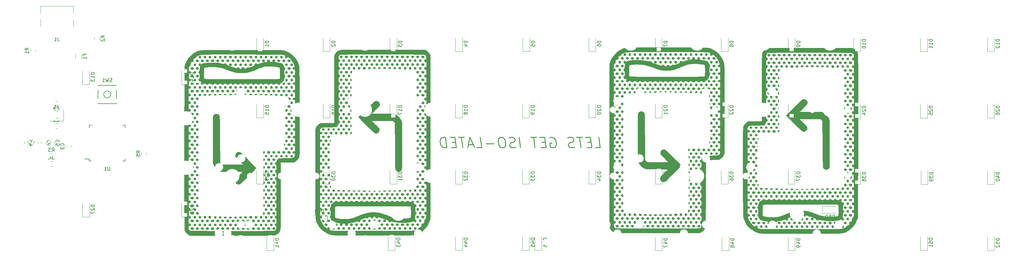
<source format=gbo>
G04 #@! TF.GenerationSoftware,KiCad,Pcbnew,(5.1.5)-3*
G04 #@! TF.CreationDate,2020-09-20T23:58:44-07:00*
G04 #@! TF.ProjectId,EUISOpcb,45554953-4f70-4636-922e-6b696361645f,rev?*
G04 #@! TF.SameCoordinates,Original*
G04 #@! TF.FileFunction,Legend,Bot*
G04 #@! TF.FilePolarity,Positive*
%FSLAX46Y46*%
G04 Gerber Fmt 4.6, Leading zero omitted, Abs format (unit mm)*
G04 Created by KiCad (PCBNEW (5.1.5)-3) date 2020-09-20 23:58:44*
%MOMM*%
%LPD*%
G04 APERTURE LIST*
%ADD10C,0.250000*%
%ADD11C,0.010000*%
%ADD12C,0.120000*%
%ADD13C,0.150000*%
%ADD14C,2.352000*%
%ADD15C,4.089800*%
%ADD16C,1.852000*%
%ADD17R,0.702000X1.552000*%
%ADD18R,0.402000X1.552000*%
%ADD19O,1.102000X2.202000*%
%ADD20C,0.752000*%
%ADD21O,1.102000X1.702000*%
%ADD22C,3.150000*%
%ADD23R,2.007000X2.007000*%
%ADD24C,2.007000*%
%ADD25C,0.100000*%
%ADD26R,1.502000X1.302000*%
%ADD27R,0.652000X1.602000*%
%ADD28R,1.602000X0.652000*%
%ADD29R,1.902000X1.202000*%
%ADD30R,1.302000X1.002000*%
%ADD31R,1.002000X1.302000*%
G04 APERTURE END LIST*
D10*
X173177248Y-94270342D02*
X174605819Y-94270342D01*
X174230819Y-91270342D01*
X171980819Y-92698914D02*
X170980819Y-92698914D01*
X170748676Y-94270342D02*
X172177248Y-94270342D01*
X171802248Y-91270342D01*
X170373676Y-91270342D01*
X169516533Y-91270342D02*
X167802248Y-91270342D01*
X169034391Y-94270342D02*
X168659391Y-91270342D01*
X167302248Y-94127485D02*
X166891533Y-94270342D01*
X166177248Y-94270342D01*
X165873676Y-94127485D01*
X165712962Y-93984628D01*
X165534391Y-93698914D01*
X165498676Y-93413200D01*
X165605819Y-93127485D01*
X165730819Y-92984628D01*
X165998676Y-92841771D01*
X166552248Y-92698914D01*
X166820105Y-92556057D01*
X166945105Y-92413200D01*
X167052248Y-92127485D01*
X167016533Y-91841771D01*
X166837962Y-91556057D01*
X166677248Y-91413200D01*
X166373676Y-91270342D01*
X165659391Y-91270342D01*
X165248676Y-91413200D01*
X160105819Y-91413200D02*
X160373676Y-91270342D01*
X160802248Y-91270342D01*
X161248676Y-91413200D01*
X161570105Y-91698914D01*
X161748676Y-91984628D01*
X161962962Y-92556057D01*
X162016533Y-92984628D01*
X161945105Y-93556057D01*
X161837962Y-93841771D01*
X161587962Y-94127485D01*
X161177248Y-94270342D01*
X160891533Y-94270342D01*
X160445105Y-94127485D01*
X160284391Y-93984628D01*
X160159391Y-92984628D01*
X160730819Y-92984628D01*
X158837962Y-92698914D02*
X157837962Y-92698914D01*
X157605819Y-94270342D02*
X159034391Y-94270342D01*
X158659391Y-91270342D01*
X157230819Y-91270342D01*
X156373676Y-91270342D02*
X154659391Y-91270342D01*
X155891533Y-94270342D02*
X155516533Y-91270342D01*
X151748676Y-94270342D02*
X151373676Y-91270342D01*
X150445105Y-94127485D02*
X150034391Y-94270342D01*
X149320105Y-94270342D01*
X149016533Y-94127485D01*
X148855819Y-93984628D01*
X148677248Y-93698914D01*
X148641533Y-93413200D01*
X148748676Y-93127485D01*
X148873676Y-92984628D01*
X149141533Y-92841771D01*
X149695105Y-92698914D01*
X149962962Y-92556057D01*
X150087962Y-92413200D01*
X150195105Y-92127485D01*
X150159391Y-91841771D01*
X149980819Y-91556057D01*
X149820105Y-91413200D01*
X149516533Y-91270342D01*
X148802248Y-91270342D01*
X148391533Y-91413200D01*
X146516533Y-91270342D02*
X145945105Y-91270342D01*
X145677248Y-91413200D01*
X145427248Y-91698914D01*
X145355819Y-92270342D01*
X145480819Y-93270342D01*
X145695105Y-93841771D01*
X146016533Y-94127485D01*
X146320105Y-94270342D01*
X146891533Y-94270342D01*
X147159391Y-94127485D01*
X147409391Y-93841771D01*
X147480819Y-93270342D01*
X147355819Y-92270342D01*
X147141533Y-91698914D01*
X146820105Y-91413200D01*
X146516533Y-91270342D01*
X144177248Y-93127485D02*
X141891533Y-93127485D01*
X139177248Y-94270342D02*
X140605819Y-94270342D01*
X140230819Y-91270342D01*
X138212962Y-93413200D02*
X136784391Y-93413200D01*
X138605819Y-94270342D02*
X137230819Y-91270342D01*
X136605819Y-94270342D01*
X135659391Y-91270342D02*
X133945105Y-91270342D01*
X135177248Y-94270342D02*
X134802248Y-91270342D01*
X133123676Y-92698914D02*
X132123676Y-92698914D01*
X131891533Y-94270342D02*
X133320105Y-94270342D01*
X132945105Y-91270342D01*
X131516533Y-91270342D01*
X130605819Y-94270342D02*
X130230819Y-91270342D01*
X129516533Y-91270342D01*
X129105819Y-91413200D01*
X128855819Y-91698914D01*
X128748676Y-91984628D01*
X128677248Y-92556057D01*
X128730819Y-92984628D01*
X128945105Y-93556057D01*
X129123676Y-93841771D01*
X129445105Y-94127485D01*
X129891533Y-94270342D01*
X130605819Y-94270342D01*
D11*
G36*
X244360345Y-117275627D02*
G01*
X244441798Y-117201681D01*
X244458030Y-117014956D01*
X244458067Y-116992400D01*
X244442452Y-116791261D01*
X244363384Y-116702181D01*
X244182318Y-116669492D01*
X243947304Y-116686315D01*
X243858123Y-116769168D01*
X243830469Y-116952457D01*
X243837538Y-117092076D01*
X243887043Y-117227659D01*
X244017842Y-117281892D01*
X244161734Y-117288733D01*
X244360345Y-117275627D01*
G37*
X244360345Y-117275627D02*
X244441798Y-117201681D01*
X244458030Y-117014956D01*
X244458067Y-116992400D01*
X244442452Y-116791261D01*
X244363384Y-116702181D01*
X244182318Y-116669492D01*
X243947304Y-116686315D01*
X243858123Y-116769168D01*
X243830469Y-116952457D01*
X243837538Y-117092076D01*
X243887043Y-117227659D01*
X244017842Y-117281892D01*
X244161734Y-117288733D01*
X244360345Y-117275627D01*
G36*
X242921012Y-117275627D02*
G01*
X243002464Y-117201681D01*
X243018697Y-117014956D01*
X243018734Y-116992400D01*
X243003118Y-116791261D01*
X242924051Y-116702181D01*
X242742985Y-116669492D01*
X242507971Y-116686315D01*
X242418789Y-116769168D01*
X242391136Y-116952457D01*
X242398205Y-117092076D01*
X242447710Y-117227659D01*
X242578509Y-117281892D01*
X242722400Y-117288733D01*
X242921012Y-117275627D01*
G37*
X242921012Y-117275627D02*
X243002464Y-117201681D01*
X243018697Y-117014956D01*
X243018734Y-116992400D01*
X243003118Y-116791261D01*
X242924051Y-116702181D01*
X242742985Y-116669492D01*
X242507971Y-116686315D01*
X242418789Y-116769168D01*
X242391136Y-116952457D01*
X242398205Y-117092076D01*
X242447710Y-117227659D01*
X242578509Y-117281892D01*
X242722400Y-117288733D01*
X242921012Y-117275627D01*
G36*
X241481679Y-117275627D02*
G01*
X241563131Y-117201681D01*
X241579363Y-117014956D01*
X241579400Y-116992400D01*
X241563785Y-116791261D01*
X241484717Y-116702181D01*
X241303651Y-116669492D01*
X241068638Y-116686315D01*
X240979456Y-116769168D01*
X240951803Y-116952457D01*
X240958871Y-117092076D01*
X241008376Y-117227659D01*
X241139175Y-117281892D01*
X241283067Y-117288733D01*
X241481679Y-117275627D01*
G37*
X241481679Y-117275627D02*
X241563131Y-117201681D01*
X241579363Y-117014956D01*
X241579400Y-116992400D01*
X241563785Y-116791261D01*
X241484717Y-116702181D01*
X241303651Y-116669492D01*
X241068638Y-116686315D01*
X240979456Y-116769168D01*
X240951803Y-116952457D01*
X240958871Y-117092076D01*
X241008376Y-117227659D01*
X241139175Y-117281892D01*
X241283067Y-117288733D01*
X241481679Y-117275627D01*
G36*
X239957679Y-117275627D02*
G01*
X240039131Y-117201681D01*
X240055363Y-117014956D01*
X240055400Y-116992400D01*
X240039785Y-116791261D01*
X239960717Y-116702181D01*
X239779651Y-116669492D01*
X239544638Y-116686315D01*
X239455456Y-116769168D01*
X239427803Y-116952457D01*
X239434871Y-117092076D01*
X239484376Y-117227659D01*
X239615175Y-117281892D01*
X239759067Y-117288733D01*
X239957679Y-117275627D01*
G37*
X239957679Y-117275627D02*
X240039131Y-117201681D01*
X240055363Y-117014956D01*
X240055400Y-116992400D01*
X240039785Y-116791261D01*
X239960717Y-116702181D01*
X239779651Y-116669492D01*
X239544638Y-116686315D01*
X239455456Y-116769168D01*
X239427803Y-116952457D01*
X239434871Y-117092076D01*
X239484376Y-117227659D01*
X239615175Y-117281892D01*
X239759067Y-117288733D01*
X239957679Y-117275627D01*
G36*
X238518345Y-117275627D02*
G01*
X238599798Y-117201681D01*
X238616030Y-117014956D01*
X238616067Y-116992400D01*
X238600452Y-116791261D01*
X238521384Y-116702181D01*
X238340318Y-116669492D01*
X238105304Y-116686315D01*
X238016123Y-116769168D01*
X237988469Y-116952457D01*
X237995538Y-117092076D01*
X238045043Y-117227659D01*
X238175842Y-117281892D01*
X238319734Y-117288733D01*
X238518345Y-117275627D01*
G37*
X238518345Y-117275627D02*
X238599798Y-117201681D01*
X238616030Y-117014956D01*
X238616067Y-116992400D01*
X238600452Y-116791261D01*
X238521384Y-116702181D01*
X238340318Y-116669492D01*
X238105304Y-116686315D01*
X238016123Y-116769168D01*
X237988469Y-116952457D01*
X237995538Y-117092076D01*
X238045043Y-117227659D01*
X238175842Y-117281892D01*
X238319734Y-117288733D01*
X238518345Y-117275627D01*
G36*
X237079012Y-117275627D02*
G01*
X237160464Y-117201681D01*
X237176697Y-117014956D01*
X237176734Y-116992400D01*
X237161118Y-116791261D01*
X237082051Y-116702181D01*
X236900985Y-116669492D01*
X236665971Y-116686315D01*
X236576789Y-116769168D01*
X236549136Y-116952457D01*
X236556205Y-117092076D01*
X236605710Y-117227659D01*
X236736509Y-117281892D01*
X236880400Y-117288733D01*
X237079012Y-117275627D01*
G37*
X237079012Y-117275627D02*
X237160464Y-117201681D01*
X237176697Y-117014956D01*
X237176734Y-116992400D01*
X237161118Y-116791261D01*
X237082051Y-116702181D01*
X236900985Y-116669492D01*
X236665971Y-116686315D01*
X236576789Y-116769168D01*
X236549136Y-116952457D01*
X236556205Y-117092076D01*
X236605710Y-117227659D01*
X236736509Y-117281892D01*
X236880400Y-117288733D01*
X237079012Y-117275627D01*
G36*
X235615570Y-117279762D02*
G01*
X235711933Y-117224371D01*
X235736643Y-117079841D01*
X235737400Y-116992400D01*
X235724306Y-116797271D01*
X235651580Y-116708119D01*
X235469053Y-116674071D01*
X235419220Y-116669749D01*
X235171575Y-116678162D01*
X235056391Y-116760681D01*
X235052691Y-116769425D01*
X235025118Y-116952474D01*
X235032205Y-117092076D01*
X235075511Y-117220582D01*
X235190072Y-117277031D01*
X235398734Y-117288733D01*
X235615570Y-117279762D01*
G37*
X235615570Y-117279762D02*
X235711933Y-117224371D01*
X235736643Y-117079841D01*
X235737400Y-116992400D01*
X235724306Y-116797271D01*
X235651580Y-116708119D01*
X235469053Y-116674071D01*
X235419220Y-116669749D01*
X235171575Y-116678162D01*
X235056391Y-116760681D01*
X235052691Y-116769425D01*
X235025118Y-116952474D01*
X235032205Y-117092076D01*
X235075511Y-117220582D01*
X235190072Y-117277031D01*
X235398734Y-117288733D01*
X235615570Y-117279762D01*
G36*
X234115679Y-117275627D02*
G01*
X234197131Y-117201681D01*
X234213363Y-117014956D01*
X234213400Y-116992400D01*
X234197785Y-116791261D01*
X234118717Y-116702181D01*
X233937651Y-116669492D01*
X233702638Y-116686315D01*
X233613456Y-116769168D01*
X233585803Y-116952457D01*
X233592871Y-117092076D01*
X233642376Y-117227659D01*
X233773175Y-117281892D01*
X233917067Y-117288733D01*
X234115679Y-117275627D01*
G37*
X234115679Y-117275627D02*
X234197131Y-117201681D01*
X234213363Y-117014956D01*
X234213400Y-116992400D01*
X234197785Y-116791261D01*
X234118717Y-116702181D01*
X233937651Y-116669492D01*
X233702638Y-116686315D01*
X233613456Y-116769168D01*
X233585803Y-116952457D01*
X233592871Y-117092076D01*
X233642376Y-117227659D01*
X233773175Y-117281892D01*
X233917067Y-117288733D01*
X234115679Y-117275627D01*
G36*
X232676345Y-117275627D02*
G01*
X232757798Y-117201681D01*
X232774030Y-117014956D01*
X232774067Y-116992400D01*
X232758452Y-116791261D01*
X232679384Y-116702181D01*
X232498318Y-116669492D01*
X232263304Y-116686315D01*
X232174123Y-116769168D01*
X232146469Y-116952457D01*
X232153538Y-117092076D01*
X232203043Y-117227659D01*
X232333842Y-117281892D01*
X232477734Y-117288733D01*
X232676345Y-117275627D01*
G37*
X232676345Y-117275627D02*
X232757798Y-117201681D01*
X232774030Y-117014956D01*
X232774067Y-116992400D01*
X232758452Y-116791261D01*
X232679384Y-116702181D01*
X232498318Y-116669492D01*
X232263304Y-116686315D01*
X232174123Y-116769168D01*
X232146469Y-116952457D01*
X232153538Y-117092076D01*
X232203043Y-117227659D01*
X232333842Y-117281892D01*
X232477734Y-117288733D01*
X232676345Y-117275627D01*
G36*
X231237012Y-117275627D02*
G01*
X231318464Y-117201681D01*
X231334697Y-117014956D01*
X231334734Y-116992400D01*
X231319118Y-116791261D01*
X231240051Y-116702181D01*
X231058985Y-116669492D01*
X230823971Y-116686315D01*
X230734789Y-116769168D01*
X230707136Y-116952457D01*
X230714205Y-117092076D01*
X230763710Y-117227659D01*
X230894509Y-117281892D01*
X231038400Y-117288733D01*
X231237012Y-117275627D01*
G37*
X231237012Y-117275627D02*
X231318464Y-117201681D01*
X231334697Y-117014956D01*
X231334734Y-116992400D01*
X231319118Y-116791261D01*
X231240051Y-116702181D01*
X231058985Y-116669492D01*
X230823971Y-116686315D01*
X230734789Y-116769168D01*
X230707136Y-116952457D01*
X230714205Y-117092076D01*
X230763710Y-117227659D01*
X230894509Y-117281892D01*
X231038400Y-117288733D01*
X231237012Y-117275627D01*
G36*
X229773570Y-117279762D02*
G01*
X229869933Y-117224371D01*
X229894643Y-117079841D01*
X229895400Y-116992400D01*
X229882306Y-116797271D01*
X229809580Y-116708119D01*
X229627053Y-116674071D01*
X229577220Y-116669749D01*
X229329575Y-116678162D01*
X229214391Y-116760681D01*
X229210691Y-116769425D01*
X229183118Y-116952474D01*
X229190205Y-117092076D01*
X229233511Y-117220582D01*
X229348072Y-117277031D01*
X229556734Y-117288733D01*
X229773570Y-117279762D01*
G37*
X229773570Y-117279762D02*
X229869933Y-117224371D01*
X229894643Y-117079841D01*
X229895400Y-116992400D01*
X229882306Y-116797271D01*
X229809580Y-116708119D01*
X229627053Y-116674071D01*
X229577220Y-116669749D01*
X229329575Y-116678162D01*
X229214391Y-116760681D01*
X229210691Y-116769425D01*
X229183118Y-116952474D01*
X229190205Y-117092076D01*
X229233511Y-117220582D01*
X229348072Y-117277031D01*
X229556734Y-117288733D01*
X229773570Y-117279762D01*
G36*
X228273679Y-117275627D02*
G01*
X228355131Y-117201681D01*
X228371363Y-117014956D01*
X228371400Y-116992400D01*
X228355785Y-116791261D01*
X228276717Y-116702181D01*
X228095651Y-116669492D01*
X227860638Y-116686315D01*
X227771456Y-116769168D01*
X227743803Y-116952457D01*
X227750871Y-117092076D01*
X227800376Y-117227659D01*
X227931175Y-117281892D01*
X228075067Y-117288733D01*
X228273679Y-117275627D01*
G37*
X228273679Y-117275627D02*
X228355131Y-117201681D01*
X228371363Y-117014956D01*
X228371400Y-116992400D01*
X228355785Y-116791261D01*
X228276717Y-116702181D01*
X228095651Y-116669492D01*
X227860638Y-116686315D01*
X227771456Y-116769168D01*
X227743803Y-116952457D01*
X227750871Y-117092076D01*
X227800376Y-117227659D01*
X227931175Y-117281892D01*
X228075067Y-117288733D01*
X228273679Y-117275627D01*
G36*
X226834345Y-117275627D02*
G01*
X226915798Y-117201681D01*
X226932030Y-117014956D01*
X226932067Y-116992400D01*
X226916452Y-116791261D01*
X226837384Y-116702181D01*
X226656318Y-116669492D01*
X226421304Y-116686315D01*
X226332123Y-116769168D01*
X226304469Y-116952457D01*
X226311538Y-117092076D01*
X226361043Y-117227659D01*
X226491842Y-117281892D01*
X226635734Y-117288733D01*
X226834345Y-117275627D01*
G37*
X226834345Y-117275627D02*
X226915798Y-117201681D01*
X226932030Y-117014956D01*
X226932067Y-116992400D01*
X226916452Y-116791261D01*
X226837384Y-116702181D01*
X226656318Y-116669492D01*
X226421304Y-116686315D01*
X226332123Y-116769168D01*
X226304469Y-116952457D01*
X226311538Y-117092076D01*
X226361043Y-117227659D01*
X226491842Y-117281892D01*
X226635734Y-117288733D01*
X226834345Y-117275627D01*
G36*
X225395012Y-117275627D02*
G01*
X225476464Y-117201681D01*
X225492697Y-117014956D01*
X225492734Y-116992400D01*
X225477118Y-116791261D01*
X225398051Y-116702181D01*
X225216985Y-116669492D01*
X224981971Y-116686315D01*
X224892789Y-116769168D01*
X224865136Y-116952457D01*
X224872205Y-117092076D01*
X224921710Y-117227659D01*
X225052509Y-117281892D01*
X225196400Y-117288733D01*
X225395012Y-117275627D01*
G37*
X225395012Y-117275627D02*
X225476464Y-117201681D01*
X225492697Y-117014956D01*
X225492734Y-116992400D01*
X225477118Y-116791261D01*
X225398051Y-116702181D01*
X225216985Y-116669492D01*
X224981971Y-116686315D01*
X224892789Y-116769168D01*
X224865136Y-116952457D01*
X224872205Y-117092076D01*
X224921710Y-117227659D01*
X225052509Y-117281892D01*
X225196400Y-117288733D01*
X225395012Y-117275627D01*
G36*
X223871012Y-117275627D02*
G01*
X223952464Y-117201681D01*
X223968697Y-117014956D01*
X223968734Y-116992400D01*
X223953118Y-116791261D01*
X223874051Y-116702181D01*
X223692985Y-116669492D01*
X223457971Y-116686315D01*
X223368789Y-116769168D01*
X223341136Y-116952457D01*
X223348205Y-117092076D01*
X223397710Y-117227659D01*
X223528509Y-117281892D01*
X223672400Y-117288733D01*
X223871012Y-117275627D01*
G37*
X223871012Y-117275627D02*
X223952464Y-117201681D01*
X223968697Y-117014956D01*
X223968734Y-116992400D01*
X223953118Y-116791261D01*
X223874051Y-116702181D01*
X223692985Y-116669492D01*
X223457971Y-116686315D01*
X223368789Y-116769168D01*
X223341136Y-116952457D01*
X223348205Y-117092076D01*
X223397710Y-117227659D01*
X223528509Y-117281892D01*
X223672400Y-117288733D01*
X223871012Y-117275627D01*
G36*
X222431679Y-117275627D02*
G01*
X222513131Y-117201681D01*
X222529363Y-117014956D01*
X222529400Y-116992400D01*
X222513785Y-116791261D01*
X222434717Y-116702181D01*
X222253651Y-116669492D01*
X222018638Y-116686315D01*
X221929456Y-116769168D01*
X221901803Y-116952457D01*
X221908871Y-117092076D01*
X221958376Y-117227659D01*
X222089175Y-117281892D01*
X222233067Y-117288733D01*
X222431679Y-117275627D01*
G37*
X222431679Y-117275627D02*
X222513131Y-117201681D01*
X222529363Y-117014956D01*
X222529400Y-116992400D01*
X222513785Y-116791261D01*
X222434717Y-116702181D01*
X222253651Y-116669492D01*
X222018638Y-116686315D01*
X221929456Y-116769168D01*
X221901803Y-116952457D01*
X221908871Y-117092076D01*
X221958376Y-117227659D01*
X222089175Y-117281892D01*
X222233067Y-117288733D01*
X222431679Y-117275627D01*
G36*
X220992345Y-117275627D02*
G01*
X221073798Y-117201681D01*
X221090030Y-117014956D01*
X221090067Y-116992400D01*
X221074452Y-116791261D01*
X220995384Y-116702181D01*
X220814318Y-116669492D01*
X220579304Y-116686315D01*
X220490123Y-116769168D01*
X220462469Y-116952457D01*
X220469538Y-117092076D01*
X220519043Y-117227659D01*
X220649842Y-117281892D01*
X220793734Y-117288733D01*
X220992345Y-117275627D01*
G37*
X220992345Y-117275627D02*
X221073798Y-117201681D01*
X221090030Y-117014956D01*
X221090067Y-116992400D01*
X221074452Y-116791261D01*
X220995384Y-116702181D01*
X220814318Y-116669492D01*
X220579304Y-116686315D01*
X220490123Y-116769168D01*
X220462469Y-116952457D01*
X220469538Y-117092076D01*
X220519043Y-117227659D01*
X220649842Y-117281892D01*
X220793734Y-117288733D01*
X220992345Y-117275627D01*
G36*
X244931593Y-116215733D02*
G01*
X245140694Y-116122988D01*
X245247084Y-115953490D01*
X245220133Y-115758985D01*
X245211094Y-115743567D01*
X245047324Y-115612058D01*
X244826399Y-115569729D01*
X244631025Y-115629219D01*
X244605639Y-115651028D01*
X244505476Y-115843302D01*
X244540211Y-116034207D01*
X244682015Y-116175533D01*
X244903061Y-116219069D01*
X244931593Y-116215733D01*
G37*
X244931593Y-116215733D02*
X245140694Y-116122988D01*
X245247084Y-115953490D01*
X245220133Y-115758985D01*
X245211094Y-115743567D01*
X245047324Y-115612058D01*
X244826399Y-115569729D01*
X244631025Y-115629219D01*
X244605639Y-115651028D01*
X244505476Y-115843302D01*
X244540211Y-116034207D01*
X244682015Y-116175533D01*
X244903061Y-116219069D01*
X244931593Y-116215733D01*
G36*
X243492260Y-116215733D02*
G01*
X243701361Y-116122988D01*
X243807751Y-115953490D01*
X243780799Y-115758985D01*
X243771761Y-115743567D01*
X243607990Y-115612058D01*
X243387065Y-115569729D01*
X243191692Y-115629219D01*
X243166305Y-115651028D01*
X243066143Y-115843302D01*
X243100877Y-116034207D01*
X243242682Y-116175533D01*
X243463728Y-116219069D01*
X243492260Y-116215733D01*
G37*
X243492260Y-116215733D02*
X243701361Y-116122988D01*
X243807751Y-115953490D01*
X243780799Y-115758985D01*
X243771761Y-115743567D01*
X243607990Y-115612058D01*
X243387065Y-115569729D01*
X243191692Y-115629219D01*
X243166305Y-115651028D01*
X243066143Y-115843302D01*
X243100877Y-116034207D01*
X243242682Y-116175533D01*
X243463728Y-116219069D01*
X243492260Y-116215733D01*
G36*
X242052926Y-116215733D02*
G01*
X242262027Y-116122988D01*
X242368418Y-115953490D01*
X242341466Y-115758985D01*
X242332427Y-115743567D01*
X242168657Y-115612058D01*
X241947732Y-115569729D01*
X241752359Y-115629219D01*
X241726972Y-115651028D01*
X241626809Y-115843302D01*
X241661544Y-116034207D01*
X241803348Y-116175533D01*
X242024395Y-116219069D01*
X242052926Y-116215733D01*
G37*
X242052926Y-116215733D02*
X242262027Y-116122988D01*
X242368418Y-115953490D01*
X242341466Y-115758985D01*
X242332427Y-115743567D01*
X242168657Y-115612058D01*
X241947732Y-115569729D01*
X241752359Y-115629219D01*
X241726972Y-115651028D01*
X241626809Y-115843302D01*
X241661544Y-116034207D01*
X241803348Y-116175533D01*
X242024395Y-116219069D01*
X242052926Y-116215733D01*
G36*
X240687399Y-116173374D02*
G01*
X240865701Y-116047897D01*
X240944254Y-115897860D01*
X240944400Y-115891733D01*
X240871245Y-115727709D01*
X240692699Y-115612569D01*
X240470141Y-115565842D01*
X240264948Y-115607059D01*
X240199334Y-115654667D01*
X240101682Y-115846819D01*
X240138971Y-116041050D01*
X240285904Y-116184681D01*
X240474500Y-116227707D01*
X240687399Y-116173374D01*
G37*
X240687399Y-116173374D02*
X240865701Y-116047897D01*
X240944254Y-115897860D01*
X240944400Y-115891733D01*
X240871245Y-115727709D01*
X240692699Y-115612569D01*
X240470141Y-115565842D01*
X240264948Y-115607059D01*
X240199334Y-115654667D01*
X240101682Y-115846819D01*
X240138971Y-116041050D01*
X240285904Y-116184681D01*
X240474500Y-116227707D01*
X240687399Y-116173374D01*
G36*
X239089593Y-116215733D02*
G01*
X239298694Y-116122988D01*
X239405084Y-115953490D01*
X239378133Y-115758985D01*
X239369094Y-115743567D01*
X239205324Y-115612058D01*
X238984399Y-115569729D01*
X238789025Y-115629219D01*
X238763639Y-115651028D01*
X238663476Y-115843302D01*
X238698211Y-116034207D01*
X238840015Y-116175533D01*
X239061061Y-116219069D01*
X239089593Y-116215733D01*
G37*
X239089593Y-116215733D02*
X239298694Y-116122988D01*
X239405084Y-115953490D01*
X239378133Y-115758985D01*
X239369094Y-115743567D01*
X239205324Y-115612058D01*
X238984399Y-115569729D01*
X238789025Y-115629219D01*
X238763639Y-115651028D01*
X238663476Y-115843302D01*
X238698211Y-116034207D01*
X238840015Y-116175533D01*
X239061061Y-116219069D01*
X239089593Y-116215733D01*
G36*
X237650260Y-116215733D02*
G01*
X237859361Y-116122988D01*
X237965751Y-115953490D01*
X237938799Y-115758985D01*
X237929761Y-115743567D01*
X237765990Y-115612058D01*
X237545065Y-115569729D01*
X237349692Y-115629219D01*
X237324305Y-115651028D01*
X237224143Y-115843302D01*
X237258877Y-116034207D01*
X237400682Y-116175533D01*
X237621728Y-116219069D01*
X237650260Y-116215733D01*
G37*
X237650260Y-116215733D02*
X237859361Y-116122988D01*
X237965751Y-115953490D01*
X237938799Y-115758985D01*
X237929761Y-115743567D01*
X237765990Y-115612058D01*
X237545065Y-115569729D01*
X237349692Y-115629219D01*
X237324305Y-115651028D01*
X237224143Y-115843302D01*
X237258877Y-116034207D01*
X237400682Y-116175533D01*
X237621728Y-116219069D01*
X237650260Y-116215733D01*
G36*
X236210926Y-116215733D02*
G01*
X236420027Y-116122988D01*
X236526418Y-115953490D01*
X236499466Y-115758985D01*
X236490427Y-115743567D01*
X236326657Y-115612058D01*
X236105732Y-115569729D01*
X235910359Y-115629219D01*
X235884972Y-115651028D01*
X235784809Y-115843302D01*
X235819544Y-116034207D01*
X235961348Y-116175533D01*
X236182395Y-116219069D01*
X236210926Y-116215733D01*
G37*
X236210926Y-116215733D02*
X236420027Y-116122988D01*
X236526418Y-115953490D01*
X236499466Y-115758985D01*
X236490427Y-115743567D01*
X236326657Y-115612058D01*
X236105732Y-115569729D01*
X235910359Y-115629219D01*
X235884972Y-115651028D01*
X235784809Y-115843302D01*
X235819544Y-116034207D01*
X235961348Y-116175533D01*
X236182395Y-116219069D01*
X236210926Y-116215733D01*
G36*
X234686926Y-116215733D02*
G01*
X234896027Y-116122988D01*
X235002418Y-115953490D01*
X234975466Y-115758985D01*
X234966427Y-115743567D01*
X234802657Y-115612058D01*
X234581732Y-115569729D01*
X234386359Y-115629219D01*
X234360972Y-115651028D01*
X234260809Y-115843302D01*
X234295544Y-116034207D01*
X234437348Y-116175533D01*
X234658395Y-116219069D01*
X234686926Y-116215733D01*
G37*
X234686926Y-116215733D02*
X234896027Y-116122988D01*
X235002418Y-115953490D01*
X234975466Y-115758985D01*
X234966427Y-115743567D01*
X234802657Y-115612058D01*
X234581732Y-115569729D01*
X234386359Y-115629219D01*
X234360972Y-115651028D01*
X234260809Y-115843302D01*
X234295544Y-116034207D01*
X234437348Y-116175533D01*
X234658395Y-116219069D01*
X234686926Y-116215733D01*
G36*
X233247593Y-116215733D02*
G01*
X233456694Y-116122988D01*
X233563084Y-115953490D01*
X233536133Y-115758985D01*
X233527094Y-115743567D01*
X233363324Y-115612058D01*
X233142399Y-115569729D01*
X232947025Y-115629219D01*
X232921639Y-115651028D01*
X232821476Y-115843302D01*
X232856211Y-116034207D01*
X232998015Y-116175533D01*
X233219061Y-116219069D01*
X233247593Y-116215733D01*
G37*
X233247593Y-116215733D02*
X233456694Y-116122988D01*
X233563084Y-115953490D01*
X233536133Y-115758985D01*
X233527094Y-115743567D01*
X233363324Y-115612058D01*
X233142399Y-115569729D01*
X232947025Y-115629219D01*
X232921639Y-115651028D01*
X232821476Y-115843302D01*
X232856211Y-116034207D01*
X232998015Y-116175533D01*
X233219061Y-116219069D01*
X233247593Y-116215733D01*
G36*
X231808260Y-116215733D02*
G01*
X232017361Y-116122988D01*
X232123751Y-115953490D01*
X232096799Y-115758985D01*
X232087761Y-115743567D01*
X231923990Y-115612058D01*
X231703065Y-115569729D01*
X231507692Y-115629219D01*
X231482305Y-115651028D01*
X231382143Y-115843302D01*
X231416877Y-116034207D01*
X231558682Y-116175533D01*
X231779728Y-116219069D01*
X231808260Y-116215733D01*
G37*
X231808260Y-116215733D02*
X232017361Y-116122988D01*
X232123751Y-115953490D01*
X232096799Y-115758985D01*
X232087761Y-115743567D01*
X231923990Y-115612058D01*
X231703065Y-115569729D01*
X231507692Y-115629219D01*
X231482305Y-115651028D01*
X231382143Y-115843302D01*
X231416877Y-116034207D01*
X231558682Y-116175533D01*
X231779728Y-116219069D01*
X231808260Y-116215733D01*
G36*
X230368926Y-116215733D02*
G01*
X230578027Y-116122988D01*
X230684418Y-115953490D01*
X230657466Y-115758985D01*
X230648427Y-115743567D01*
X230484657Y-115612058D01*
X230263732Y-115569729D01*
X230068359Y-115629219D01*
X230042972Y-115651028D01*
X229942809Y-115843302D01*
X229977544Y-116034207D01*
X230119348Y-116175533D01*
X230340395Y-116219069D01*
X230368926Y-116215733D01*
G37*
X230368926Y-116215733D02*
X230578027Y-116122988D01*
X230684418Y-115953490D01*
X230657466Y-115758985D01*
X230648427Y-115743567D01*
X230484657Y-115612058D01*
X230263732Y-115569729D01*
X230068359Y-115629219D01*
X230042972Y-115651028D01*
X229942809Y-115843302D01*
X229977544Y-116034207D01*
X230119348Y-116175533D01*
X230340395Y-116219069D01*
X230368926Y-116215733D01*
G36*
X228844926Y-116215733D02*
G01*
X229054027Y-116122988D01*
X229160418Y-115953490D01*
X229133466Y-115758985D01*
X229124427Y-115743567D01*
X228960657Y-115612058D01*
X228739732Y-115569729D01*
X228544359Y-115629219D01*
X228518972Y-115651028D01*
X228418809Y-115843302D01*
X228453544Y-116034207D01*
X228595348Y-116175533D01*
X228816395Y-116219069D01*
X228844926Y-116215733D01*
G37*
X228844926Y-116215733D02*
X229054027Y-116122988D01*
X229160418Y-115953490D01*
X229133466Y-115758985D01*
X229124427Y-115743567D01*
X228960657Y-115612058D01*
X228739732Y-115569729D01*
X228544359Y-115629219D01*
X228518972Y-115651028D01*
X228418809Y-115843302D01*
X228453544Y-116034207D01*
X228595348Y-116175533D01*
X228816395Y-116219069D01*
X228844926Y-116215733D01*
G36*
X227405593Y-116215733D02*
G01*
X227614694Y-116122988D01*
X227721084Y-115953490D01*
X227694133Y-115758985D01*
X227685094Y-115743567D01*
X227521324Y-115612058D01*
X227300399Y-115569729D01*
X227105025Y-115629219D01*
X227079639Y-115651028D01*
X226979476Y-115843302D01*
X227014211Y-116034207D01*
X227156015Y-116175533D01*
X227377061Y-116219069D01*
X227405593Y-116215733D01*
G37*
X227405593Y-116215733D02*
X227614694Y-116122988D01*
X227721084Y-115953490D01*
X227694133Y-115758985D01*
X227685094Y-115743567D01*
X227521324Y-115612058D01*
X227300399Y-115569729D01*
X227105025Y-115629219D01*
X227079639Y-115651028D01*
X226979476Y-115843302D01*
X227014211Y-116034207D01*
X227156015Y-116175533D01*
X227377061Y-116219069D01*
X227405593Y-116215733D01*
G36*
X225966260Y-116215733D02*
G01*
X226175361Y-116122988D01*
X226281751Y-115953490D01*
X226254799Y-115758985D01*
X226245761Y-115743567D01*
X226081990Y-115612058D01*
X225861065Y-115569729D01*
X225665692Y-115629219D01*
X225640305Y-115651028D01*
X225540143Y-115843302D01*
X225574877Y-116034207D01*
X225716682Y-116175533D01*
X225937728Y-116219069D01*
X225966260Y-116215733D01*
G37*
X225966260Y-116215733D02*
X226175361Y-116122988D01*
X226281751Y-115953490D01*
X226254799Y-115758985D01*
X226245761Y-115743567D01*
X226081990Y-115612058D01*
X225861065Y-115569729D01*
X225665692Y-115629219D01*
X225640305Y-115651028D01*
X225540143Y-115843302D01*
X225574877Y-116034207D01*
X225716682Y-116175533D01*
X225937728Y-116219069D01*
X225966260Y-116215733D01*
G36*
X221563593Y-116215733D02*
G01*
X221772694Y-116122988D01*
X221879084Y-115953490D01*
X221852133Y-115758985D01*
X221843094Y-115743567D01*
X221679324Y-115612058D01*
X221458399Y-115569729D01*
X221263025Y-115629219D01*
X221237639Y-115651028D01*
X221137476Y-115843302D01*
X221172211Y-116034207D01*
X221314015Y-116175533D01*
X221535061Y-116219069D01*
X221563593Y-116215733D01*
G37*
X221563593Y-116215733D02*
X221772694Y-116122988D01*
X221879084Y-115953490D01*
X221852133Y-115758985D01*
X221843094Y-115743567D01*
X221679324Y-115612058D01*
X221458399Y-115569729D01*
X221263025Y-115629219D01*
X221237639Y-115651028D01*
X221137476Y-115843302D01*
X221172211Y-116034207D01*
X221314015Y-116175533D01*
X221535061Y-116219069D01*
X221563593Y-116215733D01*
G36*
X220124260Y-116215733D02*
G01*
X220333361Y-116122988D01*
X220439751Y-115953490D01*
X220412799Y-115758985D01*
X220403761Y-115743567D01*
X220239990Y-115612058D01*
X220019065Y-115569729D01*
X219823692Y-115629219D01*
X219798305Y-115651028D01*
X219698143Y-115843302D01*
X219732877Y-116034207D01*
X219874682Y-116175533D01*
X220095728Y-116219069D01*
X220124260Y-116215733D01*
G37*
X220124260Y-116215733D02*
X220333361Y-116122988D01*
X220439751Y-115953490D01*
X220412799Y-115758985D01*
X220403761Y-115743567D01*
X220239990Y-115612058D01*
X220019065Y-115569729D01*
X219823692Y-115629219D01*
X219798305Y-115651028D01*
X219698143Y-115843302D01*
X219732877Y-116034207D01*
X219874682Y-116175533D01*
X220095728Y-116219069D01*
X220124260Y-116215733D01*
G36*
X218642241Y-116215351D02*
G01*
X218873061Y-116131655D01*
X218996540Y-115973304D01*
X218984729Y-115781226D01*
X218964429Y-115743567D01*
X218805480Y-115621759D01*
X218575446Y-115569848D01*
X218357051Y-115598953D01*
X218274484Y-115650850D01*
X218169708Y-115844168D01*
X218204563Y-116030356D01*
X218352666Y-116168914D01*
X218587632Y-116219346D01*
X218642241Y-116215351D01*
G37*
X218642241Y-116215351D02*
X218873061Y-116131655D01*
X218996540Y-115973304D01*
X218984729Y-115781226D01*
X218964429Y-115743567D01*
X218805480Y-115621759D01*
X218575446Y-115569848D01*
X218357051Y-115598953D01*
X218274484Y-115650850D01*
X218169708Y-115844168D01*
X218204563Y-116030356D01*
X218352666Y-116168914D01*
X218587632Y-116219346D01*
X218642241Y-116215351D01*
G36*
X245799679Y-115074294D02*
G01*
X245881131Y-115000347D01*
X245897363Y-114813622D01*
X245897400Y-114791067D01*
X245881785Y-114589928D01*
X245802717Y-114500848D01*
X245621651Y-114468159D01*
X245386638Y-114484982D01*
X245297456Y-114567835D01*
X245269803Y-114751124D01*
X245276871Y-114890743D01*
X245326376Y-115026325D01*
X245457175Y-115080558D01*
X245601067Y-115087400D01*
X245799679Y-115074294D01*
G37*
X245799679Y-115074294D02*
X245881131Y-115000347D01*
X245897363Y-114813622D01*
X245897400Y-114791067D01*
X245881785Y-114589928D01*
X245802717Y-114500848D01*
X245621651Y-114468159D01*
X245386638Y-114484982D01*
X245297456Y-114567835D01*
X245269803Y-114751124D01*
X245276871Y-114890743D01*
X245326376Y-115026325D01*
X245457175Y-115080558D01*
X245601067Y-115087400D01*
X245799679Y-115074294D01*
G36*
X235615570Y-115078429D02*
G01*
X235711933Y-115023037D01*
X235736643Y-114878508D01*
X235737400Y-114791067D01*
X235724306Y-114595938D01*
X235651580Y-114506786D01*
X235469053Y-114472738D01*
X235419220Y-114468415D01*
X235171575Y-114476829D01*
X235056391Y-114559348D01*
X235052691Y-114568091D01*
X235025118Y-114751141D01*
X235032205Y-114890743D01*
X235075511Y-115019249D01*
X235190072Y-115075698D01*
X235398734Y-115087400D01*
X235615570Y-115078429D01*
G37*
X235615570Y-115078429D02*
X235711933Y-115023037D01*
X235736643Y-114878508D01*
X235737400Y-114791067D01*
X235724306Y-114595938D01*
X235651580Y-114506786D01*
X235469053Y-114472738D01*
X235419220Y-114468415D01*
X235171575Y-114476829D01*
X235056391Y-114559348D01*
X235052691Y-114568091D01*
X235025118Y-114751141D01*
X235032205Y-114890743D01*
X235075511Y-115019249D01*
X235190072Y-115075698D01*
X235398734Y-115087400D01*
X235615570Y-115078429D01*
G36*
X234115679Y-115074294D02*
G01*
X234197131Y-115000347D01*
X234213363Y-114813622D01*
X234213400Y-114791067D01*
X234197785Y-114589928D01*
X234118717Y-114500848D01*
X233937651Y-114468159D01*
X233702638Y-114484982D01*
X233613456Y-114567835D01*
X233585803Y-114751124D01*
X233592871Y-114890743D01*
X233642376Y-115026325D01*
X233773175Y-115080558D01*
X233917067Y-115087400D01*
X234115679Y-115074294D01*
G37*
X234115679Y-115074294D02*
X234197131Y-115000347D01*
X234213363Y-114813622D01*
X234213400Y-114791067D01*
X234197785Y-114589928D01*
X234118717Y-114500848D01*
X233937651Y-114468159D01*
X233702638Y-114484982D01*
X233613456Y-114567835D01*
X233585803Y-114751124D01*
X233592871Y-114890743D01*
X233642376Y-115026325D01*
X233773175Y-115080558D01*
X233917067Y-115087400D01*
X234115679Y-115074294D01*
G36*
X232676345Y-115074294D02*
G01*
X232757798Y-115000347D01*
X232774030Y-114813622D01*
X232774067Y-114791067D01*
X232758452Y-114589928D01*
X232679384Y-114500848D01*
X232498318Y-114468159D01*
X232263304Y-114484982D01*
X232174123Y-114567835D01*
X232146469Y-114751124D01*
X232153538Y-114890743D01*
X232203043Y-115026325D01*
X232333842Y-115080558D01*
X232477734Y-115087400D01*
X232676345Y-115074294D01*
G37*
X232676345Y-115074294D02*
X232757798Y-115000347D01*
X232774030Y-114813622D01*
X232774067Y-114791067D01*
X232758452Y-114589928D01*
X232679384Y-114500848D01*
X232498318Y-114468159D01*
X232263304Y-114484982D01*
X232174123Y-114567835D01*
X232146469Y-114751124D01*
X232153538Y-114890743D01*
X232203043Y-115026325D01*
X232333842Y-115080558D01*
X232477734Y-115087400D01*
X232676345Y-115074294D01*
G36*
X231237012Y-115074294D02*
G01*
X231318464Y-115000347D01*
X231334697Y-114813622D01*
X231334734Y-114791067D01*
X231319118Y-114589928D01*
X231240051Y-114500848D01*
X231058985Y-114468159D01*
X230823971Y-114484982D01*
X230734789Y-114567835D01*
X230707136Y-114751124D01*
X230714205Y-114890743D01*
X230763710Y-115026325D01*
X230894509Y-115080558D01*
X231038400Y-115087400D01*
X231237012Y-115074294D01*
G37*
X231237012Y-115074294D02*
X231318464Y-115000347D01*
X231334697Y-114813622D01*
X231334734Y-114791067D01*
X231319118Y-114589928D01*
X231240051Y-114500848D01*
X231058985Y-114468159D01*
X230823971Y-114484982D01*
X230734789Y-114567835D01*
X230707136Y-114751124D01*
X230714205Y-114890743D01*
X230763710Y-115026325D01*
X230894509Y-115080558D01*
X231038400Y-115087400D01*
X231237012Y-115074294D01*
G36*
X229732764Y-115093285D02*
G01*
X229888434Y-115009033D01*
X229937218Y-114830529D01*
X229937734Y-114798512D01*
X229893139Y-114593602D01*
X229803809Y-114503792D01*
X229565226Y-114454243D01*
X229347500Y-114474850D01*
X229216138Y-114557967D01*
X229208714Y-114573243D01*
X229167766Y-114842854D01*
X229263935Y-115030841D01*
X229476334Y-115116477D01*
X229732764Y-115093285D01*
G37*
X229732764Y-115093285D02*
X229888434Y-115009033D01*
X229937218Y-114830529D01*
X229937734Y-114798512D01*
X229893139Y-114593602D01*
X229803809Y-114503792D01*
X229565226Y-114454243D01*
X229347500Y-114474850D01*
X229216138Y-114557967D01*
X229208714Y-114573243D01*
X229167766Y-114842854D01*
X229263935Y-115030841D01*
X229476334Y-115116477D01*
X229732764Y-115093285D01*
G36*
X219553012Y-115074294D02*
G01*
X219634464Y-115000347D01*
X219650697Y-114813622D01*
X219650734Y-114791067D01*
X219635118Y-114589928D01*
X219556051Y-114500848D01*
X219374985Y-114468159D01*
X219139971Y-114484982D01*
X219050789Y-114567835D01*
X219023136Y-114751124D01*
X219030205Y-114890743D01*
X219079710Y-115026325D01*
X219210509Y-115080558D01*
X219354400Y-115087400D01*
X219553012Y-115074294D01*
G37*
X219553012Y-115074294D02*
X219634464Y-115000347D01*
X219650697Y-114813622D01*
X219650734Y-114791067D01*
X219635118Y-114589928D01*
X219556051Y-114500848D01*
X219374985Y-114468159D01*
X219139971Y-114484982D01*
X219050789Y-114567835D01*
X219023136Y-114751124D01*
X219030205Y-114890743D01*
X219079710Y-115026325D01*
X219210509Y-115080558D01*
X219354400Y-115087400D01*
X219553012Y-115074294D01*
G36*
X218029012Y-115074294D02*
G01*
X218110464Y-115000347D01*
X218126697Y-114813622D01*
X218126734Y-114791067D01*
X218111118Y-114589928D01*
X218032051Y-114500848D01*
X217850985Y-114468159D01*
X217615971Y-114484982D01*
X217526789Y-114567835D01*
X217499136Y-114751124D01*
X217506205Y-114890743D01*
X217555710Y-115026325D01*
X217686509Y-115080558D01*
X217830400Y-115087400D01*
X218029012Y-115074294D01*
G37*
X218029012Y-115074294D02*
X218110464Y-115000347D01*
X218126697Y-114813622D01*
X218126734Y-114791067D01*
X218111118Y-114589928D01*
X218032051Y-114500848D01*
X217850985Y-114468159D01*
X217615971Y-114484982D01*
X217526789Y-114567835D01*
X217499136Y-114751124D01*
X217506205Y-114890743D01*
X217555710Y-115026325D01*
X217686509Y-115080558D01*
X217830400Y-115087400D01*
X218029012Y-115074294D01*
G36*
X246412907Y-114014018D02*
G01*
X246643728Y-113930322D01*
X246767207Y-113771971D01*
X246755395Y-113579892D01*
X246735095Y-113542233D01*
X246576147Y-113420425D01*
X246346113Y-113368515D01*
X246127718Y-113397620D01*
X246045150Y-113449517D01*
X245940375Y-113642835D01*
X245975230Y-113829022D01*
X246123332Y-113967581D01*
X246358299Y-114018013D01*
X246412907Y-114014018D01*
G37*
X246412907Y-114014018D02*
X246643728Y-113930322D01*
X246767207Y-113771971D01*
X246755395Y-113579892D01*
X246735095Y-113542233D01*
X246576147Y-113420425D01*
X246346113Y-113368515D01*
X246127718Y-113397620D01*
X246045150Y-113449517D01*
X245940375Y-113642835D01*
X245975230Y-113829022D01*
X246123332Y-113967581D01*
X246358299Y-114018013D01*
X246412907Y-114014018D01*
G36*
X244931593Y-114014400D02*
G01*
X245140694Y-113921655D01*
X245247084Y-113752157D01*
X245220133Y-113557652D01*
X245211094Y-113542233D01*
X245047324Y-113410725D01*
X244826399Y-113368395D01*
X244631025Y-113427885D01*
X244605639Y-113449695D01*
X244505476Y-113641968D01*
X244540211Y-113832874D01*
X244682015Y-113974200D01*
X244903061Y-114017736D01*
X244931593Y-114014400D01*
G37*
X244931593Y-114014400D02*
X245140694Y-113921655D01*
X245247084Y-113752157D01*
X245220133Y-113557652D01*
X245211094Y-113542233D01*
X245047324Y-113410725D01*
X244826399Y-113368395D01*
X244631025Y-113427885D01*
X244605639Y-113449695D01*
X244505476Y-113641968D01*
X244540211Y-113832874D01*
X244682015Y-113974200D01*
X244903061Y-114017736D01*
X244931593Y-114014400D01*
G36*
X218642241Y-114014018D02*
G01*
X218873061Y-113930322D01*
X218996540Y-113771971D01*
X218984729Y-113579892D01*
X218964429Y-113542233D01*
X218805480Y-113420425D01*
X218575446Y-113368515D01*
X218357051Y-113397620D01*
X218274484Y-113449517D01*
X218169708Y-113642835D01*
X218204563Y-113829022D01*
X218352666Y-113967581D01*
X218587632Y-114018013D01*
X218642241Y-114014018D01*
G37*
X218642241Y-114014018D02*
X218873061Y-113930322D01*
X218996540Y-113771971D01*
X218984729Y-113579892D01*
X218964429Y-113542233D01*
X218805480Y-113420425D01*
X218575446Y-113368515D01*
X218357051Y-113397620D01*
X218274484Y-113449517D01*
X218169708Y-113642835D01*
X218204563Y-113829022D01*
X218352666Y-113967581D01*
X218587632Y-114018013D01*
X218642241Y-114014018D01*
G36*
X245799679Y-112872960D02*
G01*
X245881131Y-112799014D01*
X245897363Y-112612289D01*
X245897400Y-112589733D01*
X245881785Y-112388595D01*
X245802717Y-112299514D01*
X245621651Y-112266826D01*
X245386638Y-112283648D01*
X245297456Y-112366502D01*
X245269803Y-112549790D01*
X245276871Y-112689409D01*
X245326376Y-112824992D01*
X245457175Y-112879225D01*
X245601067Y-112886067D01*
X245799679Y-112872960D01*
G37*
X245799679Y-112872960D02*
X245881131Y-112799014D01*
X245897363Y-112612289D01*
X245897400Y-112589733D01*
X245881785Y-112388595D01*
X245802717Y-112299514D01*
X245621651Y-112266826D01*
X245386638Y-112283648D01*
X245297456Y-112366502D01*
X245269803Y-112549790D01*
X245276871Y-112689409D01*
X245326376Y-112824992D01*
X245457175Y-112879225D01*
X245601067Y-112886067D01*
X245799679Y-112872960D01*
G36*
X219553012Y-112872960D02*
G01*
X219634464Y-112799014D01*
X219650697Y-112612289D01*
X219650734Y-112589733D01*
X219635118Y-112388595D01*
X219556051Y-112299514D01*
X219374985Y-112266826D01*
X219139971Y-112283648D01*
X219050789Y-112366502D01*
X219023136Y-112549790D01*
X219030205Y-112689409D01*
X219079710Y-112824992D01*
X219210509Y-112879225D01*
X219354400Y-112886067D01*
X219553012Y-112872960D01*
G37*
X219553012Y-112872960D02*
X219634464Y-112799014D01*
X219650697Y-112612289D01*
X219650734Y-112589733D01*
X219635118Y-112388595D01*
X219556051Y-112299514D01*
X219374985Y-112266826D01*
X219139971Y-112283648D01*
X219050789Y-112366502D01*
X219023136Y-112549790D01*
X219030205Y-112689409D01*
X219079710Y-112824992D01*
X219210509Y-112879225D01*
X219354400Y-112886067D01*
X219553012Y-112872960D01*
G36*
X218029012Y-112872960D02*
G01*
X218110464Y-112799014D01*
X218126697Y-112612289D01*
X218126734Y-112589733D01*
X218111118Y-112388595D01*
X218032051Y-112299514D01*
X217850985Y-112266826D01*
X217615971Y-112283648D01*
X217526789Y-112366502D01*
X217499136Y-112549790D01*
X217506205Y-112689409D01*
X217555710Y-112824992D01*
X217686509Y-112879225D01*
X217830400Y-112886067D01*
X218029012Y-112872960D01*
G37*
X218029012Y-112872960D02*
X218110464Y-112799014D01*
X218126697Y-112612289D01*
X218126734Y-112589733D01*
X218111118Y-112388595D01*
X218032051Y-112299514D01*
X217850985Y-112266826D01*
X217615971Y-112283648D01*
X217526789Y-112366502D01*
X217499136Y-112549790D01*
X217506205Y-112689409D01*
X217555710Y-112824992D01*
X217686509Y-112879225D01*
X217830400Y-112886067D01*
X218029012Y-112872960D01*
G36*
X246412907Y-111812685D02*
G01*
X246643728Y-111728988D01*
X246767207Y-111570637D01*
X246755395Y-111378559D01*
X246735095Y-111340900D01*
X246576147Y-111219092D01*
X246346113Y-111167182D01*
X246127718Y-111196287D01*
X246045150Y-111248183D01*
X245940375Y-111441502D01*
X245975230Y-111627689D01*
X246123332Y-111766247D01*
X246358299Y-111816679D01*
X246412907Y-111812685D01*
G37*
X246412907Y-111812685D02*
X246643728Y-111728988D01*
X246767207Y-111570637D01*
X246755395Y-111378559D01*
X246735095Y-111340900D01*
X246576147Y-111219092D01*
X246346113Y-111167182D01*
X246127718Y-111196287D01*
X246045150Y-111248183D01*
X245940375Y-111441502D01*
X245975230Y-111627689D01*
X246123332Y-111766247D01*
X246358299Y-111816679D01*
X246412907Y-111812685D01*
G36*
X244931593Y-111813066D02*
G01*
X245140694Y-111720321D01*
X245247084Y-111550823D01*
X245220133Y-111356318D01*
X245211094Y-111340900D01*
X245047324Y-111209392D01*
X244826399Y-111167062D01*
X244631025Y-111226552D01*
X244605639Y-111248362D01*
X244505476Y-111440635D01*
X244540211Y-111631540D01*
X244682015Y-111772866D01*
X244903061Y-111816402D01*
X244931593Y-111813066D01*
G37*
X244931593Y-111813066D02*
X245140694Y-111720321D01*
X245247084Y-111550823D01*
X245220133Y-111356318D01*
X245211094Y-111340900D01*
X245047324Y-111209392D01*
X244826399Y-111167062D01*
X244631025Y-111226552D01*
X244605639Y-111248362D01*
X244505476Y-111440635D01*
X244540211Y-111631540D01*
X244682015Y-111772866D01*
X244903061Y-111816402D01*
X244931593Y-111813066D01*
G36*
X218642241Y-111812685D02*
G01*
X218873061Y-111728988D01*
X218996540Y-111570637D01*
X218984729Y-111378559D01*
X218964429Y-111340900D01*
X218805480Y-111219092D01*
X218575446Y-111167182D01*
X218357051Y-111196287D01*
X218274484Y-111248183D01*
X218169708Y-111441502D01*
X218204563Y-111627689D01*
X218352666Y-111766247D01*
X218587632Y-111816679D01*
X218642241Y-111812685D01*
G37*
X218642241Y-111812685D02*
X218873061Y-111728988D01*
X218996540Y-111570637D01*
X218984729Y-111378559D01*
X218964429Y-111340900D01*
X218805480Y-111219092D01*
X218575446Y-111167182D01*
X218357051Y-111196287D01*
X218274484Y-111248183D01*
X218169708Y-111441502D01*
X218204563Y-111627689D01*
X218352666Y-111766247D01*
X218587632Y-111816679D01*
X218642241Y-111812685D01*
G36*
X245799679Y-110671627D02*
G01*
X245881131Y-110597681D01*
X245897363Y-110410956D01*
X245897400Y-110388400D01*
X245881785Y-110187261D01*
X245802717Y-110098181D01*
X245621651Y-110065492D01*
X245386638Y-110082315D01*
X245297456Y-110165168D01*
X245269803Y-110348457D01*
X245276871Y-110488076D01*
X245326376Y-110623659D01*
X245457175Y-110677892D01*
X245601067Y-110684733D01*
X245799679Y-110671627D01*
G37*
X245799679Y-110671627D02*
X245881131Y-110597681D01*
X245897363Y-110410956D01*
X245897400Y-110388400D01*
X245881785Y-110187261D01*
X245802717Y-110098181D01*
X245621651Y-110065492D01*
X245386638Y-110082315D01*
X245297456Y-110165168D01*
X245269803Y-110348457D01*
X245276871Y-110488076D01*
X245326376Y-110623659D01*
X245457175Y-110677892D01*
X245601067Y-110684733D01*
X245799679Y-110671627D01*
G36*
X219553012Y-110671627D02*
G01*
X219634464Y-110597681D01*
X219650697Y-110410956D01*
X219650734Y-110388400D01*
X219635118Y-110187261D01*
X219556051Y-110098181D01*
X219374985Y-110065492D01*
X219139971Y-110082315D01*
X219050789Y-110165168D01*
X219023136Y-110348457D01*
X219030205Y-110488076D01*
X219079710Y-110623659D01*
X219210509Y-110677892D01*
X219354400Y-110684733D01*
X219553012Y-110671627D01*
G37*
X219553012Y-110671627D02*
X219634464Y-110597681D01*
X219650697Y-110410956D01*
X219650734Y-110388400D01*
X219635118Y-110187261D01*
X219556051Y-110098181D01*
X219374985Y-110065492D01*
X219139971Y-110082315D01*
X219050789Y-110165168D01*
X219023136Y-110348457D01*
X219030205Y-110488076D01*
X219079710Y-110623659D01*
X219210509Y-110677892D01*
X219354400Y-110684733D01*
X219553012Y-110671627D01*
G36*
X218029012Y-110671627D02*
G01*
X218110464Y-110597681D01*
X218126697Y-110410956D01*
X218126734Y-110388400D01*
X218111118Y-110187261D01*
X218032051Y-110098181D01*
X217850985Y-110065492D01*
X217615971Y-110082315D01*
X217526789Y-110165168D01*
X217499136Y-110348457D01*
X217506205Y-110488076D01*
X217555710Y-110623659D01*
X217686509Y-110677892D01*
X217830400Y-110684733D01*
X218029012Y-110671627D01*
G37*
X218029012Y-110671627D02*
X218110464Y-110597681D01*
X218126697Y-110410956D01*
X218126734Y-110388400D01*
X218111118Y-110187261D01*
X218032051Y-110098181D01*
X217850985Y-110065492D01*
X217615971Y-110082315D01*
X217526789Y-110165168D01*
X217499136Y-110348457D01*
X217506205Y-110488076D01*
X217555710Y-110623659D01*
X217686509Y-110677892D01*
X217830400Y-110684733D01*
X218029012Y-110671627D01*
G36*
X246608540Y-109537052D02*
G01*
X246749196Y-109416797D01*
X246759221Y-109254482D01*
X246707623Y-109167830D01*
X246543203Y-109066704D01*
X246363067Y-109033733D01*
X246148751Y-109080006D01*
X246018510Y-109167830D01*
X245954018Y-109339447D01*
X246032983Y-109484501D01*
X246229594Y-109571811D01*
X246363067Y-109584067D01*
X246608540Y-109537052D01*
G37*
X246608540Y-109537052D02*
X246749196Y-109416797D01*
X246759221Y-109254482D01*
X246707623Y-109167830D01*
X246543203Y-109066704D01*
X246363067Y-109033733D01*
X246148751Y-109080006D01*
X246018510Y-109167830D01*
X245954018Y-109339447D01*
X246032983Y-109484501D01*
X246229594Y-109571811D01*
X246363067Y-109584067D01*
X246608540Y-109537052D01*
G36*
X245104290Y-109531760D02*
G01*
X245228755Y-109401714D01*
X245225526Y-109234239D01*
X245183623Y-109167830D01*
X245012318Y-109058550D01*
X244881400Y-109033733D01*
X244678816Y-109090349D01*
X244579177Y-109167830D01*
X244518531Y-109338973D01*
X244596933Y-109488325D01*
X244785115Y-109575576D01*
X244881400Y-109584067D01*
X245104290Y-109531760D01*
G37*
X245104290Y-109531760D02*
X245228755Y-109401714D01*
X245225526Y-109234239D01*
X245183623Y-109167830D01*
X245012318Y-109058550D01*
X244881400Y-109033733D01*
X244678816Y-109090349D01*
X244579177Y-109167830D01*
X244518531Y-109338973D01*
X244596933Y-109488325D01*
X244785115Y-109575576D01*
X244881400Y-109584067D01*
X245104290Y-109531760D01*
G36*
X223218151Y-116120273D02*
G01*
X223317799Y-115944097D01*
X223276178Y-115734828D01*
X223268898Y-115722693D01*
X223220743Y-115629122D01*
X223246006Y-115578361D01*
X223375726Y-115557363D01*
X223640940Y-115553078D01*
X223672400Y-115553067D01*
X223951281Y-115556490D01*
X224091885Y-115575457D01*
X224125249Y-115623016D01*
X224082411Y-115712215D01*
X224075902Y-115722693D01*
X224018433Y-115930231D01*
X224107750Y-116091976D01*
X224322235Y-116179867D01*
X224434400Y-116188067D01*
X224688440Y-116136656D01*
X224831472Y-116002416D01*
X224839196Y-115815334D01*
X224801011Y-115735682D01*
X224768198Y-115662282D01*
X224795162Y-115607485D01*
X224908414Y-115560648D01*
X225134465Y-115511129D01*
X225499827Y-115448285D01*
X225528758Y-115443530D01*
X225984458Y-115355252D01*
X226470327Y-115239658D01*
X226900441Y-115117730D01*
X227007879Y-115082322D01*
X227333094Y-114973297D01*
X227536916Y-114918695D01*
X227656868Y-114914468D01*
X227730473Y-114956566D01*
X227766591Y-115000445D01*
X227948294Y-115110652D01*
X228121575Y-115115830D01*
X228293159Y-115073541D01*
X228370748Y-114962693D01*
X228396599Y-114787994D01*
X228416380Y-114641699D01*
X228467507Y-114535968D01*
X228581868Y-114445244D01*
X228791348Y-114343973D01*
X229116266Y-114211218D01*
X229493271Y-114069984D01*
X229767994Y-113994420D01*
X229989455Y-113974155D01*
X230159433Y-113990498D01*
X230397036Y-114013798D01*
X230537769Y-113972140D01*
X230635586Y-113865185D01*
X230806685Y-113724838D01*
X231042826Y-113638545D01*
X231048886Y-113637541D01*
X231255858Y-113625027D01*
X231368227Y-113693732D01*
X231419400Y-113789297D01*
X231561730Y-113957234D01*
X231759035Y-114015902D01*
X231956682Y-113973596D01*
X232100039Y-113838610D01*
X232139067Y-113680033D01*
X232188440Y-113558684D01*
X232359650Y-113522368D01*
X232371900Y-113522363D01*
X232622428Y-113557975D01*
X232787919Y-113691242D01*
X232867273Y-113817400D01*
X233035547Y-113974840D01*
X233256486Y-114010634D01*
X233462500Y-113920822D01*
X233520898Y-113855697D01*
X233619258Y-113742548D01*
X233733938Y-113715412D01*
X233930514Y-113762808D01*
X233973585Y-113776424D01*
X234200907Y-113860570D01*
X234358447Y-113939352D01*
X234378500Y-113954628D01*
X234524182Y-114017050D01*
X234632500Y-114029576D01*
X234780885Y-114059470D01*
X235044788Y-114139809D01*
X235382868Y-114257257D01*
X235651567Y-114358304D01*
X236044105Y-114516914D01*
X236303023Y-114639857D01*
X236455861Y-114743448D01*
X236530156Y-114843999D01*
X236544038Y-114886962D01*
X236658232Y-115057454D01*
X236866551Y-115123106D01*
X237121498Y-115071902D01*
X237174276Y-115046382D01*
X237327415Y-114997932D01*
X237535955Y-115006368D01*
X237850474Y-115073902D01*
X237860140Y-115076368D01*
X238399939Y-115187300D01*
X239019133Y-115269273D01*
X239690080Y-115322858D01*
X240385137Y-115348625D01*
X241076661Y-115347145D01*
X241737009Y-115318990D01*
X242338538Y-115264729D01*
X242853606Y-115184933D01*
X243254570Y-115080174D01*
X243502138Y-114959887D01*
X243684985Y-114832315D01*
X243778092Y-114807590D01*
X243826878Y-114886542D01*
X243849127Y-114966242D01*
X243917240Y-115086906D01*
X244067844Y-115120819D01*
X244176501Y-115114408D01*
X244366081Y-115079946D01*
X244443461Y-114989013D01*
X244458067Y-114791067D01*
X244440930Y-114588214D01*
X244361951Y-114497546D01*
X244218580Y-114467301D01*
X244053660Y-114426202D01*
X244026607Y-114339260D01*
X244041616Y-114297968D01*
X244077917Y-114145490D01*
X244113642Y-113880386D01*
X244141217Y-113559217D01*
X244141809Y-113549788D01*
X244169088Y-113224412D01*
X244208247Y-113031496D01*
X244270555Y-112934170D01*
X244339939Y-112901548D01*
X244464925Y-112795647D01*
X244510353Y-112611275D01*
X244477223Y-112418904D01*
X244366533Y-112289006D01*
X244331067Y-112275599D01*
X244249314Y-112238652D01*
X244198994Y-112156989D01*
X244172646Y-111995962D01*
X244162811Y-111720920D01*
X244161734Y-111489067D01*
X244165078Y-111130504D01*
X244180277Y-110906368D01*
X244215079Y-110781806D01*
X244277231Y-110721960D01*
X244336908Y-110701007D01*
X244457572Y-110632894D01*
X244491485Y-110482289D01*
X244485075Y-110373632D01*
X244446404Y-110179005D01*
X244343395Y-110093288D01*
X244170194Y-110064588D01*
X243902547Y-109983767D01*
X243732485Y-109852921D01*
X243634075Y-109708514D01*
X243649226Y-109603837D01*
X243720465Y-109515611D01*
X243802751Y-109335444D01*
X243739664Y-109180897D01*
X243554840Y-109088087D01*
X243432839Y-109076067D01*
X243208488Y-109131812D01*
X243107943Y-109258546D01*
X243024286Y-109378974D01*
X242883092Y-109410466D01*
X242726943Y-109392991D01*
X242492709Y-109318585D01*
X242324971Y-109201623D01*
X242315433Y-109189345D01*
X242134736Y-109059451D01*
X241912185Y-109049409D01*
X241721087Y-109157619D01*
X241686751Y-109203067D01*
X241514596Y-109335826D01*
X241266345Y-109371474D01*
X241004622Y-109310012D01*
X240840228Y-109203067D01*
X240640037Y-109077119D01*
X240463486Y-109033733D01*
X240266108Y-109101033D01*
X240162751Y-109203067D01*
X239992034Y-109335997D01*
X239750948Y-109378362D01*
X239512204Y-109330163D01*
X239355382Y-109203067D01*
X239183579Y-109064504D01*
X238964007Y-109045332D01*
X238768979Y-109145549D01*
X238723418Y-109203067D01*
X238552701Y-109335997D01*
X238311615Y-109378362D01*
X238072871Y-109330163D01*
X237916049Y-109203067D01*
X237744246Y-109064504D01*
X237524674Y-109045332D01*
X237329645Y-109145549D01*
X237284085Y-109203067D01*
X237116401Y-109337895D01*
X236880400Y-109372400D01*
X236613545Y-109324952D01*
X236476716Y-109203067D01*
X236304913Y-109064504D01*
X236085340Y-109045332D01*
X235890312Y-109145549D01*
X235844751Y-109203067D01*
X235704535Y-109326510D01*
X235462624Y-109371274D01*
X235398734Y-109372400D01*
X235131062Y-109340986D01*
X234974617Y-109234512D01*
X234952716Y-109203067D01*
X234785606Y-109067408D01*
X234636734Y-109033733D01*
X234426866Y-109100095D01*
X234320751Y-109203067D01*
X234153067Y-109337895D01*
X233917067Y-109372400D01*
X233650212Y-109324952D01*
X233513382Y-109203067D01*
X233346273Y-109067408D01*
X233197400Y-109033733D01*
X232987533Y-109100095D01*
X232881418Y-109203067D01*
X232713734Y-109337895D01*
X232477734Y-109372400D01*
X232210878Y-109324952D01*
X232074049Y-109203067D01*
X231906939Y-109067408D01*
X231758067Y-109033733D01*
X231548200Y-109100095D01*
X231442085Y-109203067D01*
X231274401Y-109337895D01*
X231038400Y-109372400D01*
X230771545Y-109324952D01*
X230634716Y-109203067D01*
X230467606Y-109067408D01*
X230318734Y-109033733D01*
X230108866Y-109100095D01*
X230002751Y-109203067D01*
X229862535Y-109326510D01*
X229620624Y-109371274D01*
X229556734Y-109372400D01*
X229289062Y-109340986D01*
X229132617Y-109234512D01*
X229110716Y-109203067D01*
X228943606Y-109067408D01*
X228794734Y-109033733D01*
X228584866Y-109100095D01*
X228478751Y-109203067D01*
X228311067Y-109337895D01*
X228075067Y-109372400D01*
X227808212Y-109324952D01*
X227671382Y-109203067D01*
X227504273Y-109067408D01*
X227355400Y-109033733D01*
X227145533Y-109100095D01*
X227039418Y-109203067D01*
X226871734Y-109337895D01*
X226635734Y-109372400D01*
X226368878Y-109324952D01*
X226232049Y-109203067D01*
X226064939Y-109067408D01*
X225916067Y-109033733D01*
X225706200Y-109100095D01*
X225600085Y-109203067D01*
X225432401Y-109337895D01*
X225196400Y-109372400D01*
X224929545Y-109324952D01*
X224792716Y-109203067D01*
X224610048Y-109062071D01*
X224434400Y-109033733D01*
X224184486Y-109097168D01*
X224076085Y-109203067D01*
X223908401Y-109337895D01*
X223672400Y-109372400D01*
X223405545Y-109324952D01*
X223268716Y-109203067D01*
X223101606Y-109067408D01*
X222952734Y-109033733D01*
X222742866Y-109100095D01*
X222636751Y-109203067D01*
X222469067Y-109337895D01*
X222233067Y-109372400D01*
X221966212Y-109324952D01*
X221829382Y-109203067D01*
X221657614Y-109067044D01*
X221431825Y-109041414D01*
X221234000Y-109135333D01*
X221143947Y-109279704D01*
X221132400Y-109337822D01*
X221060709Y-109433372D01*
X220934490Y-109488382D01*
X220604400Y-109650188D01*
X220310790Y-109935987D01*
X220086088Y-110300489D01*
X219962722Y-110698401D01*
X219948926Y-110864867D01*
X219909148Y-111086144D01*
X219820067Y-111235067D01*
X219711647Y-111396501D01*
X219693067Y-111489067D01*
X219754134Y-111666608D01*
X219820067Y-111743067D01*
X219886927Y-111848424D01*
X219927111Y-112048625D01*
X219943945Y-112353200D01*
X221132400Y-112353200D01*
X221134497Y-111802660D01*
X221142213Y-111396380D01*
X221157687Y-111109322D01*
X221183057Y-110916448D01*
X221220462Y-110792721D01*
X221272040Y-110713101D01*
X221272522Y-110712567D01*
X221298359Y-110689835D01*
X221338411Y-110669441D01*
X221401491Y-110651257D01*
X221496413Y-110635158D01*
X221631992Y-110621016D01*
X221817041Y-110608705D01*
X222060374Y-110598098D01*
X222370805Y-110589070D01*
X222757148Y-110581493D01*
X223228215Y-110575242D01*
X223792823Y-110570189D01*
X224459783Y-110566209D01*
X225237911Y-110563174D01*
X226136019Y-110560958D01*
X227162922Y-110559435D01*
X228327433Y-110558479D01*
X229638367Y-110557962D01*
X231104537Y-110557758D01*
X232061475Y-110557733D01*
X233634793Y-110557886D01*
X235047427Y-110558416D01*
X236308024Y-110559428D01*
X237425232Y-110561031D01*
X238407700Y-110563331D01*
X239264075Y-110566434D01*
X240003006Y-110570447D01*
X240633141Y-110575477D01*
X241163128Y-110581631D01*
X241601616Y-110589015D01*
X241957252Y-110597736D01*
X242238684Y-110607901D01*
X242454562Y-110619616D01*
X242613532Y-110632989D01*
X242724243Y-110648126D01*
X242795344Y-110665133D01*
X242835482Y-110684118D01*
X242843353Y-110690781D01*
X242893128Y-110766254D01*
X242929143Y-110894251D01*
X242953432Y-111099148D01*
X242968033Y-111405320D01*
X242974982Y-111837141D01*
X242976400Y-112283265D01*
X242971717Y-112890926D01*
X242957054Y-113343428D01*
X242931486Y-113654702D01*
X242894091Y-113838681D01*
X242870061Y-113888130D01*
X242730796Y-113964189D01*
X242449815Y-114028970D01*
X242054472Y-114080627D01*
X241572121Y-114117311D01*
X241030117Y-114137176D01*
X240455814Y-114138373D01*
X239876565Y-114119056D01*
X239652902Y-114105402D01*
X239054091Y-114051217D01*
X238500881Y-113970626D01*
X237952776Y-113853776D01*
X237369281Y-113690813D01*
X236709902Y-113471883D01*
X236033734Y-113224733D01*
X235340121Y-112968116D01*
X234768705Y-112769889D01*
X234285649Y-112622667D01*
X233857114Y-112519063D01*
X233449262Y-112451688D01*
X233028255Y-112413158D01*
X232560255Y-112396085D01*
X232223734Y-112393015D01*
X231642021Y-112400932D01*
X231126764Y-112433013D01*
X230644173Y-112497166D01*
X230160457Y-112601297D01*
X229641825Y-112753315D01*
X229054485Y-112961126D01*
X228364647Y-113232638D01*
X228006552Y-113379876D01*
X227303344Y-113666807D01*
X226721121Y-113889890D01*
X226227406Y-114056857D01*
X225789724Y-114175441D01*
X225375599Y-114253374D01*
X224952555Y-114298388D01*
X224488116Y-114318216D01*
X224053400Y-114321104D01*
X223493137Y-114305763D01*
X222930742Y-114266419D01*
X222398027Y-114207569D01*
X221926803Y-114133713D01*
X221548879Y-114049347D01*
X221296067Y-113958970D01*
X221238234Y-113923051D01*
X221196486Y-113836792D01*
X221166117Y-113643248D01*
X221146045Y-113326390D01*
X221135189Y-112870188D01*
X221132400Y-112353200D01*
X219943945Y-112353200D01*
X219945052Y-112373220D01*
X219947067Y-112589733D01*
X219938523Y-112987068D01*
X219909937Y-113245338D01*
X219856875Y-113394093D01*
X219820067Y-113436400D01*
X219703814Y-113623174D01*
X219742252Y-113837177D01*
X219862400Y-113986733D01*
X219988773Y-114128290D01*
X220031734Y-114220862D01*
X220074730Y-114331627D01*
X220185581Y-114532078D01*
X220291774Y-114703056D01*
X220551815Y-115104367D01*
X221689382Y-115300212D01*
X222142866Y-115379967D01*
X222451747Y-115440626D01*
X222638649Y-115489736D01*
X222679402Y-115510733D01*
X222910400Y-115510733D01*
X222952734Y-115468400D01*
X222995067Y-115510733D01*
X222952734Y-115553067D01*
X222910400Y-115510733D01*
X222679402Y-115510733D01*
X222726194Y-115534841D01*
X222737004Y-115583486D01*
X222699342Y-115637061D01*
X222587763Y-115853783D01*
X222617680Y-116052867D01*
X222765108Y-116188598D01*
X223002926Y-116215733D01*
X223218151Y-116120273D01*
G37*
X223218151Y-116120273D02*
X223317799Y-115944097D01*
X223276178Y-115734828D01*
X223268898Y-115722693D01*
X223220743Y-115629122D01*
X223246006Y-115578361D01*
X223375726Y-115557363D01*
X223640940Y-115553078D01*
X223672400Y-115553067D01*
X223951281Y-115556490D01*
X224091885Y-115575457D01*
X224125249Y-115623016D01*
X224082411Y-115712215D01*
X224075902Y-115722693D01*
X224018433Y-115930231D01*
X224107750Y-116091976D01*
X224322235Y-116179867D01*
X224434400Y-116188067D01*
X224688440Y-116136656D01*
X224831472Y-116002416D01*
X224839196Y-115815334D01*
X224801011Y-115735682D01*
X224768198Y-115662282D01*
X224795162Y-115607485D01*
X224908414Y-115560648D01*
X225134465Y-115511129D01*
X225499827Y-115448285D01*
X225528758Y-115443530D01*
X225984458Y-115355252D01*
X226470327Y-115239658D01*
X226900441Y-115117730D01*
X227007879Y-115082322D01*
X227333094Y-114973297D01*
X227536916Y-114918695D01*
X227656868Y-114914468D01*
X227730473Y-114956566D01*
X227766591Y-115000445D01*
X227948294Y-115110652D01*
X228121575Y-115115830D01*
X228293159Y-115073541D01*
X228370748Y-114962693D01*
X228396599Y-114787994D01*
X228416380Y-114641699D01*
X228467507Y-114535968D01*
X228581868Y-114445244D01*
X228791348Y-114343973D01*
X229116266Y-114211218D01*
X229493271Y-114069984D01*
X229767994Y-113994420D01*
X229989455Y-113974155D01*
X230159433Y-113990498D01*
X230397036Y-114013798D01*
X230537769Y-113972140D01*
X230635586Y-113865185D01*
X230806685Y-113724838D01*
X231042826Y-113638545D01*
X231048886Y-113637541D01*
X231255858Y-113625027D01*
X231368227Y-113693732D01*
X231419400Y-113789297D01*
X231561730Y-113957234D01*
X231759035Y-114015902D01*
X231956682Y-113973596D01*
X232100039Y-113838610D01*
X232139067Y-113680033D01*
X232188440Y-113558684D01*
X232359650Y-113522368D01*
X232371900Y-113522363D01*
X232622428Y-113557975D01*
X232787919Y-113691242D01*
X232867273Y-113817400D01*
X233035547Y-113974840D01*
X233256486Y-114010634D01*
X233462500Y-113920822D01*
X233520898Y-113855697D01*
X233619258Y-113742548D01*
X233733938Y-113715412D01*
X233930514Y-113762808D01*
X233973585Y-113776424D01*
X234200907Y-113860570D01*
X234358447Y-113939352D01*
X234378500Y-113954628D01*
X234524182Y-114017050D01*
X234632500Y-114029576D01*
X234780885Y-114059470D01*
X235044788Y-114139809D01*
X235382868Y-114257257D01*
X235651567Y-114358304D01*
X236044105Y-114516914D01*
X236303023Y-114639857D01*
X236455861Y-114743448D01*
X236530156Y-114843999D01*
X236544038Y-114886962D01*
X236658232Y-115057454D01*
X236866551Y-115123106D01*
X237121498Y-115071902D01*
X237174276Y-115046382D01*
X237327415Y-114997932D01*
X237535955Y-115006368D01*
X237850474Y-115073902D01*
X237860140Y-115076368D01*
X238399939Y-115187300D01*
X239019133Y-115269273D01*
X239690080Y-115322858D01*
X240385137Y-115348625D01*
X241076661Y-115347145D01*
X241737009Y-115318990D01*
X242338538Y-115264729D01*
X242853606Y-115184933D01*
X243254570Y-115080174D01*
X243502138Y-114959887D01*
X243684985Y-114832315D01*
X243778092Y-114807590D01*
X243826878Y-114886542D01*
X243849127Y-114966242D01*
X243917240Y-115086906D01*
X244067844Y-115120819D01*
X244176501Y-115114408D01*
X244366081Y-115079946D01*
X244443461Y-114989013D01*
X244458067Y-114791067D01*
X244440930Y-114588214D01*
X244361951Y-114497546D01*
X244218580Y-114467301D01*
X244053660Y-114426202D01*
X244026607Y-114339260D01*
X244041616Y-114297968D01*
X244077917Y-114145490D01*
X244113642Y-113880386D01*
X244141217Y-113559217D01*
X244141809Y-113549788D01*
X244169088Y-113224412D01*
X244208247Y-113031496D01*
X244270555Y-112934170D01*
X244339939Y-112901548D01*
X244464925Y-112795647D01*
X244510353Y-112611275D01*
X244477223Y-112418904D01*
X244366533Y-112289006D01*
X244331067Y-112275599D01*
X244249314Y-112238652D01*
X244198994Y-112156989D01*
X244172646Y-111995962D01*
X244162811Y-111720920D01*
X244161734Y-111489067D01*
X244165078Y-111130504D01*
X244180277Y-110906368D01*
X244215079Y-110781806D01*
X244277231Y-110721960D01*
X244336908Y-110701007D01*
X244457572Y-110632894D01*
X244491485Y-110482289D01*
X244485075Y-110373632D01*
X244446404Y-110179005D01*
X244343395Y-110093288D01*
X244170194Y-110064588D01*
X243902547Y-109983767D01*
X243732485Y-109852921D01*
X243634075Y-109708514D01*
X243649226Y-109603837D01*
X243720465Y-109515611D01*
X243802751Y-109335444D01*
X243739664Y-109180897D01*
X243554840Y-109088087D01*
X243432839Y-109076067D01*
X243208488Y-109131812D01*
X243107943Y-109258546D01*
X243024286Y-109378974D01*
X242883092Y-109410466D01*
X242726943Y-109392991D01*
X242492709Y-109318585D01*
X242324971Y-109201623D01*
X242315433Y-109189345D01*
X242134736Y-109059451D01*
X241912185Y-109049409D01*
X241721087Y-109157619D01*
X241686751Y-109203067D01*
X241514596Y-109335826D01*
X241266345Y-109371474D01*
X241004622Y-109310012D01*
X240840228Y-109203067D01*
X240640037Y-109077119D01*
X240463486Y-109033733D01*
X240266108Y-109101033D01*
X240162751Y-109203067D01*
X239992034Y-109335997D01*
X239750948Y-109378362D01*
X239512204Y-109330163D01*
X239355382Y-109203067D01*
X239183579Y-109064504D01*
X238964007Y-109045332D01*
X238768979Y-109145549D01*
X238723418Y-109203067D01*
X238552701Y-109335997D01*
X238311615Y-109378362D01*
X238072871Y-109330163D01*
X237916049Y-109203067D01*
X237744246Y-109064504D01*
X237524674Y-109045332D01*
X237329645Y-109145549D01*
X237284085Y-109203067D01*
X237116401Y-109337895D01*
X236880400Y-109372400D01*
X236613545Y-109324952D01*
X236476716Y-109203067D01*
X236304913Y-109064504D01*
X236085340Y-109045332D01*
X235890312Y-109145549D01*
X235844751Y-109203067D01*
X235704535Y-109326510D01*
X235462624Y-109371274D01*
X235398734Y-109372400D01*
X235131062Y-109340986D01*
X234974617Y-109234512D01*
X234952716Y-109203067D01*
X234785606Y-109067408D01*
X234636734Y-109033733D01*
X234426866Y-109100095D01*
X234320751Y-109203067D01*
X234153067Y-109337895D01*
X233917067Y-109372400D01*
X233650212Y-109324952D01*
X233513382Y-109203067D01*
X233346273Y-109067408D01*
X233197400Y-109033733D01*
X232987533Y-109100095D01*
X232881418Y-109203067D01*
X232713734Y-109337895D01*
X232477734Y-109372400D01*
X232210878Y-109324952D01*
X232074049Y-109203067D01*
X231906939Y-109067408D01*
X231758067Y-109033733D01*
X231548200Y-109100095D01*
X231442085Y-109203067D01*
X231274401Y-109337895D01*
X231038400Y-109372400D01*
X230771545Y-109324952D01*
X230634716Y-109203067D01*
X230467606Y-109067408D01*
X230318734Y-109033733D01*
X230108866Y-109100095D01*
X230002751Y-109203067D01*
X229862535Y-109326510D01*
X229620624Y-109371274D01*
X229556734Y-109372400D01*
X229289062Y-109340986D01*
X229132617Y-109234512D01*
X229110716Y-109203067D01*
X228943606Y-109067408D01*
X228794734Y-109033733D01*
X228584866Y-109100095D01*
X228478751Y-109203067D01*
X228311067Y-109337895D01*
X228075067Y-109372400D01*
X227808212Y-109324952D01*
X227671382Y-109203067D01*
X227504273Y-109067408D01*
X227355400Y-109033733D01*
X227145533Y-109100095D01*
X227039418Y-109203067D01*
X226871734Y-109337895D01*
X226635734Y-109372400D01*
X226368878Y-109324952D01*
X226232049Y-109203067D01*
X226064939Y-109067408D01*
X225916067Y-109033733D01*
X225706200Y-109100095D01*
X225600085Y-109203067D01*
X225432401Y-109337895D01*
X225196400Y-109372400D01*
X224929545Y-109324952D01*
X224792716Y-109203067D01*
X224610048Y-109062071D01*
X224434400Y-109033733D01*
X224184486Y-109097168D01*
X224076085Y-109203067D01*
X223908401Y-109337895D01*
X223672400Y-109372400D01*
X223405545Y-109324952D01*
X223268716Y-109203067D01*
X223101606Y-109067408D01*
X222952734Y-109033733D01*
X222742866Y-109100095D01*
X222636751Y-109203067D01*
X222469067Y-109337895D01*
X222233067Y-109372400D01*
X221966212Y-109324952D01*
X221829382Y-109203067D01*
X221657614Y-109067044D01*
X221431825Y-109041414D01*
X221234000Y-109135333D01*
X221143947Y-109279704D01*
X221132400Y-109337822D01*
X221060709Y-109433372D01*
X220934490Y-109488382D01*
X220604400Y-109650188D01*
X220310790Y-109935987D01*
X220086088Y-110300489D01*
X219962722Y-110698401D01*
X219948926Y-110864867D01*
X219909148Y-111086144D01*
X219820067Y-111235067D01*
X219711647Y-111396501D01*
X219693067Y-111489067D01*
X219754134Y-111666608D01*
X219820067Y-111743067D01*
X219886927Y-111848424D01*
X219927111Y-112048625D01*
X219943945Y-112353200D01*
X221132400Y-112353200D01*
X221134497Y-111802660D01*
X221142213Y-111396380D01*
X221157687Y-111109322D01*
X221183057Y-110916448D01*
X221220462Y-110792721D01*
X221272040Y-110713101D01*
X221272522Y-110712567D01*
X221298359Y-110689835D01*
X221338411Y-110669441D01*
X221401491Y-110651257D01*
X221496413Y-110635158D01*
X221631992Y-110621016D01*
X221817041Y-110608705D01*
X222060374Y-110598098D01*
X222370805Y-110589070D01*
X222757148Y-110581493D01*
X223228215Y-110575242D01*
X223792823Y-110570189D01*
X224459783Y-110566209D01*
X225237911Y-110563174D01*
X226136019Y-110560958D01*
X227162922Y-110559435D01*
X228327433Y-110558479D01*
X229638367Y-110557962D01*
X231104537Y-110557758D01*
X232061475Y-110557733D01*
X233634793Y-110557886D01*
X235047427Y-110558416D01*
X236308024Y-110559428D01*
X237425232Y-110561031D01*
X238407700Y-110563331D01*
X239264075Y-110566434D01*
X240003006Y-110570447D01*
X240633141Y-110575477D01*
X241163128Y-110581631D01*
X241601616Y-110589015D01*
X241957252Y-110597736D01*
X242238684Y-110607901D01*
X242454562Y-110619616D01*
X242613532Y-110632989D01*
X242724243Y-110648126D01*
X242795344Y-110665133D01*
X242835482Y-110684118D01*
X242843353Y-110690781D01*
X242893128Y-110766254D01*
X242929143Y-110894251D01*
X242953432Y-111099148D01*
X242968033Y-111405320D01*
X242974982Y-111837141D01*
X242976400Y-112283265D01*
X242971717Y-112890926D01*
X242957054Y-113343428D01*
X242931486Y-113654702D01*
X242894091Y-113838681D01*
X242870061Y-113888130D01*
X242730796Y-113964189D01*
X242449815Y-114028970D01*
X242054472Y-114080627D01*
X241572121Y-114117311D01*
X241030117Y-114137176D01*
X240455814Y-114138373D01*
X239876565Y-114119056D01*
X239652902Y-114105402D01*
X239054091Y-114051217D01*
X238500881Y-113970626D01*
X237952776Y-113853776D01*
X237369281Y-113690813D01*
X236709902Y-113471883D01*
X236033734Y-113224733D01*
X235340121Y-112968116D01*
X234768705Y-112769889D01*
X234285649Y-112622667D01*
X233857114Y-112519063D01*
X233449262Y-112451688D01*
X233028255Y-112413158D01*
X232560255Y-112396085D01*
X232223734Y-112393015D01*
X231642021Y-112400932D01*
X231126764Y-112433013D01*
X230644173Y-112497166D01*
X230160457Y-112601297D01*
X229641825Y-112753315D01*
X229054485Y-112961126D01*
X228364647Y-113232638D01*
X228006552Y-113379876D01*
X227303344Y-113666807D01*
X226721121Y-113889890D01*
X226227406Y-114056857D01*
X225789724Y-114175441D01*
X225375599Y-114253374D01*
X224952555Y-114298388D01*
X224488116Y-114318216D01*
X224053400Y-114321104D01*
X223493137Y-114305763D01*
X222930742Y-114266419D01*
X222398027Y-114207569D01*
X221926803Y-114133713D01*
X221548879Y-114049347D01*
X221296067Y-113958970D01*
X221238234Y-113923051D01*
X221196486Y-113836792D01*
X221166117Y-113643248D01*
X221146045Y-113326390D01*
X221135189Y-112870188D01*
X221132400Y-112353200D01*
X219943945Y-112353200D01*
X219945052Y-112373220D01*
X219947067Y-112589733D01*
X219938523Y-112987068D01*
X219909937Y-113245338D01*
X219856875Y-113394093D01*
X219820067Y-113436400D01*
X219703814Y-113623174D01*
X219742252Y-113837177D01*
X219862400Y-113986733D01*
X219988773Y-114128290D01*
X220031734Y-114220862D01*
X220074730Y-114331627D01*
X220185581Y-114532078D01*
X220291774Y-114703056D01*
X220551815Y-115104367D01*
X221689382Y-115300212D01*
X222142866Y-115379967D01*
X222451747Y-115440626D01*
X222638649Y-115489736D01*
X222679402Y-115510733D01*
X222910400Y-115510733D01*
X222952734Y-115468400D01*
X222995067Y-115510733D01*
X222952734Y-115553067D01*
X222910400Y-115510733D01*
X222679402Y-115510733D01*
X222726194Y-115534841D01*
X222737004Y-115583486D01*
X222699342Y-115637061D01*
X222587763Y-115853783D01*
X222617680Y-116052867D01*
X222765108Y-116188598D01*
X223002926Y-116215733D01*
X223218151Y-116120273D01*
G36*
X220296956Y-109531760D02*
G01*
X220421421Y-109401714D01*
X220418192Y-109234239D01*
X220376290Y-109167830D01*
X220204984Y-109058550D01*
X220074067Y-109033733D01*
X219871483Y-109090349D01*
X219771844Y-109167830D01*
X219711197Y-109338973D01*
X219789600Y-109488325D01*
X219977782Y-109575576D01*
X220074067Y-109584067D01*
X220296956Y-109531760D01*
G37*
X220296956Y-109531760D02*
X220421421Y-109401714D01*
X220418192Y-109234239D01*
X220376290Y-109167830D01*
X220204984Y-109058550D01*
X220074067Y-109033733D01*
X219871483Y-109090349D01*
X219771844Y-109167830D01*
X219711197Y-109338973D01*
X219789600Y-109488325D01*
X219977782Y-109575576D01*
X220074067Y-109584067D01*
X220296956Y-109531760D01*
G36*
X218837873Y-109537052D02*
G01*
X218978529Y-109416797D01*
X218988554Y-109254482D01*
X218936957Y-109167830D01*
X218772537Y-109066704D01*
X218592400Y-109033733D01*
X218378084Y-109080006D01*
X218247844Y-109167830D01*
X218183351Y-109339447D01*
X218262317Y-109484501D01*
X218458928Y-109571811D01*
X218592400Y-109584067D01*
X218837873Y-109537052D01*
G37*
X218837873Y-109537052D02*
X218978529Y-109416797D01*
X218988554Y-109254482D01*
X218936957Y-109167830D01*
X218772537Y-109066704D01*
X218592400Y-109033733D01*
X218378084Y-109080006D01*
X218247844Y-109167830D01*
X218183351Y-109339447D01*
X218262317Y-109484501D01*
X218458928Y-109571811D01*
X218592400Y-109584067D01*
X218837873Y-109537052D01*
G36*
X245799679Y-108554960D02*
G01*
X245881131Y-108481014D01*
X245897363Y-108294289D01*
X245897400Y-108271733D01*
X245881785Y-108070595D01*
X245802717Y-107981514D01*
X245621651Y-107948826D01*
X245386638Y-107965648D01*
X245297456Y-108048502D01*
X245269803Y-108231790D01*
X245276871Y-108371409D01*
X245326376Y-108506992D01*
X245457175Y-108561225D01*
X245601067Y-108568067D01*
X245799679Y-108554960D01*
G37*
X245799679Y-108554960D02*
X245881131Y-108481014D01*
X245897363Y-108294289D01*
X245897400Y-108271733D01*
X245881785Y-108070595D01*
X245802717Y-107981514D01*
X245621651Y-107948826D01*
X245386638Y-107965648D01*
X245297456Y-108048502D01*
X245269803Y-108231790D01*
X245276871Y-108371409D01*
X245326376Y-108506992D01*
X245457175Y-108561225D01*
X245601067Y-108568067D01*
X245799679Y-108554960D01*
G36*
X244360345Y-108554960D02*
G01*
X244441798Y-108481014D01*
X244458030Y-108294289D01*
X244458067Y-108271733D01*
X244442452Y-108070595D01*
X244363384Y-107981514D01*
X244182318Y-107948826D01*
X243947304Y-107965648D01*
X243858123Y-108048502D01*
X243830469Y-108231790D01*
X243837538Y-108371409D01*
X243887043Y-108506992D01*
X244017842Y-108561225D01*
X244161734Y-108568067D01*
X244360345Y-108554960D01*
G37*
X244360345Y-108554960D02*
X244441798Y-108481014D01*
X244458030Y-108294289D01*
X244458067Y-108271733D01*
X244442452Y-108070595D01*
X244363384Y-107981514D01*
X244182318Y-107948826D01*
X243947304Y-107965648D01*
X243858123Y-108048502D01*
X243830469Y-108231790D01*
X243837538Y-108371409D01*
X243887043Y-108506992D01*
X244017842Y-108561225D01*
X244161734Y-108568067D01*
X244360345Y-108554960D01*
G36*
X242921012Y-108554960D02*
G01*
X243002464Y-108481014D01*
X243018697Y-108294289D01*
X243018734Y-108271733D01*
X243003118Y-108070595D01*
X242924051Y-107981514D01*
X242742985Y-107948826D01*
X242507971Y-107965648D01*
X242418789Y-108048502D01*
X242391136Y-108231790D01*
X242398205Y-108371409D01*
X242447710Y-108506992D01*
X242578509Y-108561225D01*
X242722400Y-108568067D01*
X242921012Y-108554960D01*
G37*
X242921012Y-108554960D02*
X243002464Y-108481014D01*
X243018697Y-108294289D01*
X243018734Y-108271733D01*
X243003118Y-108070595D01*
X242924051Y-107981514D01*
X242742985Y-107948826D01*
X242507971Y-107965648D01*
X242418789Y-108048502D01*
X242391136Y-108231790D01*
X242398205Y-108371409D01*
X242447710Y-108506992D01*
X242578509Y-108561225D01*
X242722400Y-108568067D01*
X242921012Y-108554960D01*
G36*
X241481679Y-108554960D02*
G01*
X241563131Y-108481014D01*
X241579363Y-108294289D01*
X241579400Y-108271733D01*
X241563785Y-108070595D01*
X241484717Y-107981514D01*
X241303651Y-107948826D01*
X241068638Y-107965648D01*
X240979456Y-108048502D01*
X240951803Y-108231790D01*
X240958871Y-108371409D01*
X241008376Y-108506992D01*
X241139175Y-108561225D01*
X241283067Y-108568067D01*
X241481679Y-108554960D01*
G37*
X241481679Y-108554960D02*
X241563131Y-108481014D01*
X241579363Y-108294289D01*
X241579400Y-108271733D01*
X241563785Y-108070595D01*
X241484717Y-107981514D01*
X241303651Y-107948826D01*
X241068638Y-107965648D01*
X240979456Y-108048502D01*
X240951803Y-108231790D01*
X240958871Y-108371409D01*
X241008376Y-108506992D01*
X241139175Y-108561225D01*
X241283067Y-108568067D01*
X241481679Y-108554960D01*
G36*
X239957679Y-108554960D02*
G01*
X240039131Y-108481014D01*
X240055363Y-108294289D01*
X240055400Y-108271733D01*
X240039785Y-108070595D01*
X239960717Y-107981514D01*
X239779651Y-107948826D01*
X239544638Y-107965648D01*
X239455456Y-108048502D01*
X239427803Y-108231790D01*
X239434871Y-108371409D01*
X239484376Y-108506992D01*
X239615175Y-108561225D01*
X239759067Y-108568067D01*
X239957679Y-108554960D01*
G37*
X239957679Y-108554960D02*
X240039131Y-108481014D01*
X240055363Y-108294289D01*
X240055400Y-108271733D01*
X240039785Y-108070595D01*
X239960717Y-107981514D01*
X239779651Y-107948826D01*
X239544638Y-107965648D01*
X239455456Y-108048502D01*
X239427803Y-108231790D01*
X239434871Y-108371409D01*
X239484376Y-108506992D01*
X239615175Y-108561225D01*
X239759067Y-108568067D01*
X239957679Y-108554960D01*
G36*
X238518345Y-108554960D02*
G01*
X238599798Y-108481014D01*
X238616030Y-108294289D01*
X238616067Y-108271733D01*
X238600452Y-108070595D01*
X238521384Y-107981514D01*
X238340318Y-107948826D01*
X238105304Y-107965648D01*
X238016123Y-108048502D01*
X237988469Y-108231790D01*
X237995538Y-108371409D01*
X238045043Y-108506992D01*
X238175842Y-108561225D01*
X238319734Y-108568067D01*
X238518345Y-108554960D01*
G37*
X238518345Y-108554960D02*
X238599798Y-108481014D01*
X238616030Y-108294289D01*
X238616067Y-108271733D01*
X238600452Y-108070595D01*
X238521384Y-107981514D01*
X238340318Y-107948826D01*
X238105304Y-107965648D01*
X238016123Y-108048502D01*
X237988469Y-108231790D01*
X237995538Y-108371409D01*
X238045043Y-108506992D01*
X238175842Y-108561225D01*
X238319734Y-108568067D01*
X238518345Y-108554960D01*
G36*
X237079012Y-108554960D02*
G01*
X237160464Y-108481014D01*
X237176697Y-108294289D01*
X237176734Y-108271733D01*
X237161118Y-108070595D01*
X237082051Y-107981514D01*
X236900985Y-107948826D01*
X236665971Y-107965648D01*
X236576789Y-108048502D01*
X236549136Y-108231790D01*
X236556205Y-108371409D01*
X236605710Y-108506992D01*
X236736509Y-108561225D01*
X236880400Y-108568067D01*
X237079012Y-108554960D01*
G37*
X237079012Y-108554960D02*
X237160464Y-108481014D01*
X237176697Y-108294289D01*
X237176734Y-108271733D01*
X237161118Y-108070595D01*
X237082051Y-107981514D01*
X236900985Y-107948826D01*
X236665971Y-107965648D01*
X236576789Y-108048502D01*
X236549136Y-108231790D01*
X236556205Y-108371409D01*
X236605710Y-108506992D01*
X236736509Y-108561225D01*
X236880400Y-108568067D01*
X237079012Y-108554960D01*
G36*
X235615570Y-108559096D02*
G01*
X235711933Y-108503704D01*
X235736643Y-108359174D01*
X235737400Y-108271733D01*
X235724306Y-108076605D01*
X235651580Y-107987452D01*
X235469053Y-107953404D01*
X235419220Y-107949082D01*
X235171575Y-107957496D01*
X235056391Y-108040014D01*
X235052691Y-108048758D01*
X235025118Y-108231808D01*
X235032205Y-108371409D01*
X235075511Y-108499915D01*
X235190072Y-108556364D01*
X235398734Y-108568067D01*
X235615570Y-108559096D01*
G37*
X235615570Y-108559096D02*
X235711933Y-108503704D01*
X235736643Y-108359174D01*
X235737400Y-108271733D01*
X235724306Y-108076605D01*
X235651580Y-107987452D01*
X235469053Y-107953404D01*
X235419220Y-107949082D01*
X235171575Y-107957496D01*
X235056391Y-108040014D01*
X235052691Y-108048758D01*
X235025118Y-108231808D01*
X235032205Y-108371409D01*
X235075511Y-108499915D01*
X235190072Y-108556364D01*
X235398734Y-108568067D01*
X235615570Y-108559096D01*
G36*
X234115679Y-108554960D02*
G01*
X234197131Y-108481014D01*
X234213363Y-108294289D01*
X234213400Y-108271733D01*
X234197785Y-108070595D01*
X234118717Y-107981514D01*
X233937651Y-107948826D01*
X233702638Y-107965648D01*
X233613456Y-108048502D01*
X233585803Y-108231790D01*
X233592871Y-108371409D01*
X233642376Y-108506992D01*
X233773175Y-108561225D01*
X233917067Y-108568067D01*
X234115679Y-108554960D01*
G37*
X234115679Y-108554960D02*
X234197131Y-108481014D01*
X234213363Y-108294289D01*
X234213400Y-108271733D01*
X234197785Y-108070595D01*
X234118717Y-107981514D01*
X233937651Y-107948826D01*
X233702638Y-107965648D01*
X233613456Y-108048502D01*
X233585803Y-108231790D01*
X233592871Y-108371409D01*
X233642376Y-108506992D01*
X233773175Y-108561225D01*
X233917067Y-108568067D01*
X234115679Y-108554960D01*
G36*
X232676345Y-108554960D02*
G01*
X232757798Y-108481014D01*
X232774030Y-108294289D01*
X232774067Y-108271733D01*
X232758452Y-108070595D01*
X232679384Y-107981514D01*
X232498318Y-107948826D01*
X232263304Y-107965648D01*
X232174123Y-108048502D01*
X232146469Y-108231790D01*
X232153538Y-108371409D01*
X232203043Y-108506992D01*
X232333842Y-108561225D01*
X232477734Y-108568067D01*
X232676345Y-108554960D01*
G37*
X232676345Y-108554960D02*
X232757798Y-108481014D01*
X232774030Y-108294289D01*
X232774067Y-108271733D01*
X232758452Y-108070595D01*
X232679384Y-107981514D01*
X232498318Y-107948826D01*
X232263304Y-107965648D01*
X232174123Y-108048502D01*
X232146469Y-108231790D01*
X232153538Y-108371409D01*
X232203043Y-108506992D01*
X232333842Y-108561225D01*
X232477734Y-108568067D01*
X232676345Y-108554960D01*
G36*
X231237012Y-108554960D02*
G01*
X231318464Y-108481014D01*
X231334697Y-108294289D01*
X231334734Y-108271733D01*
X231319118Y-108070595D01*
X231240051Y-107981514D01*
X231058985Y-107948826D01*
X230823971Y-107965648D01*
X230734789Y-108048502D01*
X230707136Y-108231790D01*
X230714205Y-108371409D01*
X230763710Y-108506992D01*
X230894509Y-108561225D01*
X231038400Y-108568067D01*
X231237012Y-108554960D01*
G37*
X231237012Y-108554960D02*
X231318464Y-108481014D01*
X231334697Y-108294289D01*
X231334734Y-108271733D01*
X231319118Y-108070595D01*
X231240051Y-107981514D01*
X231058985Y-107948826D01*
X230823971Y-107965648D01*
X230734789Y-108048502D01*
X230707136Y-108231790D01*
X230714205Y-108371409D01*
X230763710Y-108506992D01*
X230894509Y-108561225D01*
X231038400Y-108568067D01*
X231237012Y-108554960D01*
G36*
X229732764Y-108573952D02*
G01*
X229888434Y-108489699D01*
X229937218Y-108311196D01*
X229937734Y-108279179D01*
X229893139Y-108074268D01*
X229803809Y-107984459D01*
X229565226Y-107934909D01*
X229347500Y-107955516D01*
X229216138Y-108038634D01*
X229208714Y-108053909D01*
X229167766Y-108323520D01*
X229263935Y-108511508D01*
X229476334Y-108597144D01*
X229732764Y-108573952D01*
G37*
X229732764Y-108573952D02*
X229888434Y-108489699D01*
X229937218Y-108311196D01*
X229937734Y-108279179D01*
X229893139Y-108074268D01*
X229803809Y-107984459D01*
X229565226Y-107934909D01*
X229347500Y-107955516D01*
X229216138Y-108038634D01*
X229208714Y-108053909D01*
X229167766Y-108323520D01*
X229263935Y-108511508D01*
X229476334Y-108597144D01*
X229732764Y-108573952D01*
G36*
X228273679Y-108554960D02*
G01*
X228355131Y-108481014D01*
X228371363Y-108294289D01*
X228371400Y-108271733D01*
X228355785Y-108070595D01*
X228276717Y-107981514D01*
X228095651Y-107948826D01*
X227860638Y-107965648D01*
X227771456Y-108048502D01*
X227743803Y-108231790D01*
X227750871Y-108371409D01*
X227800376Y-108506992D01*
X227931175Y-108561225D01*
X228075067Y-108568067D01*
X228273679Y-108554960D01*
G37*
X228273679Y-108554960D02*
X228355131Y-108481014D01*
X228371363Y-108294289D01*
X228371400Y-108271733D01*
X228355785Y-108070595D01*
X228276717Y-107981514D01*
X228095651Y-107948826D01*
X227860638Y-107965648D01*
X227771456Y-108048502D01*
X227743803Y-108231790D01*
X227750871Y-108371409D01*
X227800376Y-108506992D01*
X227931175Y-108561225D01*
X228075067Y-108568067D01*
X228273679Y-108554960D01*
G36*
X226834345Y-108554960D02*
G01*
X226915798Y-108481014D01*
X226932030Y-108294289D01*
X226932067Y-108271733D01*
X226916452Y-108070595D01*
X226837384Y-107981514D01*
X226656318Y-107948826D01*
X226421304Y-107965648D01*
X226332123Y-108048502D01*
X226304469Y-108231790D01*
X226311538Y-108371409D01*
X226361043Y-108506992D01*
X226491842Y-108561225D01*
X226635734Y-108568067D01*
X226834345Y-108554960D01*
G37*
X226834345Y-108554960D02*
X226915798Y-108481014D01*
X226932030Y-108294289D01*
X226932067Y-108271733D01*
X226916452Y-108070595D01*
X226837384Y-107981514D01*
X226656318Y-107948826D01*
X226421304Y-107965648D01*
X226332123Y-108048502D01*
X226304469Y-108231790D01*
X226311538Y-108371409D01*
X226361043Y-108506992D01*
X226491842Y-108561225D01*
X226635734Y-108568067D01*
X226834345Y-108554960D01*
G36*
X225395012Y-108554960D02*
G01*
X225476464Y-108481014D01*
X225492697Y-108294289D01*
X225492734Y-108271733D01*
X225477118Y-108070595D01*
X225398051Y-107981514D01*
X225216985Y-107948826D01*
X224981971Y-107965648D01*
X224892789Y-108048502D01*
X224865136Y-108231790D01*
X224872205Y-108371409D01*
X224921710Y-108506992D01*
X225052509Y-108561225D01*
X225196400Y-108568067D01*
X225395012Y-108554960D01*
G37*
X225395012Y-108554960D02*
X225476464Y-108481014D01*
X225492697Y-108294289D01*
X225492734Y-108271733D01*
X225477118Y-108070595D01*
X225398051Y-107981514D01*
X225216985Y-107948826D01*
X224981971Y-107965648D01*
X224892789Y-108048502D01*
X224865136Y-108231790D01*
X224872205Y-108371409D01*
X224921710Y-108506992D01*
X225052509Y-108561225D01*
X225196400Y-108568067D01*
X225395012Y-108554960D01*
G36*
X223871012Y-108554960D02*
G01*
X223952464Y-108481014D01*
X223968697Y-108294289D01*
X223968734Y-108271733D01*
X223953118Y-108070595D01*
X223874051Y-107981514D01*
X223692985Y-107948826D01*
X223457971Y-107965648D01*
X223368789Y-108048502D01*
X223341136Y-108231790D01*
X223348205Y-108371409D01*
X223397710Y-108506992D01*
X223528509Y-108561225D01*
X223672400Y-108568067D01*
X223871012Y-108554960D01*
G37*
X223871012Y-108554960D02*
X223952464Y-108481014D01*
X223968697Y-108294289D01*
X223968734Y-108271733D01*
X223953118Y-108070595D01*
X223874051Y-107981514D01*
X223692985Y-107948826D01*
X223457971Y-107965648D01*
X223368789Y-108048502D01*
X223341136Y-108231790D01*
X223348205Y-108371409D01*
X223397710Y-108506992D01*
X223528509Y-108561225D01*
X223672400Y-108568067D01*
X223871012Y-108554960D01*
G36*
X222431679Y-108554960D02*
G01*
X222513131Y-108481014D01*
X222529363Y-108294289D01*
X222529400Y-108271733D01*
X222513785Y-108070595D01*
X222434717Y-107981514D01*
X222253651Y-107948826D01*
X222018638Y-107965648D01*
X221929456Y-108048502D01*
X221901803Y-108231790D01*
X221908871Y-108371409D01*
X221958376Y-108506992D01*
X222089175Y-108561225D01*
X222233067Y-108568067D01*
X222431679Y-108554960D01*
G37*
X222431679Y-108554960D02*
X222513131Y-108481014D01*
X222529363Y-108294289D01*
X222529400Y-108271733D01*
X222513785Y-108070595D01*
X222434717Y-107981514D01*
X222253651Y-107948826D01*
X222018638Y-107965648D01*
X221929456Y-108048502D01*
X221901803Y-108231790D01*
X221908871Y-108371409D01*
X221958376Y-108506992D01*
X222089175Y-108561225D01*
X222233067Y-108568067D01*
X222431679Y-108554960D01*
G36*
X220992345Y-108554960D02*
G01*
X221073798Y-108481014D01*
X221090030Y-108294289D01*
X221090067Y-108271733D01*
X221074452Y-108070595D01*
X220995384Y-107981514D01*
X220814318Y-107948826D01*
X220579304Y-107965648D01*
X220490123Y-108048502D01*
X220462469Y-108231790D01*
X220469538Y-108371409D01*
X220519043Y-108506992D01*
X220649842Y-108561225D01*
X220793734Y-108568067D01*
X220992345Y-108554960D01*
G37*
X220992345Y-108554960D02*
X221073798Y-108481014D01*
X221090030Y-108294289D01*
X221090067Y-108271733D01*
X221074452Y-108070595D01*
X220995384Y-107981514D01*
X220814318Y-107948826D01*
X220579304Y-107965648D01*
X220490123Y-108048502D01*
X220462469Y-108231790D01*
X220469538Y-108371409D01*
X220519043Y-108506992D01*
X220649842Y-108561225D01*
X220793734Y-108568067D01*
X220992345Y-108554960D01*
G36*
X219553012Y-108554960D02*
G01*
X219634464Y-108481014D01*
X219650697Y-108294289D01*
X219650734Y-108271733D01*
X219635118Y-108070595D01*
X219556051Y-107981514D01*
X219374985Y-107948826D01*
X219139971Y-107965648D01*
X219050789Y-108048502D01*
X219023136Y-108231790D01*
X219030205Y-108371409D01*
X219079710Y-108506992D01*
X219210509Y-108561225D01*
X219354400Y-108568067D01*
X219553012Y-108554960D01*
G37*
X219553012Y-108554960D02*
X219634464Y-108481014D01*
X219650697Y-108294289D01*
X219650734Y-108271733D01*
X219635118Y-108070595D01*
X219556051Y-107981514D01*
X219374985Y-107948826D01*
X219139971Y-107965648D01*
X219050789Y-108048502D01*
X219023136Y-108231790D01*
X219030205Y-108371409D01*
X219079710Y-108506992D01*
X219210509Y-108561225D01*
X219354400Y-108568067D01*
X219553012Y-108554960D01*
G36*
X218029012Y-108554960D02*
G01*
X218110464Y-108481014D01*
X218126697Y-108294289D01*
X218126734Y-108271733D01*
X218111118Y-108070595D01*
X218032051Y-107981514D01*
X217850985Y-107948826D01*
X217615971Y-107965648D01*
X217526789Y-108048502D01*
X217499136Y-108231790D01*
X217506205Y-108371409D01*
X217555710Y-108506992D01*
X217686509Y-108561225D01*
X217830400Y-108568067D01*
X218029012Y-108554960D01*
G37*
X218029012Y-108554960D02*
X218110464Y-108481014D01*
X218126697Y-108294289D01*
X218126734Y-108271733D01*
X218111118Y-108070595D01*
X218032051Y-107981514D01*
X217850985Y-107948826D01*
X217615971Y-107965648D01*
X217526789Y-108048502D01*
X217499136Y-108231790D01*
X217506205Y-108371409D01*
X217555710Y-108506992D01*
X217686509Y-108561225D01*
X217830400Y-108568067D01*
X218029012Y-108554960D01*
G36*
X246412907Y-107494685D02*
G01*
X246643728Y-107410988D01*
X246767207Y-107252637D01*
X246755395Y-107060559D01*
X246735095Y-107022900D01*
X246576147Y-106901092D01*
X246346113Y-106849182D01*
X246127718Y-106878287D01*
X246045150Y-106930183D01*
X245940375Y-107123502D01*
X245975230Y-107309689D01*
X246123332Y-107448247D01*
X246358299Y-107498679D01*
X246412907Y-107494685D01*
G37*
X246412907Y-107494685D02*
X246643728Y-107410988D01*
X246767207Y-107252637D01*
X246755395Y-107060559D01*
X246735095Y-107022900D01*
X246576147Y-106901092D01*
X246346113Y-106849182D01*
X246127718Y-106878287D01*
X246045150Y-106930183D01*
X245940375Y-107123502D01*
X245975230Y-107309689D01*
X246123332Y-107448247D01*
X246358299Y-107498679D01*
X246412907Y-107494685D01*
G36*
X244931593Y-107495066D02*
G01*
X245140694Y-107402321D01*
X245247084Y-107232823D01*
X245220133Y-107038318D01*
X245211094Y-107022900D01*
X245047324Y-106891392D01*
X244826399Y-106849062D01*
X244631025Y-106908552D01*
X244605639Y-106930362D01*
X244505476Y-107122635D01*
X244540211Y-107313540D01*
X244682015Y-107454866D01*
X244903061Y-107498402D01*
X244931593Y-107495066D01*
G37*
X244931593Y-107495066D02*
X245140694Y-107402321D01*
X245247084Y-107232823D01*
X245220133Y-107038318D01*
X245211094Y-107022900D01*
X245047324Y-106891392D01*
X244826399Y-106849062D01*
X244631025Y-106908552D01*
X244605639Y-106930362D01*
X244505476Y-107122635D01*
X244540211Y-107313540D01*
X244682015Y-107454866D01*
X244903061Y-107498402D01*
X244931593Y-107495066D01*
G36*
X243492260Y-107495066D02*
G01*
X243701361Y-107402321D01*
X243807751Y-107232823D01*
X243780799Y-107038318D01*
X243771761Y-107022900D01*
X243607990Y-106891392D01*
X243387065Y-106849062D01*
X243191692Y-106908552D01*
X243166305Y-106930362D01*
X243066143Y-107122635D01*
X243100877Y-107313540D01*
X243242682Y-107454866D01*
X243463728Y-107498402D01*
X243492260Y-107495066D01*
G37*
X243492260Y-107495066D02*
X243701361Y-107402321D01*
X243807751Y-107232823D01*
X243780799Y-107038318D01*
X243771761Y-107022900D01*
X243607990Y-106891392D01*
X243387065Y-106849062D01*
X243191692Y-106908552D01*
X243166305Y-106930362D01*
X243066143Y-107122635D01*
X243100877Y-107313540D01*
X243242682Y-107454866D01*
X243463728Y-107498402D01*
X243492260Y-107495066D01*
G36*
X242052926Y-107495066D02*
G01*
X242262027Y-107402321D01*
X242368418Y-107232823D01*
X242341466Y-107038318D01*
X242332427Y-107022900D01*
X242168657Y-106891392D01*
X241947732Y-106849062D01*
X241752359Y-106908552D01*
X241726972Y-106930362D01*
X241626809Y-107122635D01*
X241661544Y-107313540D01*
X241803348Y-107454866D01*
X242024395Y-107498402D01*
X242052926Y-107495066D01*
G37*
X242052926Y-107495066D02*
X242262027Y-107402321D01*
X242368418Y-107232823D01*
X242341466Y-107038318D01*
X242332427Y-107022900D01*
X242168657Y-106891392D01*
X241947732Y-106849062D01*
X241752359Y-106908552D01*
X241726972Y-106930362D01*
X241626809Y-107122635D01*
X241661544Y-107313540D01*
X241803348Y-107454866D01*
X242024395Y-107498402D01*
X242052926Y-107495066D01*
G36*
X240687399Y-107452707D02*
G01*
X240865701Y-107327231D01*
X240944254Y-107177193D01*
X240944400Y-107171067D01*
X240871245Y-107007042D01*
X240692699Y-106891902D01*
X240470141Y-106845176D01*
X240264948Y-106886392D01*
X240199334Y-106934000D01*
X240101682Y-107126152D01*
X240138971Y-107320383D01*
X240285904Y-107464015D01*
X240474500Y-107507041D01*
X240687399Y-107452707D01*
G37*
X240687399Y-107452707D02*
X240865701Y-107327231D01*
X240944254Y-107177193D01*
X240944400Y-107171067D01*
X240871245Y-107007042D01*
X240692699Y-106891902D01*
X240470141Y-106845176D01*
X240264948Y-106886392D01*
X240199334Y-106934000D01*
X240101682Y-107126152D01*
X240138971Y-107320383D01*
X240285904Y-107464015D01*
X240474500Y-107507041D01*
X240687399Y-107452707D01*
G36*
X239089593Y-107495066D02*
G01*
X239298694Y-107402321D01*
X239405084Y-107232823D01*
X239378133Y-107038318D01*
X239369094Y-107022900D01*
X239205324Y-106891392D01*
X238984399Y-106849062D01*
X238789025Y-106908552D01*
X238763639Y-106930362D01*
X238663476Y-107122635D01*
X238698211Y-107313540D01*
X238840015Y-107454866D01*
X239061061Y-107498402D01*
X239089593Y-107495066D01*
G37*
X239089593Y-107495066D02*
X239298694Y-107402321D01*
X239405084Y-107232823D01*
X239378133Y-107038318D01*
X239369094Y-107022900D01*
X239205324Y-106891392D01*
X238984399Y-106849062D01*
X238789025Y-106908552D01*
X238763639Y-106930362D01*
X238663476Y-107122635D01*
X238698211Y-107313540D01*
X238840015Y-107454866D01*
X239061061Y-107498402D01*
X239089593Y-107495066D01*
G36*
X237650260Y-107495066D02*
G01*
X237859361Y-107402321D01*
X237965751Y-107232823D01*
X237938799Y-107038318D01*
X237929761Y-107022900D01*
X237765990Y-106891392D01*
X237545065Y-106849062D01*
X237349692Y-106908552D01*
X237324305Y-106930362D01*
X237224143Y-107122635D01*
X237258877Y-107313540D01*
X237400682Y-107454866D01*
X237621728Y-107498402D01*
X237650260Y-107495066D01*
G37*
X237650260Y-107495066D02*
X237859361Y-107402321D01*
X237965751Y-107232823D01*
X237938799Y-107038318D01*
X237929761Y-107022900D01*
X237765990Y-106891392D01*
X237545065Y-106849062D01*
X237349692Y-106908552D01*
X237324305Y-106930362D01*
X237224143Y-107122635D01*
X237258877Y-107313540D01*
X237400682Y-107454866D01*
X237621728Y-107498402D01*
X237650260Y-107495066D01*
G36*
X236210926Y-107495066D02*
G01*
X236420027Y-107402321D01*
X236526418Y-107232823D01*
X236499466Y-107038318D01*
X236490427Y-107022900D01*
X236326657Y-106891392D01*
X236105732Y-106849062D01*
X235910359Y-106908552D01*
X235884972Y-106930362D01*
X235784809Y-107122635D01*
X235819544Y-107313540D01*
X235961348Y-107454866D01*
X236182395Y-107498402D01*
X236210926Y-107495066D01*
G37*
X236210926Y-107495066D02*
X236420027Y-107402321D01*
X236526418Y-107232823D01*
X236499466Y-107038318D01*
X236490427Y-107022900D01*
X236326657Y-106891392D01*
X236105732Y-106849062D01*
X235910359Y-106908552D01*
X235884972Y-106930362D01*
X235784809Y-107122635D01*
X235819544Y-107313540D01*
X235961348Y-107454866D01*
X236182395Y-107498402D01*
X236210926Y-107495066D01*
G36*
X234686926Y-107495066D02*
G01*
X234896027Y-107402321D01*
X235002418Y-107232823D01*
X234975466Y-107038318D01*
X234966427Y-107022900D01*
X234802657Y-106891392D01*
X234581732Y-106849062D01*
X234386359Y-106908552D01*
X234360972Y-106930362D01*
X234260809Y-107122635D01*
X234295544Y-107313540D01*
X234437348Y-107454866D01*
X234658395Y-107498402D01*
X234686926Y-107495066D01*
G37*
X234686926Y-107495066D02*
X234896027Y-107402321D01*
X235002418Y-107232823D01*
X234975466Y-107038318D01*
X234966427Y-107022900D01*
X234802657Y-106891392D01*
X234581732Y-106849062D01*
X234386359Y-106908552D01*
X234360972Y-106930362D01*
X234260809Y-107122635D01*
X234295544Y-107313540D01*
X234437348Y-107454866D01*
X234658395Y-107498402D01*
X234686926Y-107495066D01*
G36*
X233247593Y-107495066D02*
G01*
X233456694Y-107402321D01*
X233563084Y-107232823D01*
X233536133Y-107038318D01*
X233527094Y-107022900D01*
X233363324Y-106891392D01*
X233142399Y-106849062D01*
X232947025Y-106908552D01*
X232921639Y-106930362D01*
X232821476Y-107122635D01*
X232856211Y-107313540D01*
X232998015Y-107454866D01*
X233219061Y-107498402D01*
X233247593Y-107495066D01*
G37*
X233247593Y-107495066D02*
X233456694Y-107402321D01*
X233563084Y-107232823D01*
X233536133Y-107038318D01*
X233527094Y-107022900D01*
X233363324Y-106891392D01*
X233142399Y-106849062D01*
X232947025Y-106908552D01*
X232921639Y-106930362D01*
X232821476Y-107122635D01*
X232856211Y-107313540D01*
X232998015Y-107454866D01*
X233219061Y-107498402D01*
X233247593Y-107495066D01*
G36*
X231808260Y-107495066D02*
G01*
X232017361Y-107402321D01*
X232123751Y-107232823D01*
X232096799Y-107038318D01*
X232087761Y-107022900D01*
X231923990Y-106891392D01*
X231703065Y-106849062D01*
X231507692Y-106908552D01*
X231482305Y-106930362D01*
X231382143Y-107122635D01*
X231416877Y-107313540D01*
X231558682Y-107454866D01*
X231779728Y-107498402D01*
X231808260Y-107495066D01*
G37*
X231808260Y-107495066D02*
X232017361Y-107402321D01*
X232123751Y-107232823D01*
X232096799Y-107038318D01*
X232087761Y-107022900D01*
X231923990Y-106891392D01*
X231703065Y-106849062D01*
X231507692Y-106908552D01*
X231482305Y-106930362D01*
X231382143Y-107122635D01*
X231416877Y-107313540D01*
X231558682Y-107454866D01*
X231779728Y-107498402D01*
X231808260Y-107495066D01*
G36*
X230368926Y-107495066D02*
G01*
X230578027Y-107402321D01*
X230684418Y-107232823D01*
X230657466Y-107038318D01*
X230648427Y-107022900D01*
X230484657Y-106891392D01*
X230263732Y-106849062D01*
X230068359Y-106908552D01*
X230042972Y-106930362D01*
X229942809Y-107122635D01*
X229977544Y-107313540D01*
X230119348Y-107454866D01*
X230340395Y-107498402D01*
X230368926Y-107495066D01*
G37*
X230368926Y-107495066D02*
X230578027Y-107402321D01*
X230684418Y-107232823D01*
X230657466Y-107038318D01*
X230648427Y-107022900D01*
X230484657Y-106891392D01*
X230263732Y-106849062D01*
X230068359Y-106908552D01*
X230042972Y-106930362D01*
X229942809Y-107122635D01*
X229977544Y-107313540D01*
X230119348Y-107454866D01*
X230340395Y-107498402D01*
X230368926Y-107495066D01*
G36*
X228844926Y-107495066D02*
G01*
X229054027Y-107402321D01*
X229160418Y-107232823D01*
X229133466Y-107038318D01*
X229124427Y-107022900D01*
X228960657Y-106891392D01*
X228739732Y-106849062D01*
X228544359Y-106908552D01*
X228518972Y-106930362D01*
X228418809Y-107122635D01*
X228453544Y-107313540D01*
X228595348Y-107454866D01*
X228816395Y-107498402D01*
X228844926Y-107495066D01*
G37*
X228844926Y-107495066D02*
X229054027Y-107402321D01*
X229160418Y-107232823D01*
X229133466Y-107038318D01*
X229124427Y-107022900D01*
X228960657Y-106891392D01*
X228739732Y-106849062D01*
X228544359Y-106908552D01*
X228518972Y-106930362D01*
X228418809Y-107122635D01*
X228453544Y-107313540D01*
X228595348Y-107454866D01*
X228816395Y-107498402D01*
X228844926Y-107495066D01*
G36*
X227405593Y-107495066D02*
G01*
X227614694Y-107402321D01*
X227721084Y-107232823D01*
X227694133Y-107038318D01*
X227685094Y-107022900D01*
X227521324Y-106891392D01*
X227300399Y-106849062D01*
X227105025Y-106908552D01*
X227079639Y-106930362D01*
X226979476Y-107122635D01*
X227014211Y-107313540D01*
X227156015Y-107454866D01*
X227377061Y-107498402D01*
X227405593Y-107495066D01*
G37*
X227405593Y-107495066D02*
X227614694Y-107402321D01*
X227721084Y-107232823D01*
X227694133Y-107038318D01*
X227685094Y-107022900D01*
X227521324Y-106891392D01*
X227300399Y-106849062D01*
X227105025Y-106908552D01*
X227079639Y-106930362D01*
X226979476Y-107122635D01*
X227014211Y-107313540D01*
X227156015Y-107454866D01*
X227377061Y-107498402D01*
X227405593Y-107495066D01*
G36*
X225966260Y-107495066D02*
G01*
X226175361Y-107402321D01*
X226281751Y-107232823D01*
X226254799Y-107038318D01*
X226245761Y-107022900D01*
X226081990Y-106891392D01*
X225861065Y-106849062D01*
X225665692Y-106908552D01*
X225640305Y-106930362D01*
X225540143Y-107122635D01*
X225574877Y-107313540D01*
X225716682Y-107454866D01*
X225937728Y-107498402D01*
X225966260Y-107495066D01*
G37*
X225966260Y-107495066D02*
X226175361Y-107402321D01*
X226281751Y-107232823D01*
X226254799Y-107038318D01*
X226245761Y-107022900D01*
X226081990Y-106891392D01*
X225861065Y-106849062D01*
X225665692Y-106908552D01*
X225640305Y-106930362D01*
X225540143Y-107122635D01*
X225574877Y-107313540D01*
X225716682Y-107454866D01*
X225937728Y-107498402D01*
X225966260Y-107495066D01*
G36*
X224484241Y-107494685D02*
G01*
X224715061Y-107410988D01*
X224838540Y-107252637D01*
X224826729Y-107060559D01*
X224806429Y-107022900D01*
X224647480Y-106901092D01*
X224417446Y-106849182D01*
X224199051Y-106878287D01*
X224116484Y-106930183D01*
X224011708Y-107123502D01*
X224046563Y-107309689D01*
X224194666Y-107448247D01*
X224429632Y-107498679D01*
X224484241Y-107494685D01*
G37*
X224484241Y-107494685D02*
X224715061Y-107410988D01*
X224838540Y-107252637D01*
X224826729Y-107060559D01*
X224806429Y-107022900D01*
X224647480Y-106901092D01*
X224417446Y-106849182D01*
X224199051Y-106878287D01*
X224116484Y-106930183D01*
X224011708Y-107123502D01*
X224046563Y-107309689D01*
X224194666Y-107448247D01*
X224429632Y-107498679D01*
X224484241Y-107494685D01*
G36*
X223002926Y-107495066D02*
G01*
X223212027Y-107402321D01*
X223318418Y-107232823D01*
X223291466Y-107038318D01*
X223282427Y-107022900D01*
X223118657Y-106891392D01*
X222897732Y-106849062D01*
X222702359Y-106908552D01*
X222676972Y-106930362D01*
X222576809Y-107122635D01*
X222611544Y-107313540D01*
X222753348Y-107454866D01*
X222974395Y-107498402D01*
X223002926Y-107495066D01*
G37*
X223002926Y-107495066D02*
X223212027Y-107402321D01*
X223318418Y-107232823D01*
X223291466Y-107038318D01*
X223282427Y-107022900D01*
X223118657Y-106891392D01*
X222897732Y-106849062D01*
X222702359Y-106908552D01*
X222676972Y-106930362D01*
X222576809Y-107122635D01*
X222611544Y-107313540D01*
X222753348Y-107454866D01*
X222974395Y-107498402D01*
X223002926Y-107495066D01*
G36*
X221563593Y-107495066D02*
G01*
X221772694Y-107402321D01*
X221879084Y-107232823D01*
X221852133Y-107038318D01*
X221843094Y-107022900D01*
X221679324Y-106891392D01*
X221458399Y-106849062D01*
X221263025Y-106908552D01*
X221237639Y-106930362D01*
X221137476Y-107122635D01*
X221172211Y-107313540D01*
X221314015Y-107454866D01*
X221535061Y-107498402D01*
X221563593Y-107495066D01*
G37*
X221563593Y-107495066D02*
X221772694Y-107402321D01*
X221879084Y-107232823D01*
X221852133Y-107038318D01*
X221843094Y-107022900D01*
X221679324Y-106891392D01*
X221458399Y-106849062D01*
X221263025Y-106908552D01*
X221237639Y-106930362D01*
X221137476Y-107122635D01*
X221172211Y-107313540D01*
X221314015Y-107454866D01*
X221535061Y-107498402D01*
X221563593Y-107495066D01*
G36*
X220124260Y-107495066D02*
G01*
X220333361Y-107402321D01*
X220439751Y-107232823D01*
X220412799Y-107038318D01*
X220403761Y-107022900D01*
X220239990Y-106891392D01*
X220019065Y-106849062D01*
X219823692Y-106908552D01*
X219798305Y-106930362D01*
X219698143Y-107122635D01*
X219732877Y-107313540D01*
X219874682Y-107454866D01*
X220095728Y-107498402D01*
X220124260Y-107495066D01*
G37*
X220124260Y-107495066D02*
X220333361Y-107402321D01*
X220439751Y-107232823D01*
X220412799Y-107038318D01*
X220403761Y-107022900D01*
X220239990Y-106891392D01*
X220019065Y-106849062D01*
X219823692Y-106908552D01*
X219798305Y-106930362D01*
X219698143Y-107122635D01*
X219732877Y-107313540D01*
X219874682Y-107454866D01*
X220095728Y-107498402D01*
X220124260Y-107495066D01*
G36*
X218642241Y-107494685D02*
G01*
X218873061Y-107410988D01*
X218996540Y-107252637D01*
X218984729Y-107060559D01*
X218964429Y-107022900D01*
X218805480Y-106901092D01*
X218575446Y-106849182D01*
X218357051Y-106878287D01*
X218274484Y-106930183D01*
X218169708Y-107123502D01*
X218204563Y-107309689D01*
X218352666Y-107448247D01*
X218587632Y-107498679D01*
X218642241Y-107494685D01*
G37*
X218642241Y-107494685D02*
X218873061Y-107410988D01*
X218996540Y-107252637D01*
X218984729Y-107060559D01*
X218964429Y-107022900D01*
X218805480Y-106901092D01*
X218575446Y-106849182D01*
X218357051Y-106878287D01*
X218274484Y-106930183D01*
X218169708Y-107123502D01*
X218204563Y-107309689D01*
X218352666Y-107448247D01*
X218587632Y-107498679D01*
X218642241Y-107494685D01*
G36*
X234118778Y-106338221D02*
G01*
X234231156Y-106268788D01*
X234234567Y-106260900D01*
X234195841Y-106187952D01*
X234007937Y-106156853D01*
X233917067Y-106155067D01*
X233680211Y-106173979D01*
X233596375Y-106233460D01*
X233599567Y-106260900D01*
X233699625Y-106332978D01*
X233895936Y-106366440D01*
X233917067Y-106366733D01*
X234118778Y-106338221D01*
G37*
X234118778Y-106338221D02*
X234231156Y-106268788D01*
X234234567Y-106260900D01*
X234195841Y-106187952D01*
X234007937Y-106156853D01*
X233917067Y-106155067D01*
X233680211Y-106173979D01*
X233596375Y-106233460D01*
X233599567Y-106260900D01*
X233699625Y-106332978D01*
X233895936Y-106366440D01*
X233917067Y-106366733D01*
X234118778Y-106338221D01*
G36*
X232679445Y-106338221D02*
G01*
X232791823Y-106268788D01*
X232795234Y-106260900D01*
X232756507Y-106187952D01*
X232568604Y-106156853D01*
X232477734Y-106155067D01*
X232240878Y-106173979D01*
X232157042Y-106233460D01*
X232160234Y-106260900D01*
X232260292Y-106332978D01*
X232456603Y-106366440D01*
X232477734Y-106366733D01*
X232679445Y-106338221D01*
G37*
X232679445Y-106338221D02*
X232791823Y-106268788D01*
X232795234Y-106260900D01*
X232756507Y-106187952D01*
X232568604Y-106156853D01*
X232477734Y-106155067D01*
X232240878Y-106173979D01*
X232157042Y-106233460D01*
X232160234Y-106260900D01*
X232260292Y-106332978D01*
X232456603Y-106366440D01*
X232477734Y-106366733D01*
X232679445Y-106338221D01*
G36*
X231240112Y-106338221D02*
G01*
X231352489Y-106268788D01*
X231355900Y-106260900D01*
X231317174Y-106187952D01*
X231129270Y-106156853D01*
X231038400Y-106155067D01*
X230801545Y-106173979D01*
X230717709Y-106233460D01*
X230720900Y-106260900D01*
X230820959Y-106332978D01*
X231017269Y-106366440D01*
X231038400Y-106366733D01*
X231240112Y-106338221D01*
G37*
X231240112Y-106338221D02*
X231352489Y-106268788D01*
X231355900Y-106260900D01*
X231317174Y-106187952D01*
X231129270Y-106156853D01*
X231038400Y-106155067D01*
X230801545Y-106173979D01*
X230717709Y-106233460D01*
X230720900Y-106260900D01*
X230820959Y-106332978D01*
X231017269Y-106366440D01*
X231038400Y-106366733D01*
X231240112Y-106338221D01*
G36*
X238542105Y-106337519D02*
G01*
X238637054Y-106239682D01*
X238642282Y-106218567D01*
X238631110Y-106123136D01*
X238523154Y-106079636D01*
X238319734Y-106070400D01*
X238096010Y-106082871D01*
X238002393Y-106131967D01*
X237997185Y-106218567D01*
X238076191Y-106327795D01*
X238277722Y-106366148D01*
X238319734Y-106366733D01*
X238542105Y-106337519D01*
G37*
X238542105Y-106337519D02*
X238637054Y-106239682D01*
X238642282Y-106218567D01*
X238631110Y-106123136D01*
X238523154Y-106079636D01*
X238319734Y-106070400D01*
X238096010Y-106082871D01*
X238002393Y-106131967D01*
X237997185Y-106218567D01*
X238076191Y-106327795D01*
X238277722Y-106366148D01*
X238319734Y-106366733D01*
X238542105Y-106337519D01*
G36*
X237102772Y-106337519D02*
G01*
X237197720Y-106239682D01*
X237202949Y-106218567D01*
X237191776Y-106123136D01*
X237083821Y-106079636D01*
X236880400Y-106070400D01*
X236656676Y-106082871D01*
X236563059Y-106131967D01*
X236557852Y-106218567D01*
X236636858Y-106327795D01*
X236838388Y-106366148D01*
X236880400Y-106366733D01*
X237102772Y-106337519D01*
G37*
X237102772Y-106337519D02*
X237197720Y-106239682D01*
X237202949Y-106218567D01*
X237191776Y-106123136D01*
X237083821Y-106079636D01*
X236880400Y-106070400D01*
X236656676Y-106082871D01*
X236563059Y-106131967D01*
X236557852Y-106218567D01*
X236636858Y-106327795D01*
X236838388Y-106366148D01*
X236880400Y-106366733D01*
X237102772Y-106337519D01*
G36*
X235634982Y-106345440D02*
G01*
X235745205Y-106270962D01*
X235763615Y-106218567D01*
X235754344Y-106127136D01*
X235655213Y-106082859D01*
X235428633Y-106070473D01*
X235398734Y-106070400D01*
X235157912Y-106080523D01*
X235048156Y-106121069D01*
X235031874Y-106207301D01*
X235033852Y-106218567D01*
X235101883Y-106320832D01*
X235279088Y-106363068D01*
X235398734Y-106366733D01*
X235634982Y-106345440D01*
G37*
X235634982Y-106345440D02*
X235745205Y-106270962D01*
X235763615Y-106218567D01*
X235754344Y-106127136D01*
X235655213Y-106082859D01*
X235428633Y-106070473D01*
X235398734Y-106070400D01*
X235157912Y-106080523D01*
X235048156Y-106121069D01*
X235031874Y-106207301D01*
X235033852Y-106218567D01*
X235101883Y-106320832D01*
X235279088Y-106363068D01*
X235398734Y-106366733D01*
X235634982Y-106345440D01*
G36*
X229676356Y-106393340D02*
G01*
X229853113Y-106331390D01*
X229936803Y-106212116D01*
X229937734Y-106195787D01*
X229886813Y-106113387D01*
X229714747Y-106075586D01*
X229550525Y-106070400D01*
X229311993Y-106080915D01*
X229204500Y-106122727D01*
X229190501Y-106211237D01*
X229191664Y-106217595D01*
X229285233Y-106338208D01*
X229466929Y-106396201D01*
X229676356Y-106393340D01*
G37*
X229676356Y-106393340D02*
X229853113Y-106331390D01*
X229936803Y-106212116D01*
X229937734Y-106195787D01*
X229886813Y-106113387D01*
X229714747Y-106075586D01*
X229550525Y-106070400D01*
X229311993Y-106080915D01*
X229204500Y-106122727D01*
X229190501Y-106211237D01*
X229191664Y-106217595D01*
X229285233Y-106338208D01*
X229466929Y-106396201D01*
X229676356Y-106393340D01*
G36*
X228297439Y-106337519D02*
G01*
X228392387Y-106239682D01*
X228397615Y-106218567D01*
X228386443Y-106123136D01*
X228278487Y-106079636D01*
X228075067Y-106070400D01*
X227851343Y-106082871D01*
X227757726Y-106131967D01*
X227752518Y-106218567D01*
X227831525Y-106327795D01*
X228033055Y-106366148D01*
X228075067Y-106366733D01*
X228297439Y-106337519D01*
G37*
X228297439Y-106337519D02*
X228392387Y-106239682D01*
X228397615Y-106218567D01*
X228386443Y-106123136D01*
X228278487Y-106079636D01*
X228075067Y-106070400D01*
X227851343Y-106082871D01*
X227757726Y-106131967D01*
X227752518Y-106218567D01*
X227831525Y-106327795D01*
X228033055Y-106366148D01*
X228075067Y-106366733D01*
X228297439Y-106337519D01*
G36*
X226858105Y-106337519D02*
G01*
X226953054Y-106239682D01*
X226958282Y-106218567D01*
X226947110Y-106123136D01*
X226839154Y-106079636D01*
X226635734Y-106070400D01*
X226412010Y-106082871D01*
X226318393Y-106131967D01*
X226313185Y-106218567D01*
X226392191Y-106327795D01*
X226593722Y-106366148D01*
X226635734Y-106366733D01*
X226858105Y-106337519D01*
G37*
X226858105Y-106337519D02*
X226953054Y-106239682D01*
X226958282Y-106218567D01*
X226947110Y-106123136D01*
X226839154Y-106079636D01*
X226635734Y-106070400D01*
X226412010Y-106082871D01*
X226318393Y-106131967D01*
X226313185Y-106218567D01*
X226392191Y-106327795D01*
X226593722Y-106366148D01*
X226635734Y-106366733D01*
X226858105Y-106337519D01*
G36*
X239967015Y-106346126D02*
G01*
X240060387Y-106263925D01*
X240082455Y-106176233D01*
X240081335Y-106055289D01*
X240003507Y-106000209D01*
X239806395Y-105985912D01*
X239759067Y-105985733D01*
X239537990Y-105995680D01*
X239443276Y-106042239D01*
X239432351Y-106150492D01*
X239435678Y-106176233D01*
X239486453Y-106308033D01*
X239621781Y-106360553D01*
X239759067Y-106366733D01*
X239967015Y-106346126D01*
G37*
X239967015Y-106346126D02*
X240060387Y-106263925D01*
X240082455Y-106176233D01*
X240081335Y-106055289D01*
X240003507Y-106000209D01*
X239806395Y-105985912D01*
X239759067Y-105985733D01*
X239537990Y-105995680D01*
X239443276Y-106042239D01*
X239432351Y-106150492D01*
X239435678Y-106176233D01*
X239486453Y-106308033D01*
X239621781Y-106360553D01*
X239759067Y-106366733D01*
X239967015Y-106346126D01*
G36*
X225404349Y-106346126D02*
G01*
X225497721Y-106263925D01*
X225519789Y-106176233D01*
X225518668Y-106055289D01*
X225440840Y-106000209D01*
X225243729Y-105985912D01*
X225196400Y-105985733D01*
X224975323Y-105995680D01*
X224880610Y-106042239D01*
X224869684Y-106150492D01*
X224873012Y-106176233D01*
X224923786Y-106308033D01*
X225059114Y-106360553D01*
X225196400Y-106366733D01*
X225404349Y-106346126D01*
G37*
X225404349Y-106346126D02*
X225497721Y-106263925D01*
X225519789Y-106176233D01*
X225518668Y-106055289D01*
X225440840Y-106000209D01*
X225243729Y-105985912D01*
X225196400Y-105985733D01*
X224975323Y-105995680D01*
X224880610Y-106042239D01*
X224869684Y-106150492D01*
X224873012Y-106176233D01*
X224923786Y-106308033D01*
X225059114Y-106360553D01*
X225196400Y-106366733D01*
X225404349Y-106346126D01*
G36*
X223880349Y-106346126D02*
G01*
X223973721Y-106263925D01*
X223995789Y-106176233D01*
X223994668Y-106055289D01*
X223916840Y-106000209D01*
X223719729Y-105985912D01*
X223672400Y-105985733D01*
X223451323Y-105995680D01*
X223356610Y-106042239D01*
X223345684Y-106150492D01*
X223349012Y-106176233D01*
X223399786Y-106308033D01*
X223535114Y-106360553D01*
X223672400Y-106366733D01*
X223880349Y-106346126D01*
G37*
X223880349Y-106346126D02*
X223973721Y-106263925D01*
X223995789Y-106176233D01*
X223994668Y-106055289D01*
X223916840Y-106000209D01*
X223719729Y-105985912D01*
X223672400Y-105985733D01*
X223451323Y-105995680D01*
X223356610Y-106042239D01*
X223345684Y-106150492D01*
X223349012Y-106176233D01*
X223399786Y-106308033D01*
X223535114Y-106360553D01*
X223672400Y-106366733D01*
X223880349Y-106346126D01*
G36*
X242925585Y-106349321D02*
G01*
X243016325Y-106270413D01*
X243045524Y-106133900D01*
X243049695Y-105986523D01*
X242987371Y-105919642D01*
X242814700Y-105901658D01*
X242722400Y-105901067D01*
X242501893Y-105909575D01*
X242406741Y-105956166D01*
X242393092Y-106072439D01*
X242399276Y-106133900D01*
X242439626Y-106291971D01*
X242547437Y-106356133D01*
X242722400Y-106366733D01*
X242925585Y-106349321D01*
G37*
X242925585Y-106349321D02*
X243016325Y-106270413D01*
X243045524Y-106133900D01*
X243049695Y-105986523D01*
X242987371Y-105919642D01*
X242814700Y-105901658D01*
X242722400Y-105901067D01*
X242501893Y-105909575D01*
X242406741Y-105956166D01*
X242393092Y-106072439D01*
X242399276Y-106133900D01*
X242439626Y-106291971D01*
X242547437Y-106356133D01*
X242722400Y-106366733D01*
X242925585Y-106349321D01*
G36*
X241486252Y-106349321D02*
G01*
X241576992Y-106270413D01*
X241606191Y-106133900D01*
X241604260Y-105970694D01*
X241563857Y-105914617D01*
X241438424Y-105933540D01*
X241228470Y-105960962D01*
X241214431Y-105962697D01*
X241022496Y-106006308D01*
X240957130Y-106095251D01*
X240960431Y-106181981D01*
X241012595Y-106310289D01*
X241152637Y-106361191D01*
X241283067Y-106366733D01*
X241486252Y-106349321D01*
G37*
X241486252Y-106349321D02*
X241576992Y-106270413D01*
X241606191Y-106133900D01*
X241604260Y-105970694D01*
X241563857Y-105914617D01*
X241438424Y-105933540D01*
X241228470Y-105960962D01*
X241214431Y-105962697D01*
X241022496Y-106006308D01*
X240957130Y-106095251D01*
X240960431Y-106181981D01*
X241012595Y-106310289D01*
X241152637Y-106361191D01*
X241283067Y-106366733D01*
X241486252Y-106349321D01*
G36*
X222436252Y-106349321D02*
G01*
X222526992Y-106270413D01*
X222556191Y-106133900D01*
X222560362Y-105986523D01*
X222498038Y-105919642D01*
X222325367Y-105901658D01*
X222233067Y-105901067D01*
X222012560Y-105909575D01*
X221917408Y-105956166D01*
X221903759Y-106072439D01*
X221909943Y-106133900D01*
X221950293Y-106291971D01*
X222058103Y-106356133D01*
X222233067Y-106366733D01*
X222436252Y-106349321D01*
G37*
X222436252Y-106349321D02*
X222526992Y-106270413D01*
X222556191Y-106133900D01*
X222560362Y-105986523D01*
X222498038Y-105919642D01*
X222325367Y-105901658D01*
X222233067Y-105901067D01*
X222012560Y-105909575D01*
X221917408Y-105956166D01*
X221903759Y-106072439D01*
X221909943Y-106133900D01*
X221950293Y-106291971D01*
X222058103Y-106356133D01*
X222233067Y-106366733D01*
X222436252Y-106349321D01*
G36*
X220992828Y-106352574D02*
G01*
X221074489Y-106280754D01*
X221090067Y-106112733D01*
X221073561Y-105945390D01*
X220991141Y-105866884D01*
X220793449Y-105834371D01*
X220766796Y-105832112D01*
X220557705Y-105822894D01*
X220471733Y-105868309D01*
X220463389Y-106007349D01*
X220470462Y-106086112D01*
X220504959Y-106275073D01*
X220596104Y-106352196D01*
X220793734Y-106366733D01*
X220992828Y-106352574D01*
G37*
X220992828Y-106352574D02*
X221074489Y-106280754D01*
X221090067Y-106112733D01*
X221073561Y-105945390D01*
X220991141Y-105866884D01*
X220793449Y-105834371D01*
X220766796Y-105832112D01*
X220557705Y-105822894D01*
X220471733Y-105868309D01*
X220463389Y-106007349D01*
X220470462Y-106086112D01*
X220504959Y-106275073D01*
X220596104Y-106352196D01*
X220793734Y-106366733D01*
X220992828Y-106352574D01*
G36*
X245799679Y-106353627D02*
G01*
X245881131Y-106279681D01*
X245897363Y-106092956D01*
X245897400Y-106070400D01*
X245881785Y-105869261D01*
X245802717Y-105780181D01*
X245621651Y-105747492D01*
X245386638Y-105764315D01*
X245297456Y-105847168D01*
X245269803Y-106030457D01*
X245276871Y-106170076D01*
X245326376Y-106305659D01*
X245457175Y-106359892D01*
X245601067Y-106366733D01*
X245799679Y-106353627D01*
G37*
X245799679Y-106353627D02*
X245881131Y-106279681D01*
X245897363Y-106092956D01*
X245897400Y-106070400D01*
X245881785Y-105869261D01*
X245802717Y-105780181D01*
X245621651Y-105747492D01*
X245386638Y-105764315D01*
X245297456Y-105847168D01*
X245269803Y-106030457D01*
X245276871Y-106170076D01*
X245326376Y-106305659D01*
X245457175Y-106359892D01*
X245601067Y-106366733D01*
X245799679Y-106353627D01*
G36*
X244360345Y-106353627D02*
G01*
X244441798Y-106279681D01*
X244458030Y-106092956D01*
X244458067Y-106070400D01*
X244439911Y-105866361D01*
X244361748Y-105776433D01*
X244246400Y-105752134D01*
X244038315Y-105762773D01*
X243922120Y-105803654D01*
X243847338Y-105936909D01*
X243837454Y-106121920D01*
X243876877Y-106287713D01*
X243980288Y-106355117D01*
X244161734Y-106366733D01*
X244360345Y-106353627D01*
G37*
X244360345Y-106353627D02*
X244441798Y-106279681D01*
X244458030Y-106092956D01*
X244458067Y-106070400D01*
X244439911Y-105866361D01*
X244361748Y-105776433D01*
X244246400Y-105752134D01*
X244038315Y-105762773D01*
X243922120Y-105803654D01*
X243847338Y-105936909D01*
X243837454Y-106121920D01*
X243876877Y-106287713D01*
X243980288Y-106355117D01*
X244161734Y-106366733D01*
X244360345Y-106353627D01*
G36*
X219553012Y-106353627D02*
G01*
X219634464Y-106279681D01*
X219650697Y-106092956D01*
X219650734Y-106070400D01*
X219635118Y-105869261D01*
X219556051Y-105780181D01*
X219374985Y-105747492D01*
X219139971Y-105764315D01*
X219050789Y-105847168D01*
X219023136Y-106030457D01*
X219030205Y-106170076D01*
X219079710Y-106305659D01*
X219210509Y-106359892D01*
X219354400Y-106366733D01*
X219553012Y-106353627D01*
G37*
X219553012Y-106353627D02*
X219634464Y-106279681D01*
X219650697Y-106092956D01*
X219650734Y-106070400D01*
X219635118Y-105869261D01*
X219556051Y-105780181D01*
X219374985Y-105747492D01*
X219139971Y-105764315D01*
X219050789Y-105847168D01*
X219023136Y-106030457D01*
X219030205Y-106170076D01*
X219079710Y-106305659D01*
X219210509Y-106359892D01*
X219354400Y-106366733D01*
X219553012Y-106353627D01*
G36*
X218029012Y-106353627D02*
G01*
X218110464Y-106279681D01*
X218126697Y-106092956D01*
X218126734Y-106070400D01*
X218111118Y-105869261D01*
X218032051Y-105780181D01*
X217850985Y-105747492D01*
X217615971Y-105764315D01*
X217526789Y-105847168D01*
X217499136Y-106030457D01*
X217506205Y-106170076D01*
X217555710Y-106305659D01*
X217686509Y-106359892D01*
X217830400Y-106366733D01*
X218029012Y-106353627D01*
G37*
X218029012Y-106353627D02*
X218110464Y-106279681D01*
X218126697Y-106092956D01*
X218126734Y-106070400D01*
X218111118Y-105869261D01*
X218032051Y-105780181D01*
X217850985Y-105747492D01*
X217615971Y-105764315D01*
X217526789Y-105847168D01*
X217499136Y-106030457D01*
X217506205Y-106170076D01*
X217555710Y-106305659D01*
X217686509Y-106359892D01*
X217830400Y-106366733D01*
X218029012Y-106353627D01*
G36*
X246412907Y-105293351D02*
G01*
X246643728Y-105209655D01*
X246767207Y-105051304D01*
X246755395Y-104859226D01*
X246735095Y-104821567D01*
X246576147Y-104699759D01*
X246346113Y-104647848D01*
X246127718Y-104676953D01*
X246045150Y-104728850D01*
X245940375Y-104922168D01*
X245975230Y-105108356D01*
X246123332Y-105246914D01*
X246358299Y-105297346D01*
X246412907Y-105293351D01*
G37*
X246412907Y-105293351D02*
X246643728Y-105209655D01*
X246767207Y-105051304D01*
X246755395Y-104859226D01*
X246735095Y-104821567D01*
X246576147Y-104699759D01*
X246346113Y-104647848D01*
X246127718Y-104676953D01*
X246045150Y-104728850D01*
X245940375Y-104922168D01*
X245975230Y-105108356D01*
X246123332Y-105246914D01*
X246358299Y-105297346D01*
X246412907Y-105293351D01*
G36*
X244907947Y-105291514D02*
G01*
X245133802Y-105205244D01*
X245241020Y-105048226D01*
X245230606Y-104869546D01*
X245103565Y-104718288D01*
X244894743Y-104646679D01*
X244702585Y-104668760D01*
X244580282Y-104819776D01*
X244573335Y-104834671D01*
X244534561Y-105069475D01*
X244635692Y-105234905D01*
X244850719Y-105295452D01*
X244907947Y-105291514D01*
G37*
X244907947Y-105291514D02*
X245133802Y-105205244D01*
X245241020Y-105048226D01*
X245230606Y-104869546D01*
X245103565Y-104718288D01*
X244894743Y-104646679D01*
X244702585Y-104668760D01*
X244580282Y-104819776D01*
X244573335Y-104834671D01*
X244534561Y-105069475D01*
X244635692Y-105234905D01*
X244850719Y-105295452D01*
X244907947Y-105291514D01*
G36*
X219987998Y-105256047D02*
G01*
X219979768Y-105076219D01*
X219959306Y-104943937D01*
X219913396Y-104744149D01*
X219858348Y-104688693D01*
X219798900Y-104728037D01*
X219699744Y-104929865D01*
X219747865Y-105140974D01*
X219822113Y-105225432D01*
X219938468Y-105299586D01*
X219987998Y-105256047D01*
G37*
X219987998Y-105256047D02*
X219979768Y-105076219D01*
X219959306Y-104943937D01*
X219913396Y-104744149D01*
X219858348Y-104688693D01*
X219798900Y-104728037D01*
X219699744Y-104929865D01*
X219747865Y-105140974D01*
X219822113Y-105225432D01*
X219938468Y-105299586D01*
X219987998Y-105256047D01*
G36*
X218642241Y-105293351D02*
G01*
X218873061Y-105209655D01*
X218996540Y-105051304D01*
X218984729Y-104859226D01*
X218964429Y-104821567D01*
X218805480Y-104699759D01*
X218575446Y-104647848D01*
X218357051Y-104676953D01*
X218274484Y-104728850D01*
X218169708Y-104922168D01*
X218204563Y-105108356D01*
X218352666Y-105246914D01*
X218587632Y-105297346D01*
X218642241Y-105293351D01*
G37*
X218642241Y-105293351D02*
X218873061Y-105209655D01*
X218996540Y-105051304D01*
X218984729Y-104859226D01*
X218964429Y-104821567D01*
X218805480Y-104699759D01*
X218575446Y-104647848D01*
X218357051Y-104676953D01*
X218274484Y-104728850D01*
X218169708Y-104922168D01*
X218204563Y-105108356D01*
X218352666Y-105246914D01*
X218587632Y-105297346D01*
X218642241Y-105293351D01*
G36*
X245799679Y-104152294D02*
G01*
X245881131Y-104078347D01*
X245897363Y-103891622D01*
X245897400Y-103869067D01*
X245881785Y-103667928D01*
X245802717Y-103578848D01*
X245621651Y-103546159D01*
X245386638Y-103562982D01*
X245297456Y-103645835D01*
X245269803Y-103829124D01*
X245276871Y-103968743D01*
X245326376Y-104104325D01*
X245457175Y-104158558D01*
X245601067Y-104165400D01*
X245799679Y-104152294D01*
G37*
X245799679Y-104152294D02*
X245881131Y-104078347D01*
X245897363Y-103891622D01*
X245897400Y-103869067D01*
X245881785Y-103667928D01*
X245802717Y-103578848D01*
X245621651Y-103546159D01*
X245386638Y-103562982D01*
X245297456Y-103645835D01*
X245269803Y-103829124D01*
X245276871Y-103968743D01*
X245326376Y-104104325D01*
X245457175Y-104158558D01*
X245601067Y-104165400D01*
X245799679Y-104152294D01*
G36*
X219553012Y-104152294D02*
G01*
X219634464Y-104078347D01*
X219650697Y-103891622D01*
X219650734Y-103869067D01*
X219635118Y-103667928D01*
X219556051Y-103578848D01*
X219374985Y-103546159D01*
X219139971Y-103562982D01*
X219050789Y-103645835D01*
X219023136Y-103829124D01*
X219030205Y-103968743D01*
X219079710Y-104104325D01*
X219210509Y-104158558D01*
X219354400Y-104165400D01*
X219553012Y-104152294D01*
G37*
X219553012Y-104152294D02*
X219634464Y-104078347D01*
X219650697Y-103891622D01*
X219650734Y-103869067D01*
X219635118Y-103667928D01*
X219556051Y-103578848D01*
X219374985Y-103546159D01*
X219139971Y-103562982D01*
X219050789Y-103645835D01*
X219023136Y-103829124D01*
X219030205Y-103968743D01*
X219079710Y-104104325D01*
X219210509Y-104158558D01*
X219354400Y-104165400D01*
X219553012Y-104152294D01*
G36*
X218029012Y-104152294D02*
G01*
X218110464Y-104078347D01*
X218126697Y-103891622D01*
X218126734Y-103869067D01*
X218111118Y-103667928D01*
X218032051Y-103578848D01*
X217850985Y-103546159D01*
X217615971Y-103562982D01*
X217526789Y-103645835D01*
X217499136Y-103829124D01*
X217506205Y-103968743D01*
X217555710Y-104104325D01*
X217686509Y-104158558D01*
X217830400Y-104165400D01*
X218029012Y-104152294D01*
G37*
X218029012Y-104152294D02*
X218110464Y-104078347D01*
X218126697Y-103891622D01*
X218126734Y-103869067D01*
X218111118Y-103667928D01*
X218032051Y-103578848D01*
X217850985Y-103546159D01*
X217615971Y-103562982D01*
X217526789Y-103645835D01*
X217499136Y-103829124D01*
X217506205Y-103968743D01*
X217555710Y-104104325D01*
X217686509Y-104158558D01*
X217830400Y-104165400D01*
X218029012Y-104152294D01*
G36*
X219805794Y-102937790D02*
G01*
X219797966Y-102808171D01*
X219750103Y-102635717D01*
X219710390Y-102616066D01*
X219693091Y-102755304D01*
X219693067Y-102763403D01*
X219726066Y-102921463D01*
X219765503Y-102972508D01*
X219805794Y-102937790D01*
G37*
X219805794Y-102937790D02*
X219797966Y-102808171D01*
X219750103Y-102635717D01*
X219710390Y-102616066D01*
X219693091Y-102755304D01*
X219693067Y-102763403D01*
X219726066Y-102921463D01*
X219765503Y-102972508D01*
X219805794Y-102937790D01*
G36*
X246412907Y-103092018D02*
G01*
X246643728Y-103008322D01*
X246767207Y-102849971D01*
X246755395Y-102657892D01*
X246735095Y-102620233D01*
X246576147Y-102498425D01*
X246346113Y-102446515D01*
X246127718Y-102475620D01*
X246045150Y-102527517D01*
X245940375Y-102720835D01*
X245975230Y-102907022D01*
X246123332Y-103045581D01*
X246358299Y-103096013D01*
X246412907Y-103092018D01*
G37*
X246412907Y-103092018D02*
X246643728Y-103008322D01*
X246767207Y-102849971D01*
X246755395Y-102657892D01*
X246735095Y-102620233D01*
X246576147Y-102498425D01*
X246346113Y-102446515D01*
X246127718Y-102475620D01*
X246045150Y-102527517D01*
X245940375Y-102720835D01*
X245975230Y-102907022D01*
X246123332Y-103045581D01*
X246358299Y-103096013D01*
X246412907Y-103092018D01*
G36*
X245105390Y-103009098D02*
G01*
X245238433Y-102868319D01*
X245241417Y-102681589D01*
X245211094Y-102620233D01*
X245067697Y-102498662D01*
X244874298Y-102444712D01*
X244699703Y-102467157D01*
X244620223Y-102544906D01*
X244592488Y-102728439D01*
X244599538Y-102868076D01*
X244660400Y-103014641D01*
X244818798Y-103063398D01*
X244872173Y-103064733D01*
X245105390Y-103009098D01*
G37*
X245105390Y-103009098D02*
X245238433Y-102868319D01*
X245241417Y-102681589D01*
X245211094Y-102620233D01*
X245067697Y-102498662D01*
X244874298Y-102444712D01*
X244699703Y-102467157D01*
X244620223Y-102544906D01*
X244592488Y-102728439D01*
X244599538Y-102868076D01*
X244660400Y-103014641D01*
X244818798Y-103063398D01*
X244872173Y-103064733D01*
X245105390Y-103009098D01*
G36*
X218642241Y-103092018D02*
G01*
X218873061Y-103008322D01*
X218996540Y-102849971D01*
X218984729Y-102657892D01*
X218964429Y-102620233D01*
X218805480Y-102498425D01*
X218575446Y-102446515D01*
X218357051Y-102475620D01*
X218274484Y-102527517D01*
X218169708Y-102720835D01*
X218204563Y-102907022D01*
X218352666Y-103045581D01*
X218587632Y-103096013D01*
X218642241Y-103092018D01*
G37*
X218642241Y-103092018D02*
X218873061Y-103008322D01*
X218996540Y-102849971D01*
X218984729Y-102657892D01*
X218964429Y-102620233D01*
X218805480Y-102498425D01*
X218575446Y-102446515D01*
X218357051Y-102475620D01*
X218274484Y-102527517D01*
X218169708Y-102720835D01*
X218204563Y-102907022D01*
X218352666Y-103045581D01*
X218587632Y-103096013D01*
X218642241Y-103092018D01*
G36*
X245799679Y-101950960D02*
G01*
X245881131Y-101877014D01*
X245897363Y-101690289D01*
X245897400Y-101667733D01*
X245881785Y-101466595D01*
X245802717Y-101377514D01*
X245621651Y-101344826D01*
X245386638Y-101361648D01*
X245297456Y-101444502D01*
X245269803Y-101627790D01*
X245276871Y-101767409D01*
X245326376Y-101902992D01*
X245457175Y-101957225D01*
X245601067Y-101964067D01*
X245799679Y-101950960D01*
G37*
X245799679Y-101950960D02*
X245881131Y-101877014D01*
X245897363Y-101690289D01*
X245897400Y-101667733D01*
X245881785Y-101466595D01*
X245802717Y-101377514D01*
X245621651Y-101344826D01*
X245386638Y-101361648D01*
X245297456Y-101444502D01*
X245269803Y-101627790D01*
X245276871Y-101767409D01*
X245326376Y-101902992D01*
X245457175Y-101957225D01*
X245601067Y-101964067D01*
X245799679Y-101950960D01*
G36*
X219553012Y-101950960D02*
G01*
X219634464Y-101877014D01*
X219650697Y-101690289D01*
X219650734Y-101667733D01*
X219635118Y-101466595D01*
X219556051Y-101377514D01*
X219374985Y-101344826D01*
X219139971Y-101361648D01*
X219050789Y-101444502D01*
X219023136Y-101627790D01*
X219030205Y-101767409D01*
X219079710Y-101902992D01*
X219210509Y-101957225D01*
X219354400Y-101964067D01*
X219553012Y-101950960D01*
G37*
X219553012Y-101950960D02*
X219634464Y-101877014D01*
X219650697Y-101690289D01*
X219650734Y-101667733D01*
X219635118Y-101466595D01*
X219556051Y-101377514D01*
X219374985Y-101344826D01*
X219139971Y-101361648D01*
X219050789Y-101444502D01*
X219023136Y-101627790D01*
X219030205Y-101767409D01*
X219079710Y-101902992D01*
X219210509Y-101957225D01*
X219354400Y-101964067D01*
X219553012Y-101950960D01*
G36*
X218029012Y-101950960D02*
G01*
X218110464Y-101877014D01*
X218126697Y-101690289D01*
X218126734Y-101667733D01*
X218111118Y-101466595D01*
X218032051Y-101377514D01*
X217850985Y-101344826D01*
X217615971Y-101361648D01*
X217526789Y-101444502D01*
X217499136Y-101627790D01*
X217506205Y-101767409D01*
X217555710Y-101902992D01*
X217686509Y-101957225D01*
X217830400Y-101964067D01*
X218029012Y-101950960D01*
G37*
X218029012Y-101950960D02*
X218110464Y-101877014D01*
X218126697Y-101690289D01*
X218126734Y-101667733D01*
X218111118Y-101466595D01*
X218032051Y-101377514D01*
X217850985Y-101344826D01*
X217615971Y-101361648D01*
X217526789Y-101444502D01*
X217499136Y-101627790D01*
X217506205Y-101767409D01*
X217555710Y-101902992D01*
X217686509Y-101957225D01*
X217830400Y-101964067D01*
X218029012Y-101950960D01*
G36*
X246412907Y-100890685D02*
G01*
X246643728Y-100806988D01*
X246767207Y-100648637D01*
X246755395Y-100456559D01*
X246735095Y-100418900D01*
X246576147Y-100297092D01*
X246346113Y-100245182D01*
X246127718Y-100274287D01*
X246045150Y-100326183D01*
X245940375Y-100519502D01*
X245975230Y-100705689D01*
X246123332Y-100844247D01*
X246358299Y-100894679D01*
X246412907Y-100890685D01*
G37*
X246412907Y-100890685D02*
X246643728Y-100806988D01*
X246767207Y-100648637D01*
X246755395Y-100456559D01*
X246735095Y-100418900D01*
X246576147Y-100297092D01*
X246346113Y-100245182D01*
X246127718Y-100274287D01*
X246045150Y-100326183D01*
X245940375Y-100519502D01*
X245975230Y-100705689D01*
X246123332Y-100844247D01*
X246358299Y-100894679D01*
X246412907Y-100890685D01*
G36*
X245105390Y-100807765D02*
G01*
X245238433Y-100666986D01*
X245241417Y-100480256D01*
X245211094Y-100418900D01*
X245067697Y-100297328D01*
X244874298Y-100243379D01*
X244699703Y-100265824D01*
X244620223Y-100343572D01*
X244592488Y-100527106D01*
X244599538Y-100666743D01*
X244660400Y-100813307D01*
X244818798Y-100862065D01*
X244872173Y-100863400D01*
X245105390Y-100807765D01*
G37*
X245105390Y-100807765D02*
X245238433Y-100666986D01*
X245241417Y-100480256D01*
X245211094Y-100418900D01*
X245067697Y-100297328D01*
X244874298Y-100243379D01*
X244699703Y-100265824D01*
X244620223Y-100343572D01*
X244592488Y-100527106D01*
X244599538Y-100666743D01*
X244660400Y-100813307D01*
X244818798Y-100862065D01*
X244872173Y-100863400D01*
X245105390Y-100807765D01*
G36*
X218642241Y-100890685D02*
G01*
X218873061Y-100806988D01*
X218996540Y-100648637D01*
X218984729Y-100456559D01*
X218964429Y-100418900D01*
X218805480Y-100297092D01*
X218575446Y-100245182D01*
X218357051Y-100274287D01*
X218274484Y-100326183D01*
X218169708Y-100519502D01*
X218204563Y-100705689D01*
X218352666Y-100844247D01*
X218587632Y-100894679D01*
X218642241Y-100890685D01*
G37*
X218642241Y-100890685D02*
X218873061Y-100806988D01*
X218996540Y-100648637D01*
X218984729Y-100456559D01*
X218964429Y-100418900D01*
X218805480Y-100297092D01*
X218575446Y-100245182D01*
X218357051Y-100274287D01*
X218274484Y-100326183D01*
X218169708Y-100519502D01*
X218204563Y-100705689D01*
X218352666Y-100844247D01*
X218587632Y-100894679D01*
X218642241Y-100890685D01*
G36*
X245799679Y-99749627D02*
G01*
X245881131Y-99675681D01*
X245897363Y-99488956D01*
X245897400Y-99466400D01*
X245881785Y-99265261D01*
X245802717Y-99176181D01*
X245621651Y-99143492D01*
X245386638Y-99160315D01*
X245297456Y-99243168D01*
X245269803Y-99426457D01*
X245276871Y-99566076D01*
X245326376Y-99701659D01*
X245457175Y-99755892D01*
X245601067Y-99762733D01*
X245799679Y-99749627D01*
G37*
X245799679Y-99749627D02*
X245881131Y-99675681D01*
X245897363Y-99488956D01*
X245897400Y-99466400D01*
X245881785Y-99265261D01*
X245802717Y-99176181D01*
X245621651Y-99143492D01*
X245386638Y-99160315D01*
X245297456Y-99243168D01*
X245269803Y-99426457D01*
X245276871Y-99566076D01*
X245326376Y-99701659D01*
X245457175Y-99755892D01*
X245601067Y-99762733D01*
X245799679Y-99749627D01*
G36*
X219553012Y-99749627D02*
G01*
X219634464Y-99675681D01*
X219650697Y-99488956D01*
X219650734Y-99466400D01*
X219635118Y-99265261D01*
X219556051Y-99176181D01*
X219374985Y-99143492D01*
X219139971Y-99160315D01*
X219050789Y-99243168D01*
X219023136Y-99426457D01*
X219030205Y-99566076D01*
X219079710Y-99701659D01*
X219210509Y-99755892D01*
X219354400Y-99762733D01*
X219553012Y-99749627D01*
G37*
X219553012Y-99749627D02*
X219634464Y-99675681D01*
X219650697Y-99488956D01*
X219650734Y-99466400D01*
X219635118Y-99265261D01*
X219556051Y-99176181D01*
X219374985Y-99143492D01*
X219139971Y-99160315D01*
X219050789Y-99243168D01*
X219023136Y-99426457D01*
X219030205Y-99566076D01*
X219079710Y-99701659D01*
X219210509Y-99755892D01*
X219354400Y-99762733D01*
X219553012Y-99749627D01*
G36*
X218029012Y-99749627D02*
G01*
X218110464Y-99675681D01*
X218126697Y-99488956D01*
X218126734Y-99466400D01*
X218111118Y-99265261D01*
X218032051Y-99176181D01*
X217850985Y-99143492D01*
X217615971Y-99160315D01*
X217526789Y-99243168D01*
X217499136Y-99426457D01*
X217506205Y-99566076D01*
X217555710Y-99701659D01*
X217686509Y-99755892D01*
X217830400Y-99762733D01*
X218029012Y-99749627D01*
G37*
X218029012Y-99749627D02*
X218110464Y-99675681D01*
X218126697Y-99488956D01*
X218126734Y-99466400D01*
X218111118Y-99265261D01*
X218032051Y-99176181D01*
X217850985Y-99143492D01*
X217615971Y-99160315D01*
X217526789Y-99243168D01*
X217499136Y-99426457D01*
X217506205Y-99566076D01*
X217555710Y-99701659D01*
X217686509Y-99755892D01*
X217830400Y-99762733D01*
X218029012Y-99749627D01*
G36*
X246412907Y-98689351D02*
G01*
X246643728Y-98605655D01*
X246767207Y-98447304D01*
X246755395Y-98255226D01*
X246735095Y-98217567D01*
X246576147Y-98095759D01*
X246346113Y-98043848D01*
X246127718Y-98072953D01*
X246045150Y-98124850D01*
X245940375Y-98318168D01*
X245975230Y-98504356D01*
X246123332Y-98642914D01*
X246358299Y-98693346D01*
X246412907Y-98689351D01*
G37*
X246412907Y-98689351D02*
X246643728Y-98605655D01*
X246767207Y-98447304D01*
X246755395Y-98255226D01*
X246735095Y-98217567D01*
X246576147Y-98095759D01*
X246346113Y-98043848D01*
X246127718Y-98072953D01*
X246045150Y-98124850D01*
X245940375Y-98318168D01*
X245975230Y-98504356D01*
X246123332Y-98642914D01*
X246358299Y-98693346D01*
X246412907Y-98689351D01*
G36*
X245105390Y-98606431D02*
G01*
X245238433Y-98465652D01*
X245241417Y-98278923D01*
X245211094Y-98217567D01*
X245067697Y-98095995D01*
X244874298Y-98042045D01*
X244699703Y-98064490D01*
X244620223Y-98142239D01*
X244592488Y-98325772D01*
X244599538Y-98465409D01*
X244660400Y-98611974D01*
X244818798Y-98660732D01*
X244872173Y-98662067D01*
X245105390Y-98606431D01*
G37*
X245105390Y-98606431D02*
X245238433Y-98465652D01*
X245241417Y-98278923D01*
X245211094Y-98217567D01*
X245067697Y-98095995D01*
X244874298Y-98042045D01*
X244699703Y-98064490D01*
X244620223Y-98142239D01*
X244592488Y-98325772D01*
X244599538Y-98465409D01*
X244660400Y-98611974D01*
X244818798Y-98660732D01*
X244872173Y-98662067D01*
X245105390Y-98606431D01*
G36*
X218642241Y-98689351D02*
G01*
X218873061Y-98605655D01*
X218996540Y-98447304D01*
X218984729Y-98255226D01*
X218964429Y-98217567D01*
X218805480Y-98095759D01*
X218575446Y-98043848D01*
X218357051Y-98072953D01*
X218274484Y-98124850D01*
X218169708Y-98318168D01*
X218204563Y-98504356D01*
X218352666Y-98642914D01*
X218587632Y-98693346D01*
X218642241Y-98689351D01*
G37*
X218642241Y-98689351D02*
X218873061Y-98605655D01*
X218996540Y-98447304D01*
X218984729Y-98255226D01*
X218964429Y-98217567D01*
X218805480Y-98095759D01*
X218575446Y-98043848D01*
X218357051Y-98072953D01*
X218274484Y-98124850D01*
X218169708Y-98318168D01*
X218204563Y-98504356D01*
X218352666Y-98642914D01*
X218587632Y-98693346D01*
X218642241Y-98689351D01*
G36*
X245799679Y-97548294D02*
G01*
X245881131Y-97474347D01*
X245897363Y-97287622D01*
X245897400Y-97265067D01*
X245881785Y-97063928D01*
X245802717Y-96974848D01*
X245621651Y-96942159D01*
X245386638Y-96958982D01*
X245297456Y-97041835D01*
X245269803Y-97225124D01*
X245276871Y-97364743D01*
X245326376Y-97500325D01*
X245457175Y-97554558D01*
X245601067Y-97561400D01*
X245799679Y-97548294D01*
G37*
X245799679Y-97548294D02*
X245881131Y-97474347D01*
X245897363Y-97287622D01*
X245897400Y-97265067D01*
X245881785Y-97063928D01*
X245802717Y-96974848D01*
X245621651Y-96942159D01*
X245386638Y-96958982D01*
X245297456Y-97041835D01*
X245269803Y-97225124D01*
X245276871Y-97364743D01*
X245326376Y-97500325D01*
X245457175Y-97554558D01*
X245601067Y-97561400D01*
X245799679Y-97548294D01*
G36*
X219553012Y-97548294D02*
G01*
X219634464Y-97474347D01*
X219650697Y-97287622D01*
X219650734Y-97265067D01*
X219635118Y-97063928D01*
X219556051Y-96974848D01*
X219374985Y-96942159D01*
X219139971Y-96958982D01*
X219050789Y-97041835D01*
X219023136Y-97225124D01*
X219030205Y-97364743D01*
X219079710Y-97500325D01*
X219210509Y-97554558D01*
X219354400Y-97561400D01*
X219553012Y-97548294D01*
G37*
X219553012Y-97548294D02*
X219634464Y-97474347D01*
X219650697Y-97287622D01*
X219650734Y-97265067D01*
X219635118Y-97063928D01*
X219556051Y-96974848D01*
X219374985Y-96942159D01*
X219139971Y-96958982D01*
X219050789Y-97041835D01*
X219023136Y-97225124D01*
X219030205Y-97364743D01*
X219079710Y-97500325D01*
X219210509Y-97554558D01*
X219354400Y-97561400D01*
X219553012Y-97548294D01*
G36*
X218029012Y-97548294D02*
G01*
X218110464Y-97474347D01*
X218126697Y-97287622D01*
X218126734Y-97265067D01*
X218111118Y-97063928D01*
X218032051Y-96974848D01*
X217850985Y-96942159D01*
X217615971Y-96958982D01*
X217526789Y-97041835D01*
X217499136Y-97225124D01*
X217506205Y-97364743D01*
X217555710Y-97500325D01*
X217686509Y-97554558D01*
X217830400Y-97561400D01*
X218029012Y-97548294D01*
G37*
X218029012Y-97548294D02*
X218110464Y-97474347D01*
X218126697Y-97287622D01*
X218126734Y-97265067D01*
X218111118Y-97063928D01*
X218032051Y-96974848D01*
X217850985Y-96942159D01*
X217615971Y-96958982D01*
X217526789Y-97041835D01*
X217499136Y-97225124D01*
X217506205Y-97364743D01*
X217555710Y-97500325D01*
X217686509Y-97554558D01*
X217830400Y-97561400D01*
X218029012Y-97548294D01*
G36*
X246412907Y-96488018D02*
G01*
X246643728Y-96404322D01*
X246767207Y-96245971D01*
X246755395Y-96053892D01*
X246735095Y-96016233D01*
X246576147Y-95894425D01*
X246346113Y-95842515D01*
X246127718Y-95871620D01*
X246045150Y-95923517D01*
X245940375Y-96116835D01*
X245975230Y-96303022D01*
X246123332Y-96441581D01*
X246358299Y-96492013D01*
X246412907Y-96488018D01*
G37*
X246412907Y-96488018D02*
X246643728Y-96404322D01*
X246767207Y-96245971D01*
X246755395Y-96053892D01*
X246735095Y-96016233D01*
X246576147Y-95894425D01*
X246346113Y-95842515D01*
X246127718Y-95871620D01*
X246045150Y-95923517D01*
X245940375Y-96116835D01*
X245975230Y-96303022D01*
X246123332Y-96441581D01*
X246358299Y-96492013D01*
X246412907Y-96488018D01*
G36*
X245105390Y-96405098D02*
G01*
X245238433Y-96264319D01*
X245241417Y-96077589D01*
X245211094Y-96016233D01*
X245067697Y-95894662D01*
X244874298Y-95840712D01*
X244699703Y-95863157D01*
X244620223Y-95940906D01*
X244592488Y-96124439D01*
X244599538Y-96264076D01*
X244660400Y-96410641D01*
X244818798Y-96459398D01*
X244872173Y-96460733D01*
X245105390Y-96405098D01*
G37*
X245105390Y-96405098D02*
X245238433Y-96264319D01*
X245241417Y-96077589D01*
X245211094Y-96016233D01*
X245067697Y-95894662D01*
X244874298Y-95840712D01*
X244699703Y-95863157D01*
X244620223Y-95940906D01*
X244592488Y-96124439D01*
X244599538Y-96264076D01*
X244660400Y-96410641D01*
X244818798Y-96459398D01*
X244872173Y-96460733D01*
X245105390Y-96405098D01*
G36*
X218642241Y-96488018D02*
G01*
X218873061Y-96404322D01*
X218996540Y-96245971D01*
X218984729Y-96053892D01*
X218964429Y-96016233D01*
X218805480Y-95894425D01*
X218575446Y-95842515D01*
X218357051Y-95871620D01*
X218274484Y-95923517D01*
X218169708Y-96116835D01*
X218204563Y-96303022D01*
X218352666Y-96441581D01*
X218587632Y-96492013D01*
X218642241Y-96488018D01*
G37*
X218642241Y-96488018D02*
X218873061Y-96404322D01*
X218996540Y-96245971D01*
X218984729Y-96053892D01*
X218964429Y-96016233D01*
X218805480Y-95894425D01*
X218575446Y-95842515D01*
X218357051Y-95871620D01*
X218274484Y-95923517D01*
X218169708Y-96116835D01*
X218204563Y-96303022D01*
X218352666Y-96441581D01*
X218587632Y-96492013D01*
X218642241Y-96488018D01*
G36*
X245799679Y-95346960D02*
G01*
X245881131Y-95273014D01*
X245897363Y-95086289D01*
X245897400Y-95063733D01*
X245881785Y-94862595D01*
X245802717Y-94773514D01*
X245621651Y-94740826D01*
X245386638Y-94757648D01*
X245297456Y-94840502D01*
X245269803Y-95023790D01*
X245276871Y-95163409D01*
X245326376Y-95298992D01*
X245457175Y-95353225D01*
X245601067Y-95360067D01*
X245799679Y-95346960D01*
G37*
X245799679Y-95346960D02*
X245881131Y-95273014D01*
X245897363Y-95086289D01*
X245897400Y-95063733D01*
X245881785Y-94862595D01*
X245802717Y-94773514D01*
X245621651Y-94740826D01*
X245386638Y-94757648D01*
X245297456Y-94840502D01*
X245269803Y-95023790D01*
X245276871Y-95163409D01*
X245326376Y-95298992D01*
X245457175Y-95353225D01*
X245601067Y-95360067D01*
X245799679Y-95346960D01*
G36*
X219553012Y-95346960D02*
G01*
X219634464Y-95273014D01*
X219650697Y-95086289D01*
X219650734Y-95063733D01*
X219635118Y-94862595D01*
X219556051Y-94773514D01*
X219374985Y-94740826D01*
X219139971Y-94757648D01*
X219050789Y-94840502D01*
X219023136Y-95023790D01*
X219030205Y-95163409D01*
X219079710Y-95298992D01*
X219210509Y-95353225D01*
X219354400Y-95360067D01*
X219553012Y-95346960D01*
G37*
X219553012Y-95346960D02*
X219634464Y-95273014D01*
X219650697Y-95086289D01*
X219650734Y-95063733D01*
X219635118Y-94862595D01*
X219556051Y-94773514D01*
X219374985Y-94740826D01*
X219139971Y-94757648D01*
X219050789Y-94840502D01*
X219023136Y-95023790D01*
X219030205Y-95163409D01*
X219079710Y-95298992D01*
X219210509Y-95353225D01*
X219354400Y-95360067D01*
X219553012Y-95346960D01*
G36*
X218029012Y-95346960D02*
G01*
X218110464Y-95273014D01*
X218126697Y-95086289D01*
X218126734Y-95063733D01*
X218111118Y-94862595D01*
X218032051Y-94773514D01*
X217850985Y-94740826D01*
X217615971Y-94757648D01*
X217526789Y-94840502D01*
X217499136Y-95023790D01*
X217506205Y-95163409D01*
X217555710Y-95298992D01*
X217686509Y-95353225D01*
X217830400Y-95360067D01*
X218029012Y-95346960D01*
G37*
X218029012Y-95346960D02*
X218110464Y-95273014D01*
X218126697Y-95086289D01*
X218126734Y-95063733D01*
X218111118Y-94862595D01*
X218032051Y-94773514D01*
X217850985Y-94740826D01*
X217615971Y-94757648D01*
X217526789Y-94840502D01*
X217499136Y-95023790D01*
X217506205Y-95163409D01*
X217555710Y-95298992D01*
X217686509Y-95353225D01*
X217830400Y-95360067D01*
X218029012Y-95346960D01*
G36*
X219749140Y-94068900D02*
G01*
X219760323Y-93895558D01*
X219749140Y-93857233D01*
X219718237Y-93846597D01*
X219706435Y-93963067D01*
X219719741Y-94083262D01*
X219749140Y-94068900D01*
G37*
X219749140Y-94068900D02*
X219760323Y-93895558D01*
X219749140Y-93857233D01*
X219718237Y-93846597D01*
X219706435Y-93963067D01*
X219719741Y-94083262D01*
X219749140Y-94068900D01*
G36*
X246412907Y-94286685D02*
G01*
X246643728Y-94202988D01*
X246767207Y-94044637D01*
X246755395Y-93852559D01*
X246735095Y-93814900D01*
X246576147Y-93693092D01*
X246346113Y-93641182D01*
X246127718Y-93670287D01*
X246045150Y-93722183D01*
X245940375Y-93915502D01*
X245975230Y-94101689D01*
X246123332Y-94240247D01*
X246358299Y-94290679D01*
X246412907Y-94286685D01*
G37*
X246412907Y-94286685D02*
X246643728Y-94202988D01*
X246767207Y-94044637D01*
X246755395Y-93852559D01*
X246735095Y-93814900D01*
X246576147Y-93693092D01*
X246346113Y-93641182D01*
X246127718Y-93670287D01*
X246045150Y-93722183D01*
X245940375Y-93915502D01*
X245975230Y-94101689D01*
X246123332Y-94240247D01*
X246358299Y-94290679D01*
X246412907Y-94286685D01*
G36*
X245105390Y-94203765D02*
G01*
X245238433Y-94062986D01*
X245241417Y-93876256D01*
X245211094Y-93814900D01*
X245067697Y-93693328D01*
X244874298Y-93639379D01*
X244699703Y-93661824D01*
X244620223Y-93739572D01*
X244592488Y-93923106D01*
X244599538Y-94062743D01*
X244660400Y-94209307D01*
X244818798Y-94258065D01*
X244872173Y-94259400D01*
X245105390Y-94203765D01*
G37*
X245105390Y-94203765D02*
X245238433Y-94062986D01*
X245241417Y-93876256D01*
X245211094Y-93814900D01*
X245067697Y-93693328D01*
X244874298Y-93639379D01*
X244699703Y-93661824D01*
X244620223Y-93739572D01*
X244592488Y-93923106D01*
X244599538Y-94062743D01*
X244660400Y-94209307D01*
X244818798Y-94258065D01*
X244872173Y-94259400D01*
X245105390Y-94203765D01*
G36*
X218642241Y-94286685D02*
G01*
X218873061Y-94202988D01*
X218996540Y-94044637D01*
X218984729Y-93852559D01*
X218964429Y-93814900D01*
X218805480Y-93693092D01*
X218575446Y-93641182D01*
X218357051Y-93670287D01*
X218274484Y-93722183D01*
X218169708Y-93915502D01*
X218204563Y-94101689D01*
X218352666Y-94240247D01*
X218587632Y-94290679D01*
X218642241Y-94286685D01*
G37*
X218642241Y-94286685D02*
X218873061Y-94202988D01*
X218996540Y-94044637D01*
X218984729Y-93852559D01*
X218964429Y-93814900D01*
X218805480Y-93693092D01*
X218575446Y-93641182D01*
X218357051Y-93670287D01*
X218274484Y-93722183D01*
X218169708Y-93915502D01*
X218204563Y-94101689D01*
X218352666Y-94240247D01*
X218587632Y-94290679D01*
X218642241Y-94286685D01*
G36*
X245799679Y-93145627D02*
G01*
X245881131Y-93071681D01*
X245897363Y-92884956D01*
X245897400Y-92862400D01*
X245881785Y-92661261D01*
X245802717Y-92572181D01*
X245621651Y-92539492D01*
X245386638Y-92556315D01*
X245297456Y-92639168D01*
X245269803Y-92822457D01*
X245276871Y-92962076D01*
X245326376Y-93097659D01*
X245457175Y-93151892D01*
X245601067Y-93158733D01*
X245799679Y-93145627D01*
G37*
X245799679Y-93145627D02*
X245881131Y-93071681D01*
X245897363Y-92884956D01*
X245897400Y-92862400D01*
X245881785Y-92661261D01*
X245802717Y-92572181D01*
X245621651Y-92539492D01*
X245386638Y-92556315D01*
X245297456Y-92639168D01*
X245269803Y-92822457D01*
X245276871Y-92962076D01*
X245326376Y-93097659D01*
X245457175Y-93151892D01*
X245601067Y-93158733D01*
X245799679Y-93145627D01*
G36*
X219553012Y-93145627D02*
G01*
X219634464Y-93071681D01*
X219650697Y-92884956D01*
X219650734Y-92862400D01*
X219635118Y-92661261D01*
X219556051Y-92572181D01*
X219374985Y-92539492D01*
X219139971Y-92556315D01*
X219050789Y-92639168D01*
X219023136Y-92822457D01*
X219030205Y-92962076D01*
X219079710Y-93097659D01*
X219210509Y-93151892D01*
X219354400Y-93158733D01*
X219553012Y-93145627D01*
G37*
X219553012Y-93145627D02*
X219634464Y-93071681D01*
X219650697Y-92884956D01*
X219650734Y-92862400D01*
X219635118Y-92661261D01*
X219556051Y-92572181D01*
X219374985Y-92539492D01*
X219139971Y-92556315D01*
X219050789Y-92639168D01*
X219023136Y-92822457D01*
X219030205Y-92962076D01*
X219079710Y-93097659D01*
X219210509Y-93151892D01*
X219354400Y-93158733D01*
X219553012Y-93145627D01*
G36*
X218029012Y-93145627D02*
G01*
X218110464Y-93071681D01*
X218126697Y-92884956D01*
X218126734Y-92862400D01*
X218111118Y-92661261D01*
X218032051Y-92572181D01*
X217850985Y-92539492D01*
X217615971Y-92556315D01*
X217526789Y-92639168D01*
X217499136Y-92822457D01*
X217506205Y-92962076D01*
X217555710Y-93097659D01*
X217686509Y-93151892D01*
X217830400Y-93158733D01*
X218029012Y-93145627D01*
G37*
X218029012Y-93145627D02*
X218110464Y-93071681D01*
X218126697Y-92884956D01*
X218126734Y-92862400D01*
X218111118Y-92661261D01*
X218032051Y-92572181D01*
X217850985Y-92539492D01*
X217615971Y-92556315D01*
X217526789Y-92639168D01*
X217499136Y-92822457D01*
X217506205Y-92962076D01*
X217555710Y-93097659D01*
X217686509Y-93151892D01*
X217830400Y-93158733D01*
X218029012Y-93145627D01*
G36*
X246412907Y-92085351D02*
G01*
X246643728Y-92001655D01*
X246767207Y-91843304D01*
X246755395Y-91651226D01*
X246735095Y-91613567D01*
X246576147Y-91491759D01*
X246346113Y-91439848D01*
X246127718Y-91468953D01*
X246045150Y-91520850D01*
X245940375Y-91714168D01*
X245975230Y-91900356D01*
X246123332Y-92038914D01*
X246358299Y-92089346D01*
X246412907Y-92085351D01*
G37*
X246412907Y-92085351D02*
X246643728Y-92001655D01*
X246767207Y-91843304D01*
X246755395Y-91651226D01*
X246735095Y-91613567D01*
X246576147Y-91491759D01*
X246346113Y-91439848D01*
X246127718Y-91468953D01*
X246045150Y-91520850D01*
X245940375Y-91714168D01*
X245975230Y-91900356D01*
X246123332Y-92038914D01*
X246358299Y-92089346D01*
X246412907Y-92085351D01*
G36*
X245105390Y-92002431D02*
G01*
X245238433Y-91861652D01*
X245241417Y-91674923D01*
X245211094Y-91613567D01*
X245067697Y-91491995D01*
X244874298Y-91438045D01*
X244699703Y-91460490D01*
X244620223Y-91538239D01*
X244592488Y-91721772D01*
X244599538Y-91861409D01*
X244660400Y-92007974D01*
X244818798Y-92056732D01*
X244872173Y-92058067D01*
X245105390Y-92002431D01*
G37*
X245105390Y-92002431D02*
X245238433Y-91861652D01*
X245241417Y-91674923D01*
X245211094Y-91613567D01*
X245067697Y-91491995D01*
X244874298Y-91438045D01*
X244699703Y-91460490D01*
X244620223Y-91538239D01*
X244592488Y-91721772D01*
X244599538Y-91861409D01*
X244660400Y-92007974D01*
X244818798Y-92056732D01*
X244872173Y-92058067D01*
X245105390Y-92002431D01*
G36*
X219918715Y-91951814D02*
G01*
X219946884Y-91751729D01*
X219947067Y-91726456D01*
X219939207Y-91505971D01*
X219903983Y-91435538D01*
X219823927Y-91496161D01*
X219781109Y-91546000D01*
X219708738Y-91724606D01*
X219738978Y-91901929D01*
X219841234Y-91994606D01*
X219918715Y-91951814D01*
G37*
X219918715Y-91951814D02*
X219946884Y-91751729D01*
X219947067Y-91726456D01*
X219939207Y-91505971D01*
X219903983Y-91435538D01*
X219823927Y-91496161D01*
X219781109Y-91546000D01*
X219708738Y-91724606D01*
X219738978Y-91901929D01*
X219841234Y-91994606D01*
X219918715Y-91951814D01*
G36*
X218642241Y-92085351D02*
G01*
X218873061Y-92001655D01*
X218996540Y-91843304D01*
X218984729Y-91651226D01*
X218964429Y-91613567D01*
X218805480Y-91491759D01*
X218575446Y-91439848D01*
X218357051Y-91468953D01*
X218274484Y-91520850D01*
X218169708Y-91714168D01*
X218204563Y-91900356D01*
X218352666Y-92038914D01*
X218587632Y-92089346D01*
X218642241Y-92085351D01*
G37*
X218642241Y-92085351D02*
X218873061Y-92001655D01*
X218996540Y-91843304D01*
X218984729Y-91651226D01*
X218964429Y-91613567D01*
X218805480Y-91491759D01*
X218575446Y-91439848D01*
X218357051Y-91468953D01*
X218274484Y-91520850D01*
X218169708Y-91714168D01*
X218204563Y-91900356D01*
X218352666Y-92038914D01*
X218587632Y-92089346D01*
X218642241Y-92085351D01*
G36*
X245799679Y-90944294D02*
G01*
X245881131Y-90870347D01*
X245897363Y-90683622D01*
X245897400Y-90661067D01*
X245881785Y-90459928D01*
X245802717Y-90370848D01*
X245621651Y-90338159D01*
X245386638Y-90354982D01*
X245297456Y-90437835D01*
X245269803Y-90621124D01*
X245276871Y-90760743D01*
X245326376Y-90896325D01*
X245457175Y-90950558D01*
X245601067Y-90957400D01*
X245799679Y-90944294D01*
G37*
X245799679Y-90944294D02*
X245881131Y-90870347D01*
X245897363Y-90683622D01*
X245897400Y-90661067D01*
X245881785Y-90459928D01*
X245802717Y-90370848D01*
X245621651Y-90338159D01*
X245386638Y-90354982D01*
X245297456Y-90437835D01*
X245269803Y-90621124D01*
X245276871Y-90760743D01*
X245326376Y-90896325D01*
X245457175Y-90950558D01*
X245601067Y-90957400D01*
X245799679Y-90944294D01*
G36*
X219553012Y-90944294D02*
G01*
X219634464Y-90870347D01*
X219650697Y-90683622D01*
X219650734Y-90661067D01*
X219635118Y-90459928D01*
X219556051Y-90370848D01*
X219374985Y-90338159D01*
X219139971Y-90354982D01*
X219050789Y-90437835D01*
X219023136Y-90621124D01*
X219030205Y-90760743D01*
X219079710Y-90896325D01*
X219210509Y-90950558D01*
X219354400Y-90957400D01*
X219553012Y-90944294D01*
G37*
X219553012Y-90944294D02*
X219634464Y-90870347D01*
X219650697Y-90683622D01*
X219650734Y-90661067D01*
X219635118Y-90459928D01*
X219556051Y-90370848D01*
X219374985Y-90338159D01*
X219139971Y-90354982D01*
X219050789Y-90437835D01*
X219023136Y-90621124D01*
X219030205Y-90760743D01*
X219079710Y-90896325D01*
X219210509Y-90950558D01*
X219354400Y-90957400D01*
X219553012Y-90944294D01*
G36*
X218029012Y-90944294D02*
G01*
X218110464Y-90870347D01*
X218126697Y-90683622D01*
X218126734Y-90661067D01*
X218111118Y-90459928D01*
X218032051Y-90370848D01*
X217850985Y-90338159D01*
X217615971Y-90354982D01*
X217526789Y-90437835D01*
X217499136Y-90621124D01*
X217506205Y-90760743D01*
X217555710Y-90896325D01*
X217686509Y-90950558D01*
X217830400Y-90957400D01*
X218029012Y-90944294D01*
G37*
X218029012Y-90944294D02*
X218110464Y-90870347D01*
X218126697Y-90683622D01*
X218126734Y-90661067D01*
X218111118Y-90459928D01*
X218032051Y-90370848D01*
X217850985Y-90338159D01*
X217615971Y-90354982D01*
X217526789Y-90437835D01*
X217499136Y-90621124D01*
X217506205Y-90760743D01*
X217555710Y-90896325D01*
X217686509Y-90950558D01*
X217830400Y-90957400D01*
X218029012Y-90944294D01*
G36*
X246412907Y-89884018D02*
G01*
X246643728Y-89800322D01*
X246767207Y-89641971D01*
X246755395Y-89449892D01*
X246735095Y-89412233D01*
X246576147Y-89290425D01*
X246346113Y-89238515D01*
X246127718Y-89267620D01*
X246045150Y-89319517D01*
X245940375Y-89512835D01*
X245975230Y-89699022D01*
X246123332Y-89837581D01*
X246358299Y-89888013D01*
X246412907Y-89884018D01*
G37*
X246412907Y-89884018D02*
X246643728Y-89800322D01*
X246767207Y-89641971D01*
X246755395Y-89449892D01*
X246735095Y-89412233D01*
X246576147Y-89290425D01*
X246346113Y-89238515D01*
X246127718Y-89267620D01*
X246045150Y-89319517D01*
X245940375Y-89512835D01*
X245975230Y-89699022D01*
X246123332Y-89837581D01*
X246358299Y-89888013D01*
X246412907Y-89884018D01*
G36*
X245105390Y-89801098D02*
G01*
X245238433Y-89660319D01*
X245241417Y-89473589D01*
X245211094Y-89412233D01*
X245067697Y-89290662D01*
X244874298Y-89236712D01*
X244699703Y-89259157D01*
X244620223Y-89336906D01*
X244592488Y-89520439D01*
X244599538Y-89660076D01*
X244660400Y-89806641D01*
X244818798Y-89855398D01*
X244872173Y-89856733D01*
X245105390Y-89801098D01*
G37*
X245105390Y-89801098D02*
X245238433Y-89660319D01*
X245241417Y-89473589D01*
X245211094Y-89412233D01*
X245067697Y-89290662D01*
X244874298Y-89236712D01*
X244699703Y-89259157D01*
X244620223Y-89336906D01*
X244592488Y-89520439D01*
X244599538Y-89660076D01*
X244660400Y-89806641D01*
X244818798Y-89855398D01*
X244872173Y-89856733D01*
X245105390Y-89801098D01*
G36*
X225907646Y-89764174D02*
G01*
X225954969Y-89525757D01*
X225957104Y-89454567D01*
X225910637Y-89268492D01*
X225788074Y-89226872D01*
X225636667Y-89323333D01*
X225541157Y-89521383D01*
X225590993Y-89731553D01*
X225668520Y-89819756D01*
X225807936Y-89867523D01*
X225907646Y-89764174D01*
G37*
X225907646Y-89764174D02*
X225954969Y-89525757D01*
X225957104Y-89454567D01*
X225910637Y-89268492D01*
X225788074Y-89226872D01*
X225636667Y-89323333D01*
X225541157Y-89521383D01*
X225590993Y-89731553D01*
X225668520Y-89819756D01*
X225807936Y-89867523D01*
X225907646Y-89764174D01*
G36*
X224484241Y-89884018D02*
G01*
X224715061Y-89800322D01*
X224838540Y-89641971D01*
X224826729Y-89449892D01*
X224806429Y-89412233D01*
X224647480Y-89290425D01*
X224417446Y-89238515D01*
X224199051Y-89267620D01*
X224116484Y-89319517D01*
X224011708Y-89512835D01*
X224046563Y-89699022D01*
X224194666Y-89837581D01*
X224429632Y-89888013D01*
X224484241Y-89884018D01*
G37*
X224484241Y-89884018D02*
X224715061Y-89800322D01*
X224838540Y-89641971D01*
X224826729Y-89449892D01*
X224806429Y-89412233D01*
X224647480Y-89290425D01*
X224417446Y-89238515D01*
X224199051Y-89267620D01*
X224116484Y-89319517D01*
X224011708Y-89512835D01*
X224046563Y-89699022D01*
X224194666Y-89837581D01*
X224429632Y-89888013D01*
X224484241Y-89884018D01*
G36*
X223002926Y-89884400D02*
G01*
X223212027Y-89791655D01*
X223318418Y-89622157D01*
X223291466Y-89427652D01*
X223282427Y-89412233D01*
X223118657Y-89280725D01*
X222897732Y-89238395D01*
X222702359Y-89297885D01*
X222676972Y-89319695D01*
X222576809Y-89511968D01*
X222611544Y-89702874D01*
X222753348Y-89844200D01*
X222974395Y-89887736D01*
X223002926Y-89884400D01*
G37*
X223002926Y-89884400D02*
X223212027Y-89791655D01*
X223318418Y-89622157D01*
X223291466Y-89427652D01*
X223282427Y-89412233D01*
X223118657Y-89280725D01*
X222897732Y-89238395D01*
X222702359Y-89297885D01*
X222676972Y-89319695D01*
X222576809Y-89511968D01*
X222611544Y-89702874D01*
X222753348Y-89844200D01*
X222974395Y-89887736D01*
X223002926Y-89884400D01*
G36*
X221563593Y-89884400D02*
G01*
X221772694Y-89791655D01*
X221879084Y-89622157D01*
X221852133Y-89427652D01*
X221843094Y-89412233D01*
X221679324Y-89280725D01*
X221458399Y-89238395D01*
X221263025Y-89297885D01*
X221237639Y-89319695D01*
X221137476Y-89511968D01*
X221172211Y-89702874D01*
X221314015Y-89844200D01*
X221535061Y-89887736D01*
X221563593Y-89884400D01*
G37*
X221563593Y-89884400D02*
X221772694Y-89791655D01*
X221879084Y-89622157D01*
X221852133Y-89427652D01*
X221843094Y-89412233D01*
X221679324Y-89280725D01*
X221458399Y-89238395D01*
X221263025Y-89297885D01*
X221237639Y-89319695D01*
X221137476Y-89511968D01*
X221172211Y-89702874D01*
X221314015Y-89844200D01*
X221535061Y-89887736D01*
X221563593Y-89884400D01*
G36*
X220124260Y-89884400D02*
G01*
X220333361Y-89791655D01*
X220439751Y-89622157D01*
X220412799Y-89427652D01*
X220403761Y-89412233D01*
X220239990Y-89280725D01*
X220019065Y-89238395D01*
X219823692Y-89297885D01*
X219798305Y-89319695D01*
X219698143Y-89511968D01*
X219732877Y-89702874D01*
X219874682Y-89844200D01*
X220095728Y-89887736D01*
X220124260Y-89884400D01*
G37*
X220124260Y-89884400D02*
X220333361Y-89791655D01*
X220439751Y-89622157D01*
X220412799Y-89427652D01*
X220403761Y-89412233D01*
X220239990Y-89280725D01*
X220019065Y-89238395D01*
X219823692Y-89297885D01*
X219798305Y-89319695D01*
X219698143Y-89511968D01*
X219732877Y-89702874D01*
X219874682Y-89844200D01*
X220095728Y-89887736D01*
X220124260Y-89884400D01*
G36*
X218642241Y-89884018D02*
G01*
X218873061Y-89800322D01*
X218996540Y-89641971D01*
X218984729Y-89449892D01*
X218964429Y-89412233D01*
X218805480Y-89290425D01*
X218575446Y-89238515D01*
X218357051Y-89267620D01*
X218274484Y-89319517D01*
X218169708Y-89512835D01*
X218204563Y-89699022D01*
X218352666Y-89837581D01*
X218587632Y-89888013D01*
X218642241Y-89884018D01*
G37*
X218642241Y-89884018D02*
X218873061Y-89800322D01*
X218996540Y-89641971D01*
X218984729Y-89449892D01*
X218964429Y-89412233D01*
X218805480Y-89290425D01*
X218575446Y-89238515D01*
X218357051Y-89267620D01*
X218274484Y-89319517D01*
X218169708Y-89512835D01*
X218204563Y-89699022D01*
X218352666Y-89837581D01*
X218587632Y-89888013D01*
X218642241Y-89884018D01*
G36*
X245800812Y-88741764D02*
G01*
X245882058Y-88669354D01*
X245897400Y-88502067D01*
X245876024Y-88324120D01*
X245776931Y-88246216D01*
X245621651Y-88221492D01*
X245387818Y-88237847D01*
X245296991Y-88322380D01*
X245260787Y-88560906D01*
X245366239Y-88707436D01*
X245602226Y-88756067D01*
X245800812Y-88741764D01*
G37*
X245800812Y-88741764D02*
X245882058Y-88669354D01*
X245897400Y-88502067D01*
X245876024Y-88324120D01*
X245776931Y-88246216D01*
X245621651Y-88221492D01*
X245387818Y-88237847D01*
X245296991Y-88322380D01*
X245260787Y-88560906D01*
X245366239Y-88707436D01*
X245602226Y-88756067D01*
X245800812Y-88741764D01*
G36*
X225396145Y-88741764D02*
G01*
X225477392Y-88669354D01*
X225492734Y-88502067D01*
X225471358Y-88324120D01*
X225372265Y-88246216D01*
X225216985Y-88221492D01*
X224983151Y-88237847D01*
X224892324Y-88322380D01*
X224856120Y-88560906D01*
X224961572Y-88707436D01*
X225197560Y-88756067D01*
X225396145Y-88741764D01*
G37*
X225396145Y-88741764D02*
X225477392Y-88669354D01*
X225492734Y-88502067D01*
X225471358Y-88324120D01*
X225372265Y-88246216D01*
X225216985Y-88221492D01*
X224983151Y-88237847D01*
X224892324Y-88322380D01*
X224856120Y-88560906D01*
X224961572Y-88707436D01*
X225197560Y-88756067D01*
X225396145Y-88741764D01*
G36*
X223872145Y-88741764D02*
G01*
X223953392Y-88669354D01*
X223968734Y-88502067D01*
X223947358Y-88324120D01*
X223848265Y-88246216D01*
X223692985Y-88221492D01*
X223459151Y-88237847D01*
X223368324Y-88322380D01*
X223332120Y-88560906D01*
X223437572Y-88707436D01*
X223673560Y-88756067D01*
X223872145Y-88741764D01*
G37*
X223872145Y-88741764D02*
X223953392Y-88669354D01*
X223968734Y-88502067D01*
X223947358Y-88324120D01*
X223848265Y-88246216D01*
X223692985Y-88221492D01*
X223459151Y-88237847D01*
X223368324Y-88322380D01*
X223332120Y-88560906D01*
X223437572Y-88707436D01*
X223673560Y-88756067D01*
X223872145Y-88741764D01*
G36*
X222432812Y-88741764D02*
G01*
X222514058Y-88669354D01*
X222529400Y-88502067D01*
X222508024Y-88324120D01*
X222408931Y-88246216D01*
X222253651Y-88221492D01*
X222019818Y-88237847D01*
X221928991Y-88322380D01*
X221892787Y-88560906D01*
X221998239Y-88707436D01*
X222234226Y-88756067D01*
X222432812Y-88741764D01*
G37*
X222432812Y-88741764D02*
X222514058Y-88669354D01*
X222529400Y-88502067D01*
X222508024Y-88324120D01*
X222408931Y-88246216D01*
X222253651Y-88221492D01*
X222019818Y-88237847D01*
X221928991Y-88322380D01*
X221892787Y-88560906D01*
X221998239Y-88707436D01*
X222234226Y-88756067D01*
X222432812Y-88741764D01*
G36*
X220993479Y-88741764D02*
G01*
X221074725Y-88669354D01*
X221090067Y-88502067D01*
X221068691Y-88324120D01*
X220969598Y-88246216D01*
X220814318Y-88221492D01*
X220580485Y-88237847D01*
X220489658Y-88322380D01*
X220453453Y-88560906D01*
X220558906Y-88707436D01*
X220794893Y-88756067D01*
X220993479Y-88741764D01*
G37*
X220993479Y-88741764D02*
X221074725Y-88669354D01*
X221090067Y-88502067D01*
X221068691Y-88324120D01*
X220969598Y-88246216D01*
X220814318Y-88221492D01*
X220580485Y-88237847D01*
X220489658Y-88322380D01*
X220453453Y-88560906D01*
X220558906Y-88707436D01*
X220794893Y-88756067D01*
X220993479Y-88741764D01*
G36*
X219554145Y-88741764D02*
G01*
X219635392Y-88669354D01*
X219650734Y-88502067D01*
X219629358Y-88324120D01*
X219530265Y-88246216D01*
X219374985Y-88221492D01*
X219141151Y-88237847D01*
X219050324Y-88322380D01*
X219014120Y-88560906D01*
X219119572Y-88707436D01*
X219355560Y-88756067D01*
X219554145Y-88741764D01*
G37*
X219554145Y-88741764D02*
X219635392Y-88669354D01*
X219650734Y-88502067D01*
X219629358Y-88324120D01*
X219530265Y-88246216D01*
X219374985Y-88221492D01*
X219141151Y-88237847D01*
X219050324Y-88322380D01*
X219014120Y-88560906D01*
X219119572Y-88707436D01*
X219355560Y-88756067D01*
X219554145Y-88741764D01*
G36*
X218030145Y-88741764D02*
G01*
X218111392Y-88669354D01*
X218126734Y-88502067D01*
X218105358Y-88324120D01*
X218006265Y-88246216D01*
X217850985Y-88221492D01*
X217617151Y-88237847D01*
X217526324Y-88322380D01*
X217490120Y-88560906D01*
X217595572Y-88707436D01*
X217831560Y-88756067D01*
X218030145Y-88741764D01*
G37*
X218030145Y-88741764D02*
X218111392Y-88669354D01*
X218126734Y-88502067D01*
X218105358Y-88324120D01*
X218006265Y-88246216D01*
X217850985Y-88221492D01*
X217617151Y-88237847D01*
X217526324Y-88322380D01*
X217490120Y-88560906D01*
X217595572Y-88707436D01*
X217831560Y-88756067D01*
X218030145Y-88741764D01*
G36*
X246412907Y-87767351D02*
G01*
X246643728Y-87683655D01*
X246767207Y-87525304D01*
X246755395Y-87333226D01*
X246735095Y-87295567D01*
X246576147Y-87173759D01*
X246346113Y-87121848D01*
X246127718Y-87150953D01*
X246045150Y-87202850D01*
X245940375Y-87396168D01*
X245975230Y-87582356D01*
X246123332Y-87720914D01*
X246358299Y-87771346D01*
X246412907Y-87767351D01*
G37*
X246412907Y-87767351D02*
X246643728Y-87683655D01*
X246767207Y-87525304D01*
X246755395Y-87333226D01*
X246735095Y-87295567D01*
X246576147Y-87173759D01*
X246346113Y-87121848D01*
X246127718Y-87150953D01*
X246045150Y-87202850D01*
X245940375Y-87396168D01*
X245975230Y-87582356D01*
X246123332Y-87720914D01*
X246358299Y-87771346D01*
X246412907Y-87767351D01*
G36*
X245105390Y-87684431D02*
G01*
X245238433Y-87543652D01*
X245241417Y-87356923D01*
X245211094Y-87295567D01*
X245067697Y-87173995D01*
X244874298Y-87120045D01*
X244699703Y-87142490D01*
X244620223Y-87220239D01*
X244592488Y-87403772D01*
X244599538Y-87543409D01*
X244660400Y-87689974D01*
X244818798Y-87738732D01*
X244872173Y-87740067D01*
X245105390Y-87684431D01*
G37*
X245105390Y-87684431D02*
X245238433Y-87543652D01*
X245241417Y-87356923D01*
X245211094Y-87295567D01*
X245067697Y-87173995D01*
X244874298Y-87120045D01*
X244699703Y-87142490D01*
X244620223Y-87220239D01*
X244592488Y-87403772D01*
X244599538Y-87543409D01*
X244660400Y-87689974D01*
X244818798Y-87738732D01*
X244872173Y-87740067D01*
X245105390Y-87684431D01*
G36*
X225848425Y-87707249D02*
G01*
X225872012Y-87519524D01*
X225873734Y-87443733D01*
X225854396Y-87199962D01*
X225790342Y-87112662D01*
X225672505Y-87172770D01*
X225636667Y-87206667D01*
X225553302Y-87381015D01*
X225572084Y-87578478D01*
X225673679Y-87733326D01*
X225806000Y-87782400D01*
X225848425Y-87707249D01*
G37*
X225848425Y-87707249D02*
X225872012Y-87519524D01*
X225873734Y-87443733D01*
X225854396Y-87199962D01*
X225790342Y-87112662D01*
X225672505Y-87172770D01*
X225636667Y-87206667D01*
X225553302Y-87381015D01*
X225572084Y-87578478D01*
X225673679Y-87733326D01*
X225806000Y-87782400D01*
X225848425Y-87707249D01*
G36*
X224484241Y-87767351D02*
G01*
X224715061Y-87683655D01*
X224838540Y-87525304D01*
X224826729Y-87333226D01*
X224806429Y-87295567D01*
X224647480Y-87173759D01*
X224417446Y-87121848D01*
X224199051Y-87150953D01*
X224116484Y-87202850D01*
X224011708Y-87396168D01*
X224046563Y-87582356D01*
X224194666Y-87720914D01*
X224429632Y-87771346D01*
X224484241Y-87767351D01*
G37*
X224484241Y-87767351D02*
X224715061Y-87683655D01*
X224838540Y-87525304D01*
X224826729Y-87333226D01*
X224806429Y-87295567D01*
X224647480Y-87173759D01*
X224417446Y-87121848D01*
X224199051Y-87150953D01*
X224116484Y-87202850D01*
X224011708Y-87396168D01*
X224046563Y-87582356D01*
X224194666Y-87720914D01*
X224429632Y-87771346D01*
X224484241Y-87767351D01*
G36*
X223002926Y-87767733D02*
G01*
X223212027Y-87674988D01*
X223318418Y-87505490D01*
X223291466Y-87310985D01*
X223282427Y-87295567D01*
X223118657Y-87164058D01*
X222897732Y-87121729D01*
X222702359Y-87181219D01*
X222676972Y-87203028D01*
X222576809Y-87395302D01*
X222611544Y-87586207D01*
X222753348Y-87727533D01*
X222974395Y-87771069D01*
X223002926Y-87767733D01*
G37*
X223002926Y-87767733D02*
X223212027Y-87674988D01*
X223318418Y-87505490D01*
X223291466Y-87310985D01*
X223282427Y-87295567D01*
X223118657Y-87164058D01*
X222897732Y-87121729D01*
X222702359Y-87181219D01*
X222676972Y-87203028D01*
X222576809Y-87395302D01*
X222611544Y-87586207D01*
X222753348Y-87727533D01*
X222974395Y-87771069D01*
X223002926Y-87767733D01*
G36*
X245799679Y-86626294D02*
G01*
X245881131Y-86552347D01*
X245897363Y-86365622D01*
X245897400Y-86343067D01*
X245881785Y-86141928D01*
X245802717Y-86052848D01*
X245621651Y-86020159D01*
X245386638Y-86036982D01*
X245297456Y-86119835D01*
X245269803Y-86303124D01*
X245276871Y-86442743D01*
X245326376Y-86578325D01*
X245457175Y-86632558D01*
X245601067Y-86639400D01*
X245799679Y-86626294D01*
G37*
X245799679Y-86626294D02*
X245881131Y-86552347D01*
X245897363Y-86365622D01*
X245897400Y-86343067D01*
X245881785Y-86141928D01*
X245802717Y-86052848D01*
X245621651Y-86020159D01*
X245386638Y-86036982D01*
X245297456Y-86119835D01*
X245269803Y-86303124D01*
X245276871Y-86442743D01*
X245326376Y-86578325D01*
X245457175Y-86632558D01*
X245601067Y-86639400D01*
X245799679Y-86626294D01*
G36*
X225395012Y-86626294D02*
G01*
X225476464Y-86552347D01*
X225492697Y-86365622D01*
X225492734Y-86343067D01*
X225477118Y-86141928D01*
X225398051Y-86052848D01*
X225216985Y-86020159D01*
X224981971Y-86036982D01*
X224892789Y-86119835D01*
X224865136Y-86303124D01*
X224872205Y-86442743D01*
X224921710Y-86578325D01*
X225052509Y-86632558D01*
X225196400Y-86639400D01*
X225395012Y-86626294D01*
G37*
X225395012Y-86626294D02*
X225476464Y-86552347D01*
X225492697Y-86365622D01*
X225492734Y-86343067D01*
X225477118Y-86141928D01*
X225398051Y-86052848D01*
X225216985Y-86020159D01*
X224981971Y-86036982D01*
X224892789Y-86119835D01*
X224865136Y-86303124D01*
X224872205Y-86442743D01*
X224921710Y-86578325D01*
X225052509Y-86632558D01*
X225196400Y-86639400D01*
X225395012Y-86626294D01*
G36*
X223871012Y-86626294D02*
G01*
X223952464Y-86552347D01*
X223968697Y-86365622D01*
X223968734Y-86343067D01*
X223953118Y-86141928D01*
X223874051Y-86052848D01*
X223692985Y-86020159D01*
X223457971Y-86036982D01*
X223368789Y-86119835D01*
X223341136Y-86303124D01*
X223348205Y-86442743D01*
X223397710Y-86578325D01*
X223528509Y-86632558D01*
X223672400Y-86639400D01*
X223871012Y-86626294D01*
G37*
X223871012Y-86626294D02*
X223952464Y-86552347D01*
X223968697Y-86365622D01*
X223968734Y-86343067D01*
X223953118Y-86141928D01*
X223874051Y-86052848D01*
X223692985Y-86020159D01*
X223457971Y-86036982D01*
X223368789Y-86119835D01*
X223341136Y-86303124D01*
X223348205Y-86442743D01*
X223397710Y-86578325D01*
X223528509Y-86632558D01*
X223672400Y-86639400D01*
X223871012Y-86626294D01*
G36*
X246412907Y-85566018D02*
G01*
X246643728Y-85482322D01*
X246767207Y-85323971D01*
X246755395Y-85131892D01*
X246735095Y-85094233D01*
X246576147Y-84972425D01*
X246346113Y-84920515D01*
X246127718Y-84949620D01*
X246045150Y-85001517D01*
X245940375Y-85194835D01*
X245975230Y-85381022D01*
X246123332Y-85519581D01*
X246358299Y-85570013D01*
X246412907Y-85566018D01*
G37*
X246412907Y-85566018D02*
X246643728Y-85482322D01*
X246767207Y-85323971D01*
X246755395Y-85131892D01*
X246735095Y-85094233D01*
X246576147Y-84972425D01*
X246346113Y-84920515D01*
X246127718Y-84949620D01*
X246045150Y-85001517D01*
X245940375Y-85194835D01*
X245975230Y-85381022D01*
X246123332Y-85519581D01*
X246358299Y-85570013D01*
X246412907Y-85566018D01*
G36*
X245105390Y-85483098D02*
G01*
X245238433Y-85342319D01*
X245241417Y-85155589D01*
X245211094Y-85094233D01*
X245067697Y-84972662D01*
X244874298Y-84918712D01*
X244699703Y-84941157D01*
X244620223Y-85018906D01*
X244592488Y-85202439D01*
X244599538Y-85342076D01*
X244660400Y-85488641D01*
X244818798Y-85537398D01*
X244872173Y-85538733D01*
X245105390Y-85483098D01*
G37*
X245105390Y-85483098D02*
X245238433Y-85342319D01*
X245241417Y-85155589D01*
X245211094Y-85094233D01*
X245067697Y-84972662D01*
X244874298Y-84918712D01*
X244699703Y-84941157D01*
X244620223Y-85018906D01*
X244592488Y-85202439D01*
X244599538Y-85342076D01*
X244660400Y-85488641D01*
X244818798Y-85537398D01*
X244872173Y-85538733D01*
X245105390Y-85483098D01*
G36*
X225848425Y-85505916D02*
G01*
X225872012Y-85318191D01*
X225873734Y-85242400D01*
X225854396Y-84998628D01*
X225790342Y-84911329D01*
X225672505Y-84971436D01*
X225636667Y-85005333D01*
X225553302Y-85179682D01*
X225572084Y-85377144D01*
X225673679Y-85531993D01*
X225806000Y-85581067D01*
X225848425Y-85505916D01*
G37*
X225848425Y-85505916D02*
X225872012Y-85318191D01*
X225873734Y-85242400D01*
X225854396Y-84998628D01*
X225790342Y-84911329D01*
X225672505Y-84971436D01*
X225636667Y-85005333D01*
X225553302Y-85179682D01*
X225572084Y-85377144D01*
X225673679Y-85531993D01*
X225806000Y-85581067D01*
X225848425Y-85505916D01*
G36*
X224484241Y-85566018D02*
G01*
X224715061Y-85482322D01*
X224838540Y-85323971D01*
X224826729Y-85131892D01*
X224806429Y-85094233D01*
X224647480Y-84972425D01*
X224417446Y-84920515D01*
X224199051Y-84949620D01*
X224116484Y-85001517D01*
X224011708Y-85194835D01*
X224046563Y-85381022D01*
X224194666Y-85519581D01*
X224429632Y-85570013D01*
X224484241Y-85566018D01*
G37*
X224484241Y-85566018D02*
X224715061Y-85482322D01*
X224838540Y-85323971D01*
X224826729Y-85131892D01*
X224806429Y-85094233D01*
X224647480Y-84972425D01*
X224417446Y-84920515D01*
X224199051Y-84949620D01*
X224116484Y-85001517D01*
X224011708Y-85194835D01*
X224046563Y-85381022D01*
X224194666Y-85519581D01*
X224429632Y-85570013D01*
X224484241Y-85566018D01*
G36*
X223002926Y-85566400D02*
G01*
X223212027Y-85473655D01*
X223318418Y-85304157D01*
X223291466Y-85109652D01*
X223282427Y-85094233D01*
X223118657Y-84962725D01*
X222897732Y-84920395D01*
X222702359Y-84979885D01*
X222676972Y-85001695D01*
X222576809Y-85193968D01*
X222611544Y-85384874D01*
X222753348Y-85526200D01*
X222974395Y-85569736D01*
X223002926Y-85566400D01*
G37*
X223002926Y-85566400D02*
X223212027Y-85473655D01*
X223318418Y-85304157D01*
X223291466Y-85109652D01*
X223282427Y-85094233D01*
X223118657Y-84962725D01*
X222897732Y-84920395D01*
X222702359Y-84979885D01*
X222676972Y-85001695D01*
X222576809Y-85193968D01*
X222611544Y-85384874D01*
X222753348Y-85526200D01*
X222974395Y-85569736D01*
X223002926Y-85566400D01*
G36*
X245799679Y-84424960D02*
G01*
X245881131Y-84351014D01*
X245897363Y-84164289D01*
X245897400Y-84141733D01*
X245881785Y-83940595D01*
X245802717Y-83851514D01*
X245621651Y-83818826D01*
X245386638Y-83835648D01*
X245297456Y-83918502D01*
X245269803Y-84101790D01*
X245276871Y-84241409D01*
X245326376Y-84376992D01*
X245457175Y-84431225D01*
X245601067Y-84438067D01*
X245799679Y-84424960D01*
G37*
X245799679Y-84424960D02*
X245881131Y-84351014D01*
X245897363Y-84164289D01*
X245897400Y-84141733D01*
X245881785Y-83940595D01*
X245802717Y-83851514D01*
X245621651Y-83818826D01*
X245386638Y-83835648D01*
X245297456Y-83918502D01*
X245269803Y-84101790D01*
X245276871Y-84241409D01*
X245326376Y-84376992D01*
X245457175Y-84431225D01*
X245601067Y-84438067D01*
X245799679Y-84424960D01*
G36*
X225395012Y-84424960D02*
G01*
X225476464Y-84351014D01*
X225492697Y-84164289D01*
X225492734Y-84141733D01*
X225477118Y-83940595D01*
X225398051Y-83851514D01*
X225216985Y-83818826D01*
X224981971Y-83835648D01*
X224892789Y-83918502D01*
X224865136Y-84101790D01*
X224872205Y-84241409D01*
X224921710Y-84376992D01*
X225052509Y-84431225D01*
X225196400Y-84438067D01*
X225395012Y-84424960D01*
G37*
X225395012Y-84424960D02*
X225476464Y-84351014D01*
X225492697Y-84164289D01*
X225492734Y-84141733D01*
X225477118Y-83940595D01*
X225398051Y-83851514D01*
X225216985Y-83818826D01*
X224981971Y-83835648D01*
X224892789Y-83918502D01*
X224865136Y-84101790D01*
X224872205Y-84241409D01*
X224921710Y-84376992D01*
X225052509Y-84431225D01*
X225196400Y-84438067D01*
X225395012Y-84424960D01*
G36*
X223871012Y-84424960D02*
G01*
X223952464Y-84351014D01*
X223968697Y-84164289D01*
X223968734Y-84141733D01*
X223953118Y-83940595D01*
X223874051Y-83851514D01*
X223692985Y-83818826D01*
X223457971Y-83835648D01*
X223368789Y-83918502D01*
X223341136Y-84101790D01*
X223348205Y-84241409D01*
X223397710Y-84376992D01*
X223528509Y-84431225D01*
X223672400Y-84438067D01*
X223871012Y-84424960D01*
G37*
X223871012Y-84424960D02*
X223952464Y-84351014D01*
X223968697Y-84164289D01*
X223968734Y-84141733D01*
X223953118Y-83940595D01*
X223874051Y-83851514D01*
X223692985Y-83818826D01*
X223457971Y-83835648D01*
X223368789Y-83918502D01*
X223341136Y-84101790D01*
X223348205Y-84241409D01*
X223397710Y-84376992D01*
X223528509Y-84431225D01*
X223672400Y-84438067D01*
X223871012Y-84424960D01*
G36*
X246412907Y-83364685D02*
G01*
X246643728Y-83280988D01*
X246767207Y-83122637D01*
X246755395Y-82930559D01*
X246735095Y-82892900D01*
X246576147Y-82771092D01*
X246346113Y-82719182D01*
X246127718Y-82748287D01*
X246045150Y-82800183D01*
X245940375Y-82993502D01*
X245975230Y-83179689D01*
X246123332Y-83318247D01*
X246358299Y-83368679D01*
X246412907Y-83364685D01*
G37*
X246412907Y-83364685D02*
X246643728Y-83280988D01*
X246767207Y-83122637D01*
X246755395Y-82930559D01*
X246735095Y-82892900D01*
X246576147Y-82771092D01*
X246346113Y-82719182D01*
X246127718Y-82748287D01*
X246045150Y-82800183D01*
X245940375Y-82993502D01*
X245975230Y-83179689D01*
X246123332Y-83318247D01*
X246358299Y-83368679D01*
X246412907Y-83364685D01*
G36*
X245105390Y-83281765D02*
G01*
X245238433Y-83140986D01*
X245241417Y-82954256D01*
X245211094Y-82892900D01*
X245067697Y-82771328D01*
X244874298Y-82717379D01*
X244699703Y-82739824D01*
X244620223Y-82817572D01*
X244592488Y-83001106D01*
X244599538Y-83140743D01*
X244660400Y-83287307D01*
X244818798Y-83336065D01*
X244872173Y-83337400D01*
X245105390Y-83281765D01*
G37*
X245105390Y-83281765D02*
X245238433Y-83140986D01*
X245241417Y-82954256D01*
X245211094Y-82892900D01*
X245067697Y-82771328D01*
X244874298Y-82717379D01*
X244699703Y-82739824D01*
X244620223Y-82817572D01*
X244592488Y-83001106D01*
X244599538Y-83140743D01*
X244660400Y-83287307D01*
X244818798Y-83336065D01*
X244872173Y-83337400D01*
X245105390Y-83281765D01*
G36*
X225856283Y-83287405D02*
G01*
X225833714Y-83061027D01*
X225819734Y-82998775D01*
X225760587Y-82807333D01*
X225698329Y-82759816D01*
X225640900Y-82799431D01*
X225541744Y-83001197D01*
X225589858Y-83212296D01*
X225664113Y-83296765D01*
X225799473Y-83366514D01*
X225856283Y-83287405D01*
G37*
X225856283Y-83287405D02*
X225833714Y-83061027D01*
X225819734Y-82998775D01*
X225760587Y-82807333D01*
X225698329Y-82759816D01*
X225640900Y-82799431D01*
X225541744Y-83001197D01*
X225589858Y-83212296D01*
X225664113Y-83296765D01*
X225799473Y-83366514D01*
X225856283Y-83287405D01*
G36*
X224484241Y-83364685D02*
G01*
X224715061Y-83280988D01*
X224838540Y-83122637D01*
X224826729Y-82930559D01*
X224806429Y-82892900D01*
X224647480Y-82771092D01*
X224417446Y-82719182D01*
X224199051Y-82748287D01*
X224116484Y-82800183D01*
X224011708Y-82993502D01*
X224046563Y-83179689D01*
X224194666Y-83318247D01*
X224429632Y-83368679D01*
X224484241Y-83364685D01*
G37*
X224484241Y-83364685D02*
X224715061Y-83280988D01*
X224838540Y-83122637D01*
X224826729Y-82930559D01*
X224806429Y-82892900D01*
X224647480Y-82771092D01*
X224417446Y-82719182D01*
X224199051Y-82748287D01*
X224116484Y-82800183D01*
X224011708Y-82993502D01*
X224046563Y-83179689D01*
X224194666Y-83318247D01*
X224429632Y-83368679D01*
X224484241Y-83364685D01*
G36*
X223002926Y-83365066D02*
G01*
X223212027Y-83272321D01*
X223318418Y-83102823D01*
X223291466Y-82908318D01*
X223282427Y-82892900D01*
X223118657Y-82761392D01*
X222897732Y-82719062D01*
X222702359Y-82778552D01*
X222676972Y-82800362D01*
X222576809Y-82992635D01*
X222611544Y-83183540D01*
X222753348Y-83324866D01*
X222974395Y-83368402D01*
X223002926Y-83365066D01*
G37*
X223002926Y-83365066D02*
X223212027Y-83272321D01*
X223318418Y-83102823D01*
X223291466Y-82908318D01*
X223282427Y-82892900D01*
X223118657Y-82761392D01*
X222897732Y-82719062D01*
X222702359Y-82778552D01*
X222676972Y-82800362D01*
X222576809Y-82992635D01*
X222611544Y-83183540D01*
X222753348Y-83324866D01*
X222974395Y-83368402D01*
X223002926Y-83365066D01*
G36*
X245799679Y-82223627D02*
G01*
X245881131Y-82149681D01*
X245897363Y-81962956D01*
X245897400Y-81940400D01*
X245881785Y-81739261D01*
X245802717Y-81650181D01*
X245621651Y-81617492D01*
X245386638Y-81634315D01*
X245297456Y-81717168D01*
X245269803Y-81900457D01*
X245276871Y-82040076D01*
X245326376Y-82175659D01*
X245457175Y-82229892D01*
X245601067Y-82236733D01*
X245799679Y-82223627D01*
G37*
X245799679Y-82223627D02*
X245881131Y-82149681D01*
X245897363Y-81962956D01*
X245897400Y-81940400D01*
X245881785Y-81739261D01*
X245802717Y-81650181D01*
X245621651Y-81617492D01*
X245386638Y-81634315D01*
X245297456Y-81717168D01*
X245269803Y-81900457D01*
X245276871Y-82040076D01*
X245326376Y-82175659D01*
X245457175Y-82229892D01*
X245601067Y-82236733D01*
X245799679Y-82223627D01*
G36*
X225395012Y-82223627D02*
G01*
X225476464Y-82149681D01*
X225492697Y-81962956D01*
X225492734Y-81940400D01*
X225477118Y-81739261D01*
X225398051Y-81650181D01*
X225216985Y-81617492D01*
X224981971Y-81634315D01*
X224892789Y-81717168D01*
X224865136Y-81900457D01*
X224872205Y-82040076D01*
X224921710Y-82175659D01*
X225052509Y-82229892D01*
X225196400Y-82236733D01*
X225395012Y-82223627D01*
G37*
X225395012Y-82223627D02*
X225476464Y-82149681D01*
X225492697Y-81962956D01*
X225492734Y-81940400D01*
X225477118Y-81739261D01*
X225398051Y-81650181D01*
X225216985Y-81617492D01*
X224981971Y-81634315D01*
X224892789Y-81717168D01*
X224865136Y-81900457D01*
X224872205Y-82040076D01*
X224921710Y-82175659D01*
X225052509Y-82229892D01*
X225196400Y-82236733D01*
X225395012Y-82223627D01*
G36*
X223871012Y-82223627D02*
G01*
X223952464Y-82149681D01*
X223968697Y-81962956D01*
X223968734Y-81940400D01*
X223953118Y-81739261D01*
X223874051Y-81650181D01*
X223692985Y-81617492D01*
X223457971Y-81634315D01*
X223368789Y-81717168D01*
X223341136Y-81900457D01*
X223348205Y-82040076D01*
X223397710Y-82175659D01*
X223528509Y-82229892D01*
X223672400Y-82236733D01*
X223871012Y-82223627D01*
G37*
X223871012Y-82223627D02*
X223952464Y-82149681D01*
X223968697Y-81962956D01*
X223968734Y-81940400D01*
X223953118Y-81739261D01*
X223874051Y-81650181D01*
X223692985Y-81617492D01*
X223457971Y-81634315D01*
X223368789Y-81717168D01*
X223341136Y-81900457D01*
X223348205Y-82040076D01*
X223397710Y-82175659D01*
X223528509Y-82229892D01*
X223672400Y-82236733D01*
X223871012Y-82223627D01*
G36*
X246412907Y-81163351D02*
G01*
X246643728Y-81079655D01*
X246767207Y-80921304D01*
X246755395Y-80729226D01*
X246735095Y-80691567D01*
X246576147Y-80569759D01*
X246346113Y-80517848D01*
X246127718Y-80546953D01*
X246045150Y-80598850D01*
X245940375Y-80792168D01*
X245975230Y-80978356D01*
X246123332Y-81116914D01*
X246358299Y-81167346D01*
X246412907Y-81163351D01*
G37*
X246412907Y-81163351D02*
X246643728Y-81079655D01*
X246767207Y-80921304D01*
X246755395Y-80729226D01*
X246735095Y-80691567D01*
X246576147Y-80569759D01*
X246346113Y-80517848D01*
X246127718Y-80546953D01*
X246045150Y-80598850D01*
X245940375Y-80792168D01*
X245975230Y-80978356D01*
X246123332Y-81116914D01*
X246358299Y-81167346D01*
X246412907Y-81163351D01*
G36*
X245105390Y-81080431D02*
G01*
X245238433Y-80939652D01*
X245241417Y-80752923D01*
X245211094Y-80691567D01*
X245067697Y-80569995D01*
X244874298Y-80516045D01*
X244699703Y-80538490D01*
X244620223Y-80616239D01*
X244592488Y-80799772D01*
X244599538Y-80939409D01*
X244660400Y-81085974D01*
X244818798Y-81134732D01*
X244872173Y-81136067D01*
X245105390Y-81080431D01*
G37*
X245105390Y-81080431D02*
X245238433Y-80939652D01*
X245241417Y-80752923D01*
X245211094Y-80691567D01*
X245067697Y-80569995D01*
X244874298Y-80516045D01*
X244699703Y-80538490D01*
X244620223Y-80616239D01*
X244592488Y-80799772D01*
X244599538Y-80939409D01*
X244660400Y-81085974D01*
X244818798Y-81134732D01*
X244872173Y-81136067D01*
X245105390Y-81080431D01*
G36*
X225779396Y-81073937D02*
G01*
X225789031Y-80872573D01*
X225789067Y-80850100D01*
X225784974Y-80613798D01*
X225761557Y-80519684D01*
X225702109Y-80540632D01*
X225636667Y-80602667D01*
X225541255Y-80800855D01*
X225589264Y-81010423D01*
X225662067Y-81093733D01*
X225742160Y-81137901D01*
X225779396Y-81073937D01*
G37*
X225779396Y-81073937D02*
X225789031Y-80872573D01*
X225789067Y-80850100D01*
X225784974Y-80613798D01*
X225761557Y-80519684D01*
X225702109Y-80540632D01*
X225636667Y-80602667D01*
X225541255Y-80800855D01*
X225589264Y-81010423D01*
X225662067Y-81093733D01*
X225742160Y-81137901D01*
X225779396Y-81073937D01*
G36*
X224484241Y-81163351D02*
G01*
X224715061Y-81079655D01*
X224838540Y-80921304D01*
X224826729Y-80729226D01*
X224806429Y-80691567D01*
X224647480Y-80569759D01*
X224417446Y-80517848D01*
X224199051Y-80546953D01*
X224116484Y-80598850D01*
X224011708Y-80792168D01*
X224046563Y-80978356D01*
X224194666Y-81116914D01*
X224429632Y-81167346D01*
X224484241Y-81163351D01*
G37*
X224484241Y-81163351D02*
X224715061Y-81079655D01*
X224838540Y-80921304D01*
X224826729Y-80729226D01*
X224806429Y-80691567D01*
X224647480Y-80569759D01*
X224417446Y-80517848D01*
X224199051Y-80546953D01*
X224116484Y-80598850D01*
X224011708Y-80792168D01*
X224046563Y-80978356D01*
X224194666Y-81116914D01*
X224429632Y-81167346D01*
X224484241Y-81163351D01*
G36*
X223002926Y-81163733D02*
G01*
X223212027Y-81070988D01*
X223318418Y-80901490D01*
X223291466Y-80706985D01*
X223282427Y-80691567D01*
X223118657Y-80560058D01*
X222897732Y-80517729D01*
X222702359Y-80577219D01*
X222676972Y-80599028D01*
X222576809Y-80791302D01*
X222611544Y-80982207D01*
X222753348Y-81123533D01*
X222974395Y-81167069D01*
X223002926Y-81163733D01*
G37*
X223002926Y-81163733D02*
X223212027Y-81070988D01*
X223318418Y-80901490D01*
X223291466Y-80706985D01*
X223282427Y-80691567D01*
X223118657Y-80560058D01*
X222897732Y-80517729D01*
X222702359Y-80577219D01*
X222676972Y-80599028D01*
X222576809Y-80791302D01*
X222611544Y-80982207D01*
X222753348Y-81123533D01*
X222974395Y-81167069D01*
X223002926Y-81163733D01*
G36*
X239494927Y-100606359D02*
G01*
X239697462Y-100550980D01*
X239963278Y-100420978D01*
X240184471Y-100240674D01*
X240217191Y-100200989D01*
X240249343Y-100155236D01*
X240277343Y-100103206D01*
X240301476Y-100033556D01*
X240322030Y-99934942D01*
X240339292Y-99796021D01*
X240353550Y-99605450D01*
X240365091Y-99351884D01*
X240374201Y-99023980D01*
X240381169Y-98610395D01*
X240386281Y-98099784D01*
X240389825Y-97480805D01*
X240392088Y-96742113D01*
X240393357Y-95872366D01*
X240393919Y-94860219D01*
X240394063Y-93694329D01*
X240394067Y-93215989D01*
X240394067Y-86470067D01*
X240197589Y-85983516D01*
X239889780Y-85423818D01*
X239451950Y-84909988D01*
X238923355Y-84483338D01*
X238590317Y-84291942D01*
X238027493Y-84014733D01*
X231777397Y-83961037D01*
X232889565Y-82837864D01*
X233278648Y-82443873D01*
X233564411Y-82148345D01*
X233762798Y-81929532D01*
X233889751Y-81765688D01*
X233961215Y-81635066D01*
X233993131Y-81515922D01*
X234001445Y-81386506D01*
X234001734Y-81320882D01*
X233973046Y-81017583D01*
X233865333Y-80786457D01*
X233766154Y-80663412D01*
X233463283Y-80440096D01*
X233100310Y-80345885D01*
X232730809Y-80388329D01*
X232520067Y-80487798D01*
X232402812Y-80584886D01*
X232181895Y-80787753D01*
X231872576Y-81081636D01*
X231490117Y-81451770D01*
X231049780Y-81883393D01*
X230566826Y-82361740D01*
X230084447Y-82843992D01*
X227902827Y-85034840D01*
X230169114Y-87290830D01*
X230831338Y-87945241D01*
X231400069Y-88497177D01*
X231870963Y-88942614D01*
X232239676Y-89277531D01*
X232501863Y-89497906D01*
X232653181Y-89599716D01*
X232668790Y-89605262D01*
X233079052Y-89633305D01*
X233436208Y-89517545D01*
X233712374Y-89279302D01*
X233879668Y-88939897D01*
X233917067Y-88650758D01*
X233913863Y-88511812D01*
X233893641Y-88391637D01*
X233840484Y-88268626D01*
X233738476Y-88121170D01*
X233571699Y-87927661D01*
X233324237Y-87666492D01*
X232980173Y-87316053D01*
X232799272Y-87133254D01*
X231681478Y-86004400D01*
X237729554Y-86004400D01*
X238045810Y-86294186D01*
X238362067Y-86583973D01*
X238404400Y-93261818D01*
X238412330Y-94485508D01*
X238419769Y-95551230D01*
X238427043Y-96470350D01*
X238434476Y-97254233D01*
X238442390Y-97914242D01*
X238451111Y-98461743D01*
X238460962Y-98908100D01*
X238472267Y-99264677D01*
X238485350Y-99542839D01*
X238500535Y-99753951D01*
X238518146Y-99909377D01*
X238538507Y-100020482D01*
X238561941Y-100098630D01*
X238588774Y-100155186D01*
X238601486Y-100175770D01*
X238787836Y-100370537D01*
X239033429Y-100527250D01*
X239055424Y-100536885D01*
X239286612Y-100611491D01*
X239494927Y-100606359D01*
G37*
X239494927Y-100606359D02*
X239697462Y-100550980D01*
X239963278Y-100420978D01*
X240184471Y-100240674D01*
X240217191Y-100200989D01*
X240249343Y-100155236D01*
X240277343Y-100103206D01*
X240301476Y-100033556D01*
X240322030Y-99934942D01*
X240339292Y-99796021D01*
X240353550Y-99605450D01*
X240365091Y-99351884D01*
X240374201Y-99023980D01*
X240381169Y-98610395D01*
X240386281Y-98099784D01*
X240389825Y-97480805D01*
X240392088Y-96742113D01*
X240393357Y-95872366D01*
X240393919Y-94860219D01*
X240394063Y-93694329D01*
X240394067Y-93215989D01*
X240394067Y-86470067D01*
X240197589Y-85983516D01*
X239889780Y-85423818D01*
X239451950Y-84909988D01*
X238923355Y-84483338D01*
X238590317Y-84291942D01*
X238027493Y-84014733D01*
X231777397Y-83961037D01*
X232889565Y-82837864D01*
X233278648Y-82443873D01*
X233564411Y-82148345D01*
X233762798Y-81929532D01*
X233889751Y-81765688D01*
X233961215Y-81635066D01*
X233993131Y-81515922D01*
X234001445Y-81386506D01*
X234001734Y-81320882D01*
X233973046Y-81017583D01*
X233865333Y-80786457D01*
X233766154Y-80663412D01*
X233463283Y-80440096D01*
X233100310Y-80345885D01*
X232730809Y-80388329D01*
X232520067Y-80487798D01*
X232402812Y-80584886D01*
X232181895Y-80787753D01*
X231872576Y-81081636D01*
X231490117Y-81451770D01*
X231049780Y-81883393D01*
X230566826Y-82361740D01*
X230084447Y-82843992D01*
X227902827Y-85034840D01*
X230169114Y-87290830D01*
X230831338Y-87945241D01*
X231400069Y-88497177D01*
X231870963Y-88942614D01*
X232239676Y-89277531D01*
X232501863Y-89497906D01*
X232653181Y-89599716D01*
X232668790Y-89605262D01*
X233079052Y-89633305D01*
X233436208Y-89517545D01*
X233712374Y-89279302D01*
X233879668Y-88939897D01*
X233917067Y-88650758D01*
X233913863Y-88511812D01*
X233893641Y-88391637D01*
X233840484Y-88268626D01*
X233738476Y-88121170D01*
X233571699Y-87927661D01*
X233324237Y-87666492D01*
X232980173Y-87316053D01*
X232799272Y-87133254D01*
X231681478Y-86004400D01*
X237729554Y-86004400D01*
X238045810Y-86294186D01*
X238362067Y-86583973D01*
X238404400Y-93261818D01*
X238412330Y-94485508D01*
X238419769Y-95551230D01*
X238427043Y-96470350D01*
X238434476Y-97254233D01*
X238442390Y-97914242D01*
X238451111Y-98461743D01*
X238460962Y-98908100D01*
X238472267Y-99264677D01*
X238485350Y-99542839D01*
X238500535Y-99753951D01*
X238518146Y-99909377D01*
X238538507Y-100020482D01*
X238561941Y-100098630D01*
X238588774Y-100155186D01*
X238601486Y-100175770D01*
X238787836Y-100370537D01*
X239033429Y-100527250D01*
X239055424Y-100536885D01*
X239286612Y-100611491D01*
X239494927Y-100606359D01*
G36*
X245799679Y-80022294D02*
G01*
X245881131Y-79948347D01*
X245897363Y-79761622D01*
X245897400Y-79739067D01*
X245881785Y-79537928D01*
X245802717Y-79448848D01*
X245621651Y-79416159D01*
X245386638Y-79432982D01*
X245297456Y-79515835D01*
X245269803Y-79699124D01*
X245276871Y-79838743D01*
X245326376Y-79974325D01*
X245457175Y-80028558D01*
X245601067Y-80035400D01*
X245799679Y-80022294D01*
G37*
X245799679Y-80022294D02*
X245881131Y-79948347D01*
X245897363Y-79761622D01*
X245897400Y-79739067D01*
X245881785Y-79537928D01*
X245802717Y-79448848D01*
X245621651Y-79416159D01*
X245386638Y-79432982D01*
X245297456Y-79515835D01*
X245269803Y-79699124D01*
X245276871Y-79838743D01*
X245326376Y-79974325D01*
X245457175Y-80028558D01*
X245601067Y-80035400D01*
X245799679Y-80022294D01*
G36*
X225395012Y-80022294D02*
G01*
X225476464Y-79948347D01*
X225492697Y-79761622D01*
X225492734Y-79739067D01*
X225477118Y-79537928D01*
X225398051Y-79448848D01*
X225216985Y-79416159D01*
X224981971Y-79432982D01*
X224892789Y-79515835D01*
X224865136Y-79699124D01*
X224872205Y-79838743D01*
X224921710Y-79974325D01*
X225052509Y-80028558D01*
X225196400Y-80035400D01*
X225395012Y-80022294D01*
G37*
X225395012Y-80022294D02*
X225476464Y-79948347D01*
X225492697Y-79761622D01*
X225492734Y-79739067D01*
X225477118Y-79537928D01*
X225398051Y-79448848D01*
X225216985Y-79416159D01*
X224981971Y-79432982D01*
X224892789Y-79515835D01*
X224865136Y-79699124D01*
X224872205Y-79838743D01*
X224921710Y-79974325D01*
X225052509Y-80028558D01*
X225196400Y-80035400D01*
X225395012Y-80022294D01*
G36*
X223871012Y-80022294D02*
G01*
X223952464Y-79948347D01*
X223968697Y-79761622D01*
X223968734Y-79739067D01*
X223953118Y-79537928D01*
X223874051Y-79448848D01*
X223692985Y-79416159D01*
X223457971Y-79432982D01*
X223368789Y-79515835D01*
X223341136Y-79699124D01*
X223348205Y-79838743D01*
X223397710Y-79974325D01*
X223528509Y-80028558D01*
X223672400Y-80035400D01*
X223871012Y-80022294D01*
G37*
X223871012Y-80022294D02*
X223952464Y-79948347D01*
X223968697Y-79761622D01*
X223968734Y-79739067D01*
X223953118Y-79537928D01*
X223874051Y-79448848D01*
X223692985Y-79416159D01*
X223457971Y-79432982D01*
X223368789Y-79515835D01*
X223341136Y-79699124D01*
X223348205Y-79838743D01*
X223397710Y-79974325D01*
X223528509Y-80028558D01*
X223672400Y-80035400D01*
X223871012Y-80022294D01*
G36*
X246412907Y-78962018D02*
G01*
X246643728Y-78878322D01*
X246767207Y-78719971D01*
X246755395Y-78527892D01*
X246735095Y-78490233D01*
X246576147Y-78368425D01*
X246346113Y-78316515D01*
X246127718Y-78345620D01*
X246045150Y-78397517D01*
X245940375Y-78590835D01*
X245975230Y-78777022D01*
X246123332Y-78915581D01*
X246358299Y-78966013D01*
X246412907Y-78962018D01*
G37*
X246412907Y-78962018D02*
X246643728Y-78878322D01*
X246767207Y-78719971D01*
X246755395Y-78527892D01*
X246735095Y-78490233D01*
X246576147Y-78368425D01*
X246346113Y-78316515D01*
X246127718Y-78345620D01*
X246045150Y-78397517D01*
X245940375Y-78590835D01*
X245975230Y-78777022D01*
X246123332Y-78915581D01*
X246358299Y-78966013D01*
X246412907Y-78962018D01*
G36*
X245105390Y-78879098D02*
G01*
X245238433Y-78738319D01*
X245241417Y-78551589D01*
X245211094Y-78490233D01*
X245067697Y-78368662D01*
X244874298Y-78314712D01*
X244699703Y-78337157D01*
X244620223Y-78414906D01*
X244592488Y-78598439D01*
X244599538Y-78738076D01*
X244660400Y-78884641D01*
X244818798Y-78933398D01*
X244872173Y-78934733D01*
X245105390Y-78879098D01*
G37*
X245105390Y-78879098D02*
X245238433Y-78738319D01*
X245241417Y-78551589D01*
X245211094Y-78490233D01*
X245067697Y-78368662D01*
X244874298Y-78314712D01*
X244699703Y-78337157D01*
X244620223Y-78414906D01*
X244592488Y-78598439D01*
X244599538Y-78738076D01*
X244660400Y-78884641D01*
X244818798Y-78933398D01*
X244872173Y-78934733D01*
X245105390Y-78879098D01*
G36*
X225848425Y-78901916D02*
G01*
X225872012Y-78714191D01*
X225873734Y-78638400D01*
X225854396Y-78394628D01*
X225790342Y-78307329D01*
X225672505Y-78367436D01*
X225636667Y-78401333D01*
X225553302Y-78575682D01*
X225572084Y-78773144D01*
X225673679Y-78927993D01*
X225806000Y-78977067D01*
X225848425Y-78901916D01*
G37*
X225848425Y-78901916D02*
X225872012Y-78714191D01*
X225873734Y-78638400D01*
X225854396Y-78394628D01*
X225790342Y-78307329D01*
X225672505Y-78367436D01*
X225636667Y-78401333D01*
X225553302Y-78575682D01*
X225572084Y-78773144D01*
X225673679Y-78927993D01*
X225806000Y-78977067D01*
X225848425Y-78901916D01*
G36*
X224484241Y-78962018D02*
G01*
X224715061Y-78878322D01*
X224838540Y-78719971D01*
X224826729Y-78527892D01*
X224806429Y-78490233D01*
X224647480Y-78368425D01*
X224417446Y-78316515D01*
X224199051Y-78345620D01*
X224116484Y-78397517D01*
X224011708Y-78590835D01*
X224046563Y-78777022D01*
X224194666Y-78915581D01*
X224429632Y-78966013D01*
X224484241Y-78962018D01*
G37*
X224484241Y-78962018D02*
X224715061Y-78878322D01*
X224838540Y-78719971D01*
X224826729Y-78527892D01*
X224806429Y-78490233D01*
X224647480Y-78368425D01*
X224417446Y-78316515D01*
X224199051Y-78345620D01*
X224116484Y-78397517D01*
X224011708Y-78590835D01*
X224046563Y-78777022D01*
X224194666Y-78915581D01*
X224429632Y-78966013D01*
X224484241Y-78962018D01*
G36*
X223002926Y-78962400D02*
G01*
X223212027Y-78869655D01*
X223318418Y-78700157D01*
X223291466Y-78505652D01*
X223282427Y-78490233D01*
X223118657Y-78358725D01*
X222897732Y-78316395D01*
X222702359Y-78375885D01*
X222676972Y-78397695D01*
X222576809Y-78589968D01*
X222611544Y-78780874D01*
X222753348Y-78922200D01*
X222974395Y-78965736D01*
X223002926Y-78962400D01*
G37*
X223002926Y-78962400D02*
X223212027Y-78869655D01*
X223318418Y-78700157D01*
X223291466Y-78505652D01*
X223282427Y-78490233D01*
X223118657Y-78358725D01*
X222897732Y-78316395D01*
X222702359Y-78375885D01*
X222676972Y-78397695D01*
X222576809Y-78589968D01*
X222611544Y-78780874D01*
X222753348Y-78922200D01*
X222974395Y-78965736D01*
X223002926Y-78962400D01*
G36*
X245799679Y-77820960D02*
G01*
X245881131Y-77747014D01*
X245897363Y-77560289D01*
X245897400Y-77537733D01*
X245881785Y-77336595D01*
X245802717Y-77247514D01*
X245621651Y-77214826D01*
X245386638Y-77231648D01*
X245297456Y-77314502D01*
X245269803Y-77497790D01*
X245276871Y-77637409D01*
X245326376Y-77772992D01*
X245457175Y-77827225D01*
X245601067Y-77834067D01*
X245799679Y-77820960D01*
G37*
X245799679Y-77820960D02*
X245881131Y-77747014D01*
X245897363Y-77560289D01*
X245897400Y-77537733D01*
X245881785Y-77336595D01*
X245802717Y-77247514D01*
X245621651Y-77214826D01*
X245386638Y-77231648D01*
X245297456Y-77314502D01*
X245269803Y-77497790D01*
X245276871Y-77637409D01*
X245326376Y-77772992D01*
X245457175Y-77827225D01*
X245601067Y-77834067D01*
X245799679Y-77820960D01*
G36*
X225395012Y-77820960D02*
G01*
X225476464Y-77747014D01*
X225492697Y-77560289D01*
X225492734Y-77537733D01*
X225477118Y-77336595D01*
X225398051Y-77247514D01*
X225216985Y-77214826D01*
X224981971Y-77231648D01*
X224892789Y-77314502D01*
X224865136Y-77497790D01*
X224872205Y-77637409D01*
X224921710Y-77772992D01*
X225052509Y-77827225D01*
X225196400Y-77834067D01*
X225395012Y-77820960D01*
G37*
X225395012Y-77820960D02*
X225476464Y-77747014D01*
X225492697Y-77560289D01*
X225492734Y-77537733D01*
X225477118Y-77336595D01*
X225398051Y-77247514D01*
X225216985Y-77214826D01*
X224981971Y-77231648D01*
X224892789Y-77314502D01*
X224865136Y-77497790D01*
X224872205Y-77637409D01*
X224921710Y-77772992D01*
X225052509Y-77827225D01*
X225196400Y-77834067D01*
X225395012Y-77820960D01*
G36*
X223871012Y-77820960D02*
G01*
X223952464Y-77747014D01*
X223968697Y-77560289D01*
X223968734Y-77537733D01*
X223953118Y-77336595D01*
X223874051Y-77247514D01*
X223692985Y-77214826D01*
X223457971Y-77231648D01*
X223368789Y-77314502D01*
X223341136Y-77497790D01*
X223348205Y-77637409D01*
X223397710Y-77772992D01*
X223528509Y-77827225D01*
X223672400Y-77834067D01*
X223871012Y-77820960D01*
G37*
X223871012Y-77820960D02*
X223952464Y-77747014D01*
X223968697Y-77560289D01*
X223968734Y-77537733D01*
X223953118Y-77336595D01*
X223874051Y-77247514D01*
X223692985Y-77214826D01*
X223457971Y-77231648D01*
X223368789Y-77314502D01*
X223341136Y-77497790D01*
X223348205Y-77637409D01*
X223397710Y-77772992D01*
X223528509Y-77827225D01*
X223672400Y-77834067D01*
X223871012Y-77820960D01*
G36*
X246412907Y-76760685D02*
G01*
X246643728Y-76676988D01*
X246767207Y-76518637D01*
X246755395Y-76326559D01*
X246735095Y-76288900D01*
X246576147Y-76167092D01*
X246346113Y-76115182D01*
X246127718Y-76144287D01*
X246045150Y-76196183D01*
X245940375Y-76389502D01*
X245975230Y-76575689D01*
X246123332Y-76714247D01*
X246358299Y-76764679D01*
X246412907Y-76760685D01*
G37*
X246412907Y-76760685D02*
X246643728Y-76676988D01*
X246767207Y-76518637D01*
X246755395Y-76326559D01*
X246735095Y-76288900D01*
X246576147Y-76167092D01*
X246346113Y-76115182D01*
X246127718Y-76144287D01*
X246045150Y-76196183D01*
X245940375Y-76389502D01*
X245975230Y-76575689D01*
X246123332Y-76714247D01*
X246358299Y-76764679D01*
X246412907Y-76760685D01*
G36*
X245105390Y-76677765D02*
G01*
X245238433Y-76536986D01*
X245241417Y-76350256D01*
X245211094Y-76288900D01*
X245067697Y-76167328D01*
X244874298Y-76113379D01*
X244699703Y-76135824D01*
X244620223Y-76213572D01*
X244592488Y-76397106D01*
X244599538Y-76536743D01*
X244660400Y-76683307D01*
X244818798Y-76732065D01*
X244872173Y-76733400D01*
X245105390Y-76677765D01*
G37*
X245105390Y-76677765D02*
X245238433Y-76536986D01*
X245241417Y-76350256D01*
X245211094Y-76288900D01*
X245067697Y-76167328D01*
X244874298Y-76113379D01*
X244699703Y-76135824D01*
X244620223Y-76213572D01*
X244592488Y-76397106D01*
X244599538Y-76536743D01*
X244660400Y-76683307D01*
X244818798Y-76732065D01*
X244872173Y-76733400D01*
X245105390Y-76677765D01*
G36*
X225848425Y-76700582D02*
G01*
X225872012Y-76512857D01*
X225873734Y-76437067D01*
X225854396Y-76193295D01*
X225790342Y-76105995D01*
X225672505Y-76166103D01*
X225636667Y-76200000D01*
X225553302Y-76374348D01*
X225572084Y-76571811D01*
X225673679Y-76726659D01*
X225806000Y-76775733D01*
X225848425Y-76700582D01*
G37*
X225848425Y-76700582D02*
X225872012Y-76512857D01*
X225873734Y-76437067D01*
X225854396Y-76193295D01*
X225790342Y-76105995D01*
X225672505Y-76166103D01*
X225636667Y-76200000D01*
X225553302Y-76374348D01*
X225572084Y-76571811D01*
X225673679Y-76726659D01*
X225806000Y-76775733D01*
X225848425Y-76700582D01*
G36*
X224484241Y-76760685D02*
G01*
X224715061Y-76676988D01*
X224838540Y-76518637D01*
X224826729Y-76326559D01*
X224806429Y-76288900D01*
X224647480Y-76167092D01*
X224417446Y-76115182D01*
X224199051Y-76144287D01*
X224116484Y-76196183D01*
X224011708Y-76389502D01*
X224046563Y-76575689D01*
X224194666Y-76714247D01*
X224429632Y-76764679D01*
X224484241Y-76760685D01*
G37*
X224484241Y-76760685D02*
X224715061Y-76676988D01*
X224838540Y-76518637D01*
X224826729Y-76326559D01*
X224806429Y-76288900D01*
X224647480Y-76167092D01*
X224417446Y-76115182D01*
X224199051Y-76144287D01*
X224116484Y-76196183D01*
X224011708Y-76389502D01*
X224046563Y-76575689D01*
X224194666Y-76714247D01*
X224429632Y-76764679D01*
X224484241Y-76760685D01*
G36*
X223002926Y-76761066D02*
G01*
X223212027Y-76668321D01*
X223318418Y-76498823D01*
X223291466Y-76304318D01*
X223282427Y-76288900D01*
X223118657Y-76157392D01*
X222897732Y-76115062D01*
X222702359Y-76174552D01*
X222676972Y-76196362D01*
X222576809Y-76388635D01*
X222611544Y-76579540D01*
X222753348Y-76720866D01*
X222974395Y-76764402D01*
X223002926Y-76761066D01*
G37*
X223002926Y-76761066D02*
X223212027Y-76668321D01*
X223318418Y-76498823D01*
X223291466Y-76304318D01*
X223282427Y-76288900D01*
X223118657Y-76157392D01*
X222897732Y-76115062D01*
X222702359Y-76174552D01*
X222676972Y-76196362D01*
X222576809Y-76388635D01*
X222611544Y-76579540D01*
X222753348Y-76720866D01*
X222974395Y-76764402D01*
X223002926Y-76761066D01*
G36*
X245799679Y-75619627D02*
G01*
X245881131Y-75545681D01*
X245897363Y-75358956D01*
X245897400Y-75336400D01*
X245881785Y-75135261D01*
X245802717Y-75046181D01*
X245621651Y-75013492D01*
X245386638Y-75030315D01*
X245297456Y-75113168D01*
X245269803Y-75296457D01*
X245276871Y-75436076D01*
X245326376Y-75571659D01*
X245457175Y-75625892D01*
X245601067Y-75632733D01*
X245799679Y-75619627D01*
G37*
X245799679Y-75619627D02*
X245881131Y-75545681D01*
X245897363Y-75358956D01*
X245897400Y-75336400D01*
X245881785Y-75135261D01*
X245802717Y-75046181D01*
X245621651Y-75013492D01*
X245386638Y-75030315D01*
X245297456Y-75113168D01*
X245269803Y-75296457D01*
X245276871Y-75436076D01*
X245326376Y-75571659D01*
X245457175Y-75625892D01*
X245601067Y-75632733D01*
X245799679Y-75619627D01*
G36*
X225395012Y-75619627D02*
G01*
X225476464Y-75545681D01*
X225492697Y-75358956D01*
X225492734Y-75336400D01*
X225477118Y-75135261D01*
X225398051Y-75046181D
... [1084078 chars truncated]
</source>
